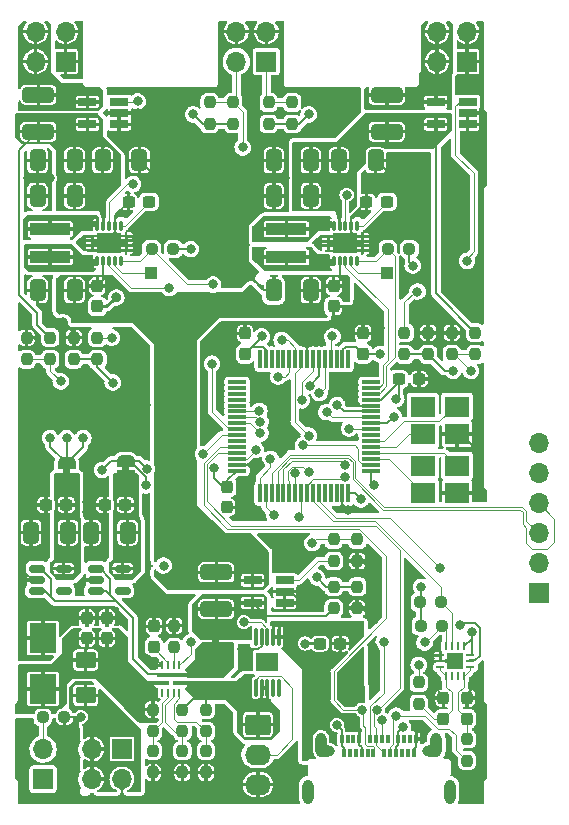
<source format=gtl>
G04 #@! TF.GenerationSoftware,KiCad,Pcbnew,(6.0.8)*
G04 #@! TF.CreationDate,2023-12-02T01:29:22+01:00*
G04 #@! TF.ProjectId,lamp_devboard,6c616d70-5f64-4657-9662-6f6172642e6b,rev?*
G04 #@! TF.SameCoordinates,Original*
G04 #@! TF.FileFunction,Copper,L1,Top*
G04 #@! TF.FilePolarity,Positive*
%FSLAX46Y46*%
G04 Gerber Fmt 4.6, Leading zero omitted, Abs format (unit mm)*
G04 Created by KiCad (PCBNEW (6.0.8)) date 2023-12-02 01:29:22*
%MOMM*%
%LPD*%
G01*
G04 APERTURE LIST*
G04 Aperture macros list*
%AMRoundRect*
0 Rectangle with rounded corners*
0 $1 Rounding radius*
0 $2 $3 $4 $5 $6 $7 $8 $9 X,Y pos of 4 corners*
0 Add a 4 corners polygon primitive as box body*
4,1,4,$2,$3,$4,$5,$6,$7,$8,$9,$2,$3,0*
0 Add four circle primitives for the rounded corners*
1,1,$1+$1,$2,$3*
1,1,$1+$1,$4,$5*
1,1,$1+$1,$6,$7*
1,1,$1+$1,$8,$9*
0 Add four rect primitives between the rounded corners*
20,1,$1+$1,$2,$3,$4,$5,0*
20,1,$1+$1,$4,$5,$6,$7,0*
20,1,$1+$1,$6,$7,$8,$9,0*
20,1,$1+$1,$8,$9,$2,$3,0*%
%AMFreePoly0*
4,1,22,0.500000,-0.750000,0.000000,-0.750000,0.000000,-0.745033,-0.079941,-0.743568,-0.215256,-0.701293,-0.333266,-0.622738,-0.424486,-0.514219,-0.481581,-0.384460,-0.499164,-0.250000,-0.500000,-0.250000,-0.500000,0.250000,-0.499164,0.250000,-0.499963,0.256109,-0.478152,0.396186,-0.417904,0.524511,-0.324060,0.630769,-0.204165,0.706417,-0.067858,0.745374,0.000000,0.744959,0.000000,0.750000,
0.500000,0.750000,0.500000,-0.750000,0.500000,-0.750000,$1*%
%AMFreePoly1*
4,1,20,0.000000,0.744959,0.073905,0.744508,0.209726,0.703889,0.328688,0.626782,0.421226,0.519385,0.479903,0.390333,0.500000,0.250000,0.500000,-0.250000,0.499851,-0.262216,0.476331,-0.402017,0.414519,-0.529596,0.319384,-0.634700,0.198574,-0.708877,0.061801,-0.746166,0.000000,-0.745033,0.000000,-0.750000,-0.500000,-0.750000,-0.500000,0.750000,0.000000,0.750000,0.000000,0.744959,
0.000000,0.744959,$1*%
G04 Aperture macros list end*
G04 #@! TA.AperFunction,SMDPad,CuDef*
%ADD10RoundRect,0.237500X-0.237500X0.250000X-0.237500X-0.250000X0.237500X-0.250000X0.237500X0.250000X0*%
G04 #@! TD*
G04 #@! TA.AperFunction,SMDPad,CuDef*
%ADD11FreePoly0,90.000000*%
G04 #@! TD*
G04 #@! TA.AperFunction,SMDPad,CuDef*
%ADD12FreePoly1,90.000000*%
G04 #@! TD*
G04 #@! TA.AperFunction,SMDPad,CuDef*
%ADD13RoundRect,0.250001X0.624999X-0.462499X0.624999X0.462499X-0.624999X0.462499X-0.624999X-0.462499X0*%
G04 #@! TD*
G04 #@! TA.AperFunction,SMDPad,CuDef*
%ADD14RoundRect,0.150000X-0.512500X-0.150000X0.512500X-0.150000X0.512500X0.150000X-0.512500X0.150000X0*%
G04 #@! TD*
G04 #@! TA.AperFunction,SMDPad,CuDef*
%ADD15RoundRect,0.237500X0.237500X-0.250000X0.237500X0.250000X-0.237500X0.250000X-0.237500X-0.250000X0*%
G04 #@! TD*
G04 #@! TA.AperFunction,SMDPad,CuDef*
%ADD16RoundRect,0.075000X0.700000X0.075000X-0.700000X0.075000X-0.700000X-0.075000X0.700000X-0.075000X0*%
G04 #@! TD*
G04 #@! TA.AperFunction,SMDPad,CuDef*
%ADD17RoundRect,0.075000X0.075000X0.700000X-0.075000X0.700000X-0.075000X-0.700000X0.075000X-0.700000X0*%
G04 #@! TD*
G04 #@! TA.AperFunction,ComponentPad*
%ADD18R,1.700000X1.700000*%
G04 #@! TD*
G04 #@! TA.AperFunction,ComponentPad*
%ADD19O,1.700000X1.700000*%
G04 #@! TD*
G04 #@! TA.AperFunction,SMDPad,CuDef*
%ADD20RoundRect,0.062500X0.275000X0.062500X-0.275000X0.062500X-0.275000X-0.062500X0.275000X-0.062500X0*%
G04 #@! TD*
G04 #@! TA.AperFunction,SMDPad,CuDef*
%ADD21RoundRect,0.062500X0.062500X0.275000X-0.062500X0.275000X-0.062500X-0.275000X0.062500X-0.275000X0*%
G04 #@! TD*
G04 #@! TA.AperFunction,SMDPad,CuDef*
%ADD22R,1.450000X1.450000*%
G04 #@! TD*
G04 #@! TA.AperFunction,SMDPad,CuDef*
%ADD23RoundRect,0.237500X0.250000X0.237500X-0.250000X0.237500X-0.250000X-0.237500X0.250000X-0.237500X0*%
G04 #@! TD*
G04 #@! TA.AperFunction,SMDPad,CuDef*
%ADD24RoundRect,0.250000X-1.075000X0.400000X-1.075000X-0.400000X1.075000X-0.400000X1.075000X0.400000X0*%
G04 #@! TD*
G04 #@! TA.AperFunction,SMDPad,CuDef*
%ADD25R,1.560000X0.650000*%
G04 #@! TD*
G04 #@! TA.AperFunction,ComponentPad*
%ADD26RoundRect,0.250000X-0.845000X0.620000X-0.845000X-0.620000X0.845000X-0.620000X0.845000X0.620000X0*%
G04 #@! TD*
G04 #@! TA.AperFunction,ComponentPad*
%ADD27O,2.190000X1.740000*%
G04 #@! TD*
G04 #@! TA.AperFunction,SMDPad,CuDef*
%ADD28RoundRect,0.250000X0.412500X0.650000X-0.412500X0.650000X-0.412500X-0.650000X0.412500X-0.650000X0*%
G04 #@! TD*
G04 #@! TA.AperFunction,SMDPad,CuDef*
%ADD29RoundRect,0.237500X0.300000X0.237500X-0.300000X0.237500X-0.300000X-0.237500X0.300000X-0.237500X0*%
G04 #@! TD*
G04 #@! TA.AperFunction,SMDPad,CuDef*
%ADD30R,0.300000X0.800000*%
G04 #@! TD*
G04 #@! TA.AperFunction,ComponentPad*
%ADD31O,0.950000X2.050000*%
G04 #@! TD*
G04 #@! TA.AperFunction,ComponentPad*
%ADD32O,1.650000X0.950000*%
G04 #@! TD*
G04 #@! TA.AperFunction,SMDPad,CuDef*
%ADD33R,2.300000X2.500000*%
G04 #@! TD*
G04 #@! TA.AperFunction,SMDPad,CuDef*
%ADD34RoundRect,0.237500X0.237500X-0.300000X0.237500X0.300000X-0.237500X0.300000X-0.237500X-0.300000X0*%
G04 #@! TD*
G04 #@! TA.AperFunction,SMDPad,CuDef*
%ADD35RoundRect,0.237500X-0.300000X-0.237500X0.300000X-0.237500X0.300000X0.237500X-0.300000X0.237500X0*%
G04 #@! TD*
G04 #@! TA.AperFunction,SMDPad,CuDef*
%ADD36RoundRect,0.237500X0.237500X-0.287500X0.237500X0.287500X-0.237500X0.287500X-0.237500X-0.287500X0*%
G04 #@! TD*
G04 #@! TA.AperFunction,SMDPad,CuDef*
%ADD37RoundRect,0.250000X-0.412500X-0.650000X0.412500X-0.650000X0.412500X0.650000X-0.412500X0.650000X0*%
G04 #@! TD*
G04 #@! TA.AperFunction,SMDPad,CuDef*
%ADD38R,1.000000X1.000000*%
G04 #@! TD*
G04 #@! TA.AperFunction,SMDPad,CuDef*
%ADD39RoundRect,0.237500X-0.250000X-0.237500X0.250000X-0.237500X0.250000X0.237500X-0.250000X0.237500X0*%
G04 #@! TD*
G04 #@! TA.AperFunction,SMDPad,CuDef*
%ADD40R,2.100000X1.800000*%
G04 #@! TD*
G04 #@! TA.AperFunction,SMDPad,CuDef*
%ADD41RoundRect,0.075000X-0.075000X0.650000X-0.075000X-0.650000X0.075000X-0.650000X0.075000X0.650000X0*%
G04 #@! TD*
G04 #@! TA.AperFunction,ComponentPad*
%ADD42C,0.600000*%
G04 #@! TD*
G04 #@! TA.AperFunction,SMDPad,CuDef*
%ADD43R,1.880000X1.570000*%
G04 #@! TD*
G04 #@! TA.AperFunction,SMDPad,CuDef*
%ADD44RoundRect,0.100000X-0.425000X-0.100000X0.425000X-0.100000X0.425000X0.100000X-0.425000X0.100000X0*%
G04 #@! TD*
G04 #@! TA.AperFunction,SMDPad,CuDef*
%ADD45RoundRect,0.050000X0.050000X0.250000X-0.050000X0.250000X-0.050000X-0.250000X0.050000X-0.250000X0*%
G04 #@! TD*
G04 #@! TA.AperFunction,SMDPad,CuDef*
%ADD46RoundRect,0.237500X-0.237500X0.300000X-0.237500X-0.300000X0.237500X-0.300000X0.237500X0.300000X0*%
G04 #@! TD*
G04 #@! TA.AperFunction,SMDPad,CuDef*
%ADD47R,3.400000X0.980000*%
G04 #@! TD*
G04 #@! TA.AperFunction,SMDPad,CuDef*
%ADD48R,0.280000X0.280000*%
G04 #@! TD*
G04 #@! TA.AperFunction,SMDPad,CuDef*
%ADD49O,0.280000X0.850000*%
G04 #@! TD*
G04 #@! TA.AperFunction,SMDPad,CuDef*
%ADD50R,0.700000X0.250000*%
G04 #@! TD*
G04 #@! TA.AperFunction,SMDPad,CuDef*
%ADD51R,0.600000X0.230000*%
G04 #@! TD*
G04 #@! TA.AperFunction,SMDPad,CuDef*
%ADD52R,0.900000X0.650000*%
G04 #@! TD*
G04 #@! TA.AperFunction,SMDPad,CuDef*
%ADD53R,2.150000X1.700000*%
G04 #@! TD*
G04 #@! TA.AperFunction,ViaPad*
%ADD54C,0.800000*%
G04 #@! TD*
G04 #@! TA.AperFunction,Conductor*
%ADD55C,0.250000*%
G04 #@! TD*
G04 #@! TA.AperFunction,Conductor*
%ADD56C,0.200000*%
G04 #@! TD*
G04 #@! TA.AperFunction,Conductor*
%ADD57C,0.125000*%
G04 #@! TD*
G04 APERTURE END LIST*
G36*
X44700000Y-91150000D02*
G01*
X44100000Y-91150000D01*
X44100000Y-90650000D01*
X44700000Y-90650000D01*
X44700000Y-91150000D01*
G37*
G36*
X57300000Y-105550000D02*
G01*
X56700000Y-105550000D01*
X56700000Y-105050000D01*
X57300000Y-105050000D01*
X57300000Y-105550000D01*
G37*
G36*
X49700000Y-90950000D02*
G01*
X49100000Y-90950000D01*
X49100000Y-90450000D01*
X49700000Y-90450000D01*
X49700000Y-90950000D01*
G37*
D10*
X54200000Y-111087500D03*
X54200000Y-112912500D03*
D11*
X44400000Y-91550000D03*
D12*
X44400000Y-90250000D03*
D13*
X46000000Y-109887500D03*
X46000000Y-106912500D03*
D14*
X41862500Y-99150000D03*
X41862500Y-100100000D03*
X41862500Y-101050000D03*
X44137500Y-101050000D03*
X44137500Y-99150000D03*
D15*
X56500000Y-61512500D03*
X56500000Y-59687500D03*
D16*
X70175000Y-90850000D03*
X70175000Y-90350000D03*
X70175000Y-89850000D03*
X70175000Y-89350000D03*
X70175000Y-88850000D03*
X70175000Y-88350000D03*
X70175000Y-87850000D03*
X70175000Y-87350000D03*
X70175000Y-86850000D03*
X70175000Y-86350000D03*
X70175000Y-85850000D03*
X70175000Y-85350000D03*
X70175000Y-84850000D03*
X70175000Y-84350000D03*
X70175000Y-83850000D03*
X70175000Y-83350000D03*
D17*
X68250000Y-81425000D03*
X67750000Y-81425000D03*
X67250000Y-81425000D03*
X66750000Y-81425000D03*
X66250000Y-81425000D03*
X65750000Y-81425000D03*
X65250000Y-81425000D03*
X64750000Y-81425000D03*
X64250000Y-81425000D03*
X63750000Y-81425000D03*
X63250000Y-81425000D03*
X62750000Y-81425000D03*
X62250000Y-81425000D03*
X61750000Y-81425000D03*
X61250000Y-81425000D03*
X60750000Y-81425000D03*
D16*
X58825000Y-83350000D03*
X58825000Y-83850000D03*
X58825000Y-84350000D03*
X58825000Y-84850000D03*
X58825000Y-85350000D03*
X58825000Y-85850000D03*
X58825000Y-86350000D03*
X58825000Y-86850000D03*
X58825000Y-87350000D03*
X58825000Y-87850000D03*
X58825000Y-88350000D03*
X58825000Y-88850000D03*
X58825000Y-89350000D03*
X58825000Y-89850000D03*
X58825000Y-90350000D03*
X58825000Y-90850000D03*
D17*
X60750000Y-92775000D03*
X61250000Y-92775000D03*
X61750000Y-92775000D03*
X62250000Y-92775000D03*
X62750000Y-92775000D03*
X63250000Y-92775000D03*
X63750000Y-92775000D03*
X64250000Y-92775000D03*
X64750000Y-92775000D03*
X65250000Y-92775000D03*
X65750000Y-92775000D03*
X66250000Y-92775000D03*
X66750000Y-92775000D03*
X67250000Y-92775000D03*
X67750000Y-92775000D03*
X68250000Y-92775000D03*
D18*
X78300000Y-56225000D03*
D19*
X78300000Y-53685000D03*
X75760000Y-56225000D03*
X75760000Y-53685000D03*
D20*
X78562500Y-107500000D03*
X78562500Y-107000000D03*
X78562500Y-106500000D03*
D21*
X78050000Y-105737500D03*
X77550000Y-105737500D03*
X77050000Y-105737500D03*
X76550000Y-105737500D03*
D20*
X76037500Y-106500000D03*
X76037500Y-107000000D03*
X76037500Y-107500000D03*
D21*
X76550000Y-108262500D03*
X77050000Y-108262500D03*
X77550000Y-108262500D03*
X78050000Y-108262500D03*
D22*
X77300000Y-107000000D03*
D23*
X53412500Y-72100000D03*
X51587500Y-72100000D03*
D24*
X71500000Y-59050000D03*
X71500000Y-62150000D03*
D10*
X69000000Y-96687500D03*
X69000000Y-98512500D03*
D25*
X62850000Y-102050000D03*
X62850000Y-101100000D03*
X62850000Y-100150000D03*
X60150000Y-100150000D03*
X60150000Y-102050000D03*
D15*
X63500000Y-61512500D03*
X63500000Y-59687500D03*
D26*
X60580000Y-112360000D03*
D27*
X60580000Y-114900000D03*
X60580000Y-117440000D03*
D28*
X65062500Y-64600000D03*
X61937500Y-64600000D03*
D11*
X57000000Y-105950000D03*
D12*
X57000000Y-104650000D03*
D18*
X44300000Y-56225000D03*
D19*
X44300000Y-53685000D03*
X41760000Y-56225000D03*
X41760000Y-53685000D03*
D10*
X73000000Y-79187500D03*
X73000000Y-81012500D03*
D15*
X45000000Y-81425000D03*
X45000000Y-79600000D03*
D29*
X44362500Y-93750000D03*
X42637500Y-93750000D03*
D30*
X67675000Y-113590000D03*
X68175000Y-113590000D03*
X68675000Y-113590000D03*
X69175000Y-113590000D03*
X70075000Y-113590000D03*
X70575000Y-113590000D03*
X71075000Y-113590000D03*
X71575000Y-113590000D03*
X72475000Y-113590000D03*
X72975000Y-113590000D03*
X73475000Y-113590000D03*
X73975000Y-113590000D03*
X73775000Y-114790000D03*
X73275000Y-114790000D03*
X72775000Y-114790000D03*
X72275000Y-114790000D03*
X71775000Y-114790000D03*
X71275000Y-114790000D03*
X70375000Y-114790000D03*
X69875000Y-114790000D03*
X69375000Y-114790000D03*
X68875000Y-114790000D03*
X68375000Y-114790000D03*
X67875000Y-114790000D03*
D31*
X64825000Y-118040000D03*
X76825000Y-118040000D03*
D32*
X66300000Y-114600000D03*
D31*
X65950000Y-114050000D03*
X75700000Y-114050000D03*
D32*
X75350000Y-114600000D03*
D15*
X41000000Y-81425000D03*
X41000000Y-79600000D03*
D33*
X42400000Y-109350000D03*
X42400000Y-105050000D03*
D28*
X44500000Y-96100000D03*
X41375000Y-96100000D03*
D24*
X42000000Y-59050000D03*
X42000000Y-62150000D03*
D10*
X69000000Y-100687500D03*
X69000000Y-102512500D03*
X51700000Y-114587500D03*
X51700000Y-116412500D03*
D28*
X49562500Y-96100000D03*
X46437500Y-96100000D03*
D34*
X46100000Y-105062500D03*
X46100000Y-103337500D03*
D29*
X67562500Y-105500000D03*
X65837500Y-105500000D03*
D18*
X61300000Y-56225000D03*
D19*
X61300000Y-53685000D03*
X58760000Y-56225000D03*
X58760000Y-53685000D03*
D10*
X51700000Y-111087500D03*
X51700000Y-112912500D03*
D35*
X72500000Y-83100000D03*
X74225000Y-83100000D03*
D10*
X79000000Y-79187500D03*
X79000000Y-81012500D03*
D15*
X78300000Y-115412500D03*
X78300000Y-113587500D03*
D28*
X45062500Y-67600000D03*
X41937500Y-67600000D03*
D15*
X67000000Y-102512500D03*
X67000000Y-100687500D03*
D29*
X71500000Y-68100000D03*
X69775000Y-68100000D03*
D18*
X42400000Y-116975000D03*
D19*
X42400000Y-114435000D03*
D24*
X57070000Y-99480000D03*
X57070000Y-102580000D03*
D15*
X67000000Y-98512500D03*
X67000000Y-96687500D03*
D28*
X65062500Y-67600000D03*
X61937500Y-67600000D03*
D36*
X78300000Y-111875000D03*
X78300000Y-110125000D03*
D10*
X56200000Y-114587500D03*
X56200000Y-116412500D03*
D37*
X47437500Y-64600000D03*
X50562500Y-64600000D03*
D15*
X75000000Y-81012500D03*
X75000000Y-79187500D03*
D38*
X51500000Y-74100000D03*
D39*
X42387500Y-111700000D03*
X44212500Y-111700000D03*
D10*
X53500000Y-103987500D03*
X53500000Y-105812500D03*
D40*
X74550000Y-87750000D03*
X77450000Y-87750000D03*
X77450000Y-85450000D03*
X74550000Y-85450000D03*
D36*
X76300000Y-111875000D03*
X76300000Y-110125000D03*
D23*
X73412500Y-72100000D03*
X71587500Y-72100000D03*
D41*
X62400000Y-104950000D03*
X61900000Y-104950000D03*
X61400000Y-104950000D03*
X60900000Y-104950000D03*
X60400000Y-104950000D03*
X60400000Y-109250000D03*
X60900000Y-109250000D03*
X61400000Y-109250000D03*
X61900000Y-109250000D03*
X62400000Y-109250000D03*
D42*
X60760000Y-106615000D03*
X62040000Y-106615000D03*
D43*
X61400000Y-107100000D03*
D42*
X62040000Y-107585000D03*
X60760000Y-107585000D03*
D44*
X52525000Y-108150000D03*
X52525000Y-108850000D03*
D45*
X52450000Y-109650000D03*
X52950000Y-109650000D03*
X53450000Y-109650000D03*
X53950000Y-109650000D03*
D44*
X53875000Y-108850000D03*
X53875000Y-108150000D03*
D45*
X53950000Y-107350000D03*
X53450000Y-107350000D03*
X52950000Y-107350000D03*
X52450000Y-107350000D03*
D46*
X67000000Y-75237500D03*
X67000000Y-76962500D03*
D15*
X58500000Y-61512500D03*
X58500000Y-59687500D03*
D10*
X47000000Y-79600000D03*
X47000000Y-81425000D03*
D28*
X45062500Y-64600000D03*
X41937500Y-64600000D03*
D10*
X54200000Y-114587500D03*
X54200000Y-116412500D03*
D15*
X61500000Y-61512500D03*
X61500000Y-59687500D03*
D46*
X47000000Y-75237500D03*
X47000000Y-76962500D03*
D34*
X51800000Y-105762500D03*
X51800000Y-104037500D03*
D47*
X63000000Y-72785000D03*
X63000000Y-70415000D03*
D10*
X43000000Y-79600000D03*
X43000000Y-81425000D03*
D48*
X67000000Y-73385000D03*
D49*
X67000000Y-73100000D03*
D48*
X67500000Y-73385000D03*
D49*
X67500000Y-73100000D03*
D48*
X68000000Y-73385000D03*
D49*
X68000000Y-73100000D03*
X68500000Y-73100000D03*
D48*
X68500000Y-73385000D03*
D49*
X69000000Y-73100000D03*
D48*
X69000000Y-73385000D03*
D49*
X69000000Y-70150000D03*
D48*
X69000000Y-69865000D03*
X68500000Y-69865000D03*
D49*
X68500000Y-70150000D03*
D48*
X68000000Y-69865000D03*
D49*
X68000000Y-70150000D03*
X67500000Y-70150000D03*
D48*
X67500000Y-69865000D03*
X67000000Y-69865000D03*
D49*
X67000000Y-70150000D03*
D42*
X68500000Y-72125000D03*
D50*
X66575000Y-71025000D03*
X69425000Y-72225000D03*
D42*
X67500000Y-72125000D03*
D51*
X66575000Y-72225000D03*
D50*
X69425000Y-71825000D03*
D51*
X66575000Y-71825000D03*
D42*
X67500000Y-71125000D03*
D50*
X66575000Y-71825000D03*
D51*
X66575000Y-71425000D03*
X66575000Y-71025000D03*
D50*
X66575000Y-71425000D03*
D52*
X67440000Y-71190000D03*
D50*
X69425000Y-71025000D03*
D51*
X69425000Y-72225000D03*
X69425000Y-71425000D03*
D42*
X68500000Y-71125000D03*
D53*
X68000000Y-71625000D03*
D50*
X66575000Y-72225000D03*
D52*
X68560000Y-72060000D03*
X68560000Y-71190000D03*
X67440000Y-72060000D03*
D51*
X69425000Y-71825000D03*
D50*
X69425000Y-71425000D03*
D51*
X69425000Y-71025000D03*
D23*
X76212500Y-104000000D03*
X74387500Y-104000000D03*
D34*
X59500000Y-80962500D03*
X59500000Y-79237500D03*
D18*
X49075000Y-114425000D03*
D19*
X49075000Y-116965000D03*
X46535000Y-114425000D03*
X46535000Y-116965000D03*
D29*
X51362500Y-68100000D03*
X49637500Y-68100000D03*
D10*
X74200000Y-108787500D03*
X74200000Y-110612500D03*
D49*
X47000000Y-73075000D03*
D48*
X47000000Y-73360000D03*
D49*
X47500000Y-73075000D03*
D48*
X47500000Y-73360000D03*
X48000000Y-73360000D03*
D49*
X48000000Y-73075000D03*
X48500000Y-73075000D03*
D48*
X48500000Y-73360000D03*
D49*
X49000000Y-73075000D03*
D48*
X49000000Y-73360000D03*
D49*
X49000000Y-70125000D03*
D48*
X49000000Y-69840000D03*
X48500000Y-69840000D03*
D49*
X48500000Y-70125000D03*
D48*
X48000000Y-69840000D03*
D49*
X48000000Y-70125000D03*
D48*
X47500000Y-69840000D03*
D49*
X47500000Y-70125000D03*
X47000000Y-70125000D03*
D48*
X47000000Y-69840000D03*
D50*
X46575000Y-71800000D03*
D51*
X46575000Y-71800000D03*
D52*
X47440000Y-71165000D03*
D42*
X47500000Y-72100000D03*
D51*
X46575000Y-71000000D03*
X49425000Y-71000000D03*
X49425000Y-71800000D03*
D52*
X48560000Y-72035000D03*
D42*
X47500000Y-71100000D03*
D50*
X46575000Y-71000000D03*
D52*
X48560000Y-71165000D03*
D50*
X49425000Y-71400000D03*
D42*
X48500000Y-72100000D03*
D50*
X49425000Y-71800000D03*
D52*
X47440000Y-72035000D03*
D50*
X49425000Y-71000000D03*
D51*
X46575000Y-72200000D03*
D50*
X46575000Y-71400000D03*
D42*
X48500000Y-71100000D03*
D53*
X48000000Y-71600000D03*
D51*
X46575000Y-71400000D03*
D50*
X49425000Y-72200000D03*
D51*
X49425000Y-72200000D03*
D50*
X46575000Y-72200000D03*
D51*
X49425000Y-71400000D03*
D11*
X49400000Y-91350000D03*
D12*
X49400000Y-90050000D03*
D28*
X45062500Y-75600000D03*
X41937500Y-75600000D03*
D15*
X77000000Y-81012500D03*
X77000000Y-79187500D03*
D34*
X47800000Y-105062500D03*
X47800000Y-103337500D03*
D46*
X58000000Y-92237500D03*
X58000000Y-93962500D03*
D14*
X46862500Y-99150000D03*
X46862500Y-100100000D03*
X46862500Y-101050000D03*
X49137500Y-101050000D03*
X49137500Y-99150000D03*
D37*
X67437500Y-64600000D03*
X70562500Y-64600000D03*
D25*
X48850000Y-61550000D03*
X48850000Y-60600000D03*
X48850000Y-59650000D03*
X46150000Y-59650000D03*
X46150000Y-61550000D03*
D38*
X71500000Y-74100000D03*
D40*
X74550000Y-92750000D03*
X77450000Y-92750000D03*
X77450000Y-90450000D03*
X74550000Y-90450000D03*
D29*
X49362500Y-93750000D03*
X47637500Y-93750000D03*
D47*
X43000000Y-72785000D03*
X43000000Y-70415000D03*
D34*
X69500000Y-80962500D03*
X69500000Y-79237500D03*
D28*
X65062500Y-75600000D03*
X61937500Y-75600000D03*
D23*
X76125000Y-102000000D03*
X74300000Y-102000000D03*
D25*
X78350000Y-61550000D03*
X78350000Y-60600000D03*
X78350000Y-59650000D03*
X75650000Y-59650000D03*
X75650000Y-61550000D03*
D10*
X56200000Y-111087500D03*
X56200000Y-112912500D03*
D18*
X84400000Y-101250000D03*
D19*
X84400000Y-98710000D03*
X84400000Y-96170000D03*
X84400000Y-93630000D03*
X84400000Y-91090000D03*
X84400000Y-88550000D03*
D54*
X51100000Y-85300000D03*
X40900000Y-77700000D03*
X45600000Y-111700000D03*
X64600000Y-105500000D03*
X43000000Y-66100000D03*
X78300000Y-63000000D03*
X70400000Y-99500000D03*
X41050000Y-93450000D03*
X79000000Y-109100000D03*
X56800000Y-70100000D03*
X46100000Y-94400000D03*
X69100000Y-76500000D03*
X67262000Y-112381895D03*
X77300000Y-107000000D03*
X79400000Y-92700000D03*
X60600000Y-67900000D03*
X41062500Y-94381250D03*
X42100000Y-66100000D03*
X79100000Y-89100000D03*
X51700000Y-117900000D03*
X53500000Y-102800000D03*
X51193283Y-106813665D03*
X62900000Y-66100000D03*
X61100000Y-66100000D03*
X72400000Y-64600000D03*
X44400000Y-102900000D03*
X52300000Y-65700000D03*
X43300000Y-102900000D03*
X59200000Y-106000000D03*
X41100000Y-66100000D03*
X46100000Y-93500000D03*
X68400000Y-84700000D03*
X79238000Y-62900000D03*
X42700000Y-77600000D03*
X59500000Y-94500000D03*
X60600000Y-65200000D03*
X59800000Y-74300000D03*
X75000000Y-106500000D03*
X52000000Y-101900000D03*
X60600000Y-67000000D03*
X64800000Y-79900000D03*
X68200000Y-94188000D03*
X42100000Y-102900000D03*
X74350000Y-112450000D03*
X72400000Y-65700000D03*
X75400000Y-109000000D03*
X51800000Y-102800000D03*
X74100000Y-77600000D03*
X58000000Y-79500000D03*
X48600000Y-76200000D03*
X50400000Y-60600000D03*
X62000000Y-66100000D03*
X52300000Y-64600000D03*
X60800000Y-90400000D03*
X70900000Y-78800000D03*
X64600000Y-102300000D03*
X45500000Y-100600000D03*
X50400000Y-61600000D03*
X44100000Y-78300000D03*
X40900000Y-102900000D03*
X70300000Y-105750000D03*
X60600000Y-64200000D03*
X56200000Y-117900000D03*
X70400000Y-103500000D03*
X75700000Y-83100000D03*
X41500000Y-97900000D03*
X54200000Y-117900000D03*
X44400000Y-88100000D03*
X69300000Y-93300000D03*
X52600000Y-98900000D03*
X43000000Y-88100000D03*
X45800000Y-88100000D03*
X60900000Y-79500000D03*
X74400000Y-100700000D03*
X78700000Y-104500000D03*
X56900000Y-90600000D03*
X70900000Y-81000000D03*
X54900000Y-72100000D03*
X70400000Y-92100000D03*
X73700000Y-73500000D03*
X72300000Y-84800000D03*
X47400000Y-90800000D03*
X64900000Y-60700000D03*
X55100000Y-60700000D03*
X51100000Y-92100000D03*
X51200000Y-90700000D03*
X56700000Y-81800000D03*
X55939693Y-89439693D03*
X63500000Y-104300000D03*
X72861927Y-112590105D03*
X67950000Y-108350000D03*
X68300000Y-112100000D03*
X63500000Y-105600000D03*
X77712000Y-103900000D03*
X60700000Y-85800000D03*
X60802094Y-86718848D03*
X60800000Y-87700000D03*
X59300000Y-63500000D03*
X66400000Y-85900000D03*
X70663000Y-111150000D03*
X69400000Y-111100000D03*
X71100000Y-112000000D03*
X60400000Y-89100000D03*
X61647576Y-89870265D03*
X63700000Y-91100000D03*
X61950000Y-94650000D03*
X64100000Y-94800000D03*
X65600000Y-99900000D03*
X67300000Y-85300000D03*
X65200000Y-97000000D03*
X64900000Y-87900000D03*
X71250000Y-105350000D03*
X74200000Y-107300000D03*
X72300000Y-111600000D03*
X74700000Y-105400000D03*
X76000000Y-99100000D03*
X56800000Y-75100000D03*
X62600000Y-79800000D03*
X74100000Y-75700000D03*
X78300000Y-73100000D03*
X72100000Y-86300000D03*
X77100000Y-82400000D03*
X78600000Y-82400000D03*
X68300000Y-87300000D03*
X48200000Y-79600000D03*
X50400000Y-59600000D03*
X64959552Y-83659552D03*
X48300000Y-83400000D03*
X43900000Y-83300000D03*
X64300000Y-84900000D03*
X66900000Y-79500000D03*
X68100000Y-67500000D03*
X53100000Y-75400000D03*
X62300000Y-82900000D03*
X67999500Y-90400000D03*
X50000000Y-66600000D03*
X65800000Y-84300000D03*
X67999500Y-91400000D03*
X64400000Y-88700000D03*
X59400000Y-103700000D03*
X54900000Y-105400000D03*
X64913000Y-91000000D03*
D55*
X52525000Y-108850000D02*
X52350000Y-108850000D01*
D56*
X58962500Y-93962500D02*
X59500000Y-94500000D01*
X76037500Y-107000000D02*
X75500000Y-107000000D01*
X76300000Y-109900000D02*
X75400000Y-109000000D01*
X73775000Y-114790000D02*
X73775000Y-114425000D01*
X78350000Y-62950000D02*
X78350000Y-61550000D01*
X44212500Y-111700000D02*
X45600000Y-111700000D01*
X74350000Y-112450000D02*
X73975000Y-112825000D01*
X68400000Y-84700000D02*
X69050000Y-85350000D01*
X46437500Y-94737500D02*
X46100000Y-94400000D01*
X77000000Y-79187500D02*
X75000000Y-79187500D01*
X50562500Y-64600000D02*
X52300000Y-64600000D01*
X69412500Y-102512500D02*
X70400000Y-103500000D01*
X48850000Y-61550000D02*
X50350000Y-61550000D01*
X67750000Y-93738000D02*
X68200000Y-94188000D01*
X76300000Y-110125000D02*
X76300000Y-109900000D01*
X79537500Y-61000000D02*
X79537500Y-62600500D01*
X60900000Y-104950000D02*
X60900000Y-105705330D01*
X70562500Y-64600000D02*
X71662500Y-65700000D01*
X41400000Y-94718750D02*
X41062500Y-94381250D01*
X78300000Y-109800000D02*
X79000000Y-109100000D01*
X75000000Y-78500000D02*
X74100000Y-77600000D01*
X40900000Y-99486396D02*
X41513604Y-100100000D01*
X46350000Y-93750000D02*
X47637500Y-93750000D01*
X70462500Y-79237500D02*
X70900000Y-78800000D01*
X58825000Y-90350000D02*
X60750000Y-90350000D01*
X67675000Y-113590000D02*
X67675000Y-114150000D01*
X78300000Y-110125000D02*
X78300000Y-109800000D01*
X60900000Y-105705330D02*
X60605330Y-106000000D01*
X75500000Y-107000000D02*
X75000000Y-106500000D01*
X60605330Y-106000000D02*
X59200000Y-106000000D01*
X68637500Y-76962500D02*
X69100000Y-76500000D01*
X51800000Y-104037500D02*
X51800000Y-102800000D01*
X71662500Y-65700000D02*
X72400000Y-65700000D01*
X51662500Y-65700000D02*
X52300000Y-65700000D01*
X69050000Y-85350000D02*
X70175000Y-85350000D01*
X46000000Y-100100000D02*
X45500000Y-100600000D01*
X42587500Y-93700000D02*
X41300000Y-93700000D01*
X63400000Y-101100000D02*
X64600000Y-102300000D01*
X48850000Y-60600000D02*
X50400000Y-60600000D01*
X59500000Y-79237500D02*
X58262500Y-79237500D01*
X68500000Y-69375000D02*
X69775000Y-68100000D01*
X69000000Y-102512500D02*
X69412500Y-102512500D01*
X69500000Y-79237500D02*
X70462500Y-79237500D01*
X69412500Y-98512500D02*
X70400000Y-99500000D01*
X46437500Y-96100000D02*
X46437500Y-94737500D01*
X41937500Y-75600000D02*
X41937500Y-76837500D01*
X67875000Y-114350000D02*
X67875000Y-114790000D01*
X54200000Y-116412500D02*
X54200000Y-117900000D01*
X45000000Y-79200000D02*
X44100000Y-78300000D01*
X53500000Y-103987500D02*
X53500000Y-102800000D01*
X75000000Y-79187500D02*
X75000000Y-78500000D01*
X77750000Y-87750000D02*
X77450000Y-87750000D01*
X48500000Y-70125000D02*
X48500000Y-69237500D01*
X67750000Y-92775000D02*
X67750000Y-93738000D01*
X40900000Y-98500000D02*
X40900000Y-99486396D01*
X61100000Y-75600000D02*
X59800000Y-74300000D01*
X67675000Y-114150000D02*
X67875000Y-114350000D01*
X45000000Y-79600000D02*
X45000000Y-79200000D01*
X41513604Y-100100000D02*
X41862500Y-100100000D01*
X67675000Y-112794895D02*
X67262000Y-112381895D01*
X79350000Y-92750000D02*
X79400000Y-92700000D01*
X50562500Y-64600000D02*
X51662500Y-65700000D01*
X79100000Y-89100000D02*
X77750000Y-87750000D01*
X73975000Y-112825000D02*
X73975000Y-113590000D01*
X40900000Y-77700000D02*
X41000000Y-77800000D01*
X67675000Y-113590000D02*
X67675000Y-112794895D01*
X46862500Y-100100000D02*
X46000000Y-100100000D01*
X70562500Y-64600000D02*
X72400000Y-64600000D01*
X73775000Y-114425000D02*
X73975000Y-114225000D01*
X73975000Y-114225000D02*
X73975000Y-113590000D01*
X60750000Y-90350000D02*
X60800000Y-90400000D01*
X64350000Y-102050000D02*
X64600000Y-102300000D01*
X77450000Y-92750000D02*
X79350000Y-92750000D01*
X50350000Y-61550000D02*
X50400000Y-61600000D01*
X51700000Y-116412500D02*
X51700000Y-117900000D01*
X51193283Y-106813665D02*
X51913665Y-106813665D01*
X41000000Y-77800000D02*
X41000000Y-79600000D01*
X62850000Y-102050000D02*
X64350000Y-102050000D01*
X41300000Y-93700000D02*
X41050000Y-93450000D01*
X76037500Y-106500000D02*
X75000000Y-106500000D01*
X41400000Y-96081250D02*
X41400000Y-94718750D01*
X47000000Y-76962500D02*
X47837500Y-76962500D01*
X41937500Y-76837500D02*
X42700000Y-77600000D01*
X51913665Y-106813665D02*
X52450000Y-107350000D01*
X58262500Y-79237500D02*
X58000000Y-79500000D01*
X58000000Y-93962500D02*
X58962500Y-93962500D01*
X79537500Y-62600500D02*
X79238000Y-62900000D01*
X62850000Y-101100000D02*
X63400000Y-101100000D01*
X61937500Y-75600000D02*
X61100000Y-75600000D01*
X48500000Y-69237500D02*
X49637500Y-68100000D01*
X69000000Y-98512500D02*
X69412500Y-98512500D01*
X46100000Y-93500000D02*
X46350000Y-93750000D01*
X67000000Y-76962500D02*
X68637500Y-76962500D01*
X68500000Y-70150000D02*
X68500000Y-69375000D01*
X64750000Y-81425000D02*
X64750000Y-79950000D01*
X79537500Y-60807500D02*
X79537500Y-61000000D01*
X78300000Y-63000000D02*
X78350000Y-62950000D01*
X79330000Y-60600000D02*
X79537500Y-60807500D01*
X64750000Y-79950000D02*
X64800000Y-79900000D01*
X41500000Y-97900000D02*
X40900000Y-98500000D01*
X74225000Y-83100000D02*
X75700000Y-83100000D01*
X56200000Y-116412500D02*
X56200000Y-117900000D01*
X47837500Y-76962500D02*
X48600000Y-76200000D01*
X65837500Y-105500000D02*
X64600000Y-105500000D01*
X78350000Y-60600000D02*
X79330000Y-60600000D01*
D57*
X52950000Y-107108058D02*
X51841942Y-106000000D01*
X52950000Y-107350000D02*
X52950000Y-107108058D01*
D56*
X47500000Y-74737500D02*
X47000000Y-75237500D01*
X67500000Y-73100000D02*
X67500000Y-74737500D01*
X67500000Y-74737500D02*
X67000000Y-75237500D01*
X47500000Y-73075000D02*
X47500000Y-74737500D01*
X75650000Y-75837500D02*
X75650000Y-61550000D01*
X79000000Y-79187500D02*
X75650000Y-75837500D01*
X40400000Y-76000000D02*
X40400000Y-63750000D01*
X43000000Y-79600000D02*
X41900000Y-78500000D01*
X41900000Y-77500000D02*
X41900000Y-78500000D01*
X40400000Y-76000000D02*
X41900000Y-77500000D01*
X40400000Y-63750000D02*
X42000000Y-62150000D01*
X69500000Y-80962500D02*
X70862500Y-80962500D01*
X43000000Y-88850000D02*
X43000000Y-88100000D01*
X56900000Y-91500000D02*
X56900000Y-90600000D01*
X78700000Y-104500000D02*
X78700000Y-105087500D01*
X73412500Y-72100000D02*
X73412500Y-73212500D01*
X68019670Y-80350000D02*
X68887500Y-80350000D01*
X56900000Y-91500000D02*
X57637500Y-92237500D01*
X73412500Y-73212500D02*
X73700000Y-73500000D01*
X44400000Y-90250000D02*
X43000000Y-88850000D01*
X70175000Y-90850000D02*
X70175000Y-91875000D01*
X68887500Y-80350000D02*
X69500000Y-80962500D01*
X53412500Y-72100000D02*
X54900000Y-72100000D01*
X68775000Y-92775000D02*
X69300000Y-93300000D01*
X57637500Y-92237500D02*
X58000000Y-92237500D01*
X45800000Y-88850000D02*
X45800000Y-88100000D01*
X68250000Y-92775000D02*
X68775000Y-92775000D01*
X74400000Y-100700000D02*
X74387500Y-100712500D01*
X67750000Y-81425000D02*
X67750000Y-80619670D01*
X67750000Y-80619670D02*
X68019670Y-80350000D01*
X78700000Y-105087500D02*
X78050000Y-105737500D01*
X74387500Y-100712500D02*
X74387500Y-104000000D01*
X44400000Y-90250000D02*
X45800000Y-88850000D01*
X78700000Y-104500000D02*
X78700000Y-106362500D01*
X58000000Y-91675000D02*
X58825000Y-90850000D01*
X60900000Y-79562500D02*
X60900000Y-79500000D01*
X58000000Y-92237500D02*
X58000000Y-91675000D01*
X59500000Y-80962500D02*
X60900000Y-79562500D01*
X78700000Y-106362500D02*
X78562500Y-106500000D01*
X60112500Y-80350000D02*
X59500000Y-80962500D01*
X61250000Y-81425000D02*
X61250000Y-80619670D01*
X70175000Y-91875000D02*
X70400000Y-92100000D01*
X60980330Y-80350000D02*
X60112500Y-80350000D01*
X70862500Y-80962500D02*
X70900000Y-81000000D01*
X44400000Y-90250000D02*
X44400000Y-88100000D01*
X61250000Y-80619670D02*
X60980330Y-80350000D01*
X64087500Y-61512500D02*
X64900000Y-60700000D01*
X49400000Y-90050000D02*
X49774264Y-90050000D01*
X55912500Y-61512500D02*
X55100000Y-60700000D01*
X72500000Y-84600000D02*
X72300000Y-84800000D01*
X50550000Y-90050000D02*
X51200000Y-90700000D01*
X72500000Y-83100000D02*
X72500000Y-84600000D01*
X56500000Y-61512500D02*
X58500000Y-61512500D01*
X51100000Y-91375736D02*
X51100000Y-92100000D01*
X63500000Y-61512500D02*
X64087500Y-61512500D01*
X49400000Y-90050000D02*
X50550000Y-90050000D01*
X49400000Y-90050000D02*
X48150000Y-90050000D01*
X70980330Y-84850000D02*
X72500000Y-83330330D01*
X70175000Y-84850000D02*
X70980330Y-84850000D01*
X72500000Y-83330330D02*
X72500000Y-83100000D01*
X49774264Y-90050000D02*
X51100000Y-91375736D01*
X56500000Y-61512500D02*
X55912500Y-61512500D01*
X61500000Y-61512500D02*
X63500000Y-61512500D01*
X48150000Y-90050000D02*
X47400000Y-90800000D01*
D57*
X58825000Y-87350000D02*
X58178769Y-87350000D01*
X56700000Y-85871231D02*
X56700000Y-81800000D01*
X58178769Y-87350000D02*
X56700000Y-85871231D01*
X42400000Y-111712500D02*
X42400000Y-114435000D01*
X42387500Y-111700000D02*
X42400000Y-111712500D01*
X57529386Y-87850000D02*
X55939693Y-89439693D01*
X58825000Y-87850000D02*
X57529386Y-87850000D01*
D56*
X78989950Y-103800000D02*
X79400000Y-104210050D01*
X77812000Y-103800000D02*
X78989950Y-103800000D01*
X72475000Y-114075000D02*
X72275000Y-114275000D01*
X72475000Y-112977032D02*
X72861927Y-112590105D01*
X67562500Y-105500000D02*
X67562500Y-105537500D01*
X69125000Y-113540000D02*
X69175000Y-113590000D01*
X69375000Y-114300000D02*
X69375000Y-114790000D01*
X78987652Y-106925000D02*
X78487500Y-106925000D01*
X79400000Y-104210050D02*
X79400000Y-106512652D01*
X72475000Y-113590000D02*
X72475000Y-112977032D01*
X78487500Y-106925000D02*
X78562500Y-107000000D01*
X72275000Y-114275000D02*
X72275000Y-114790000D01*
X72475000Y-113590000D02*
X72475000Y-114075000D01*
X77712000Y-103900000D02*
X77812000Y-103800000D01*
X69175000Y-114100000D02*
X69375000Y-114300000D01*
X69175000Y-113590000D02*
X69175000Y-114100000D01*
X79400000Y-106512652D02*
X78987652Y-106925000D01*
D57*
X69000000Y-70150000D02*
X69450000Y-70150000D01*
X69450000Y-70150000D02*
X71500000Y-68100000D01*
X49337500Y-70125000D02*
X51362500Y-68100000D01*
X49000000Y-70125000D02*
X49337500Y-70125000D01*
X77562500Y-111137500D02*
X78300000Y-111875000D01*
X78300000Y-113587500D02*
X78300000Y-111875000D01*
X78050000Y-108262500D02*
X78050000Y-109142893D01*
X78050000Y-109142893D02*
X77562500Y-109630393D01*
X77562500Y-109630393D02*
X77562500Y-111137500D01*
X78562500Y-107500000D02*
X78562500Y-107750000D01*
X78562500Y-107750000D02*
X78050000Y-108262500D01*
X60650000Y-85850000D02*
X60700000Y-85800000D01*
X58825000Y-85850000D02*
X60650000Y-85850000D01*
X60433246Y-86350000D02*
X60802094Y-86718848D01*
X58825000Y-86350000D02*
X60433246Y-86350000D01*
X60800000Y-87700000D02*
X59950000Y-86850000D01*
X59950000Y-86850000D02*
X58825000Y-86850000D01*
X77037500Y-111137500D02*
X76300000Y-111875000D01*
X76037500Y-107500000D02*
X76037500Y-107750000D01*
X76550000Y-109142893D02*
X77037500Y-109630393D01*
X74200000Y-110612500D02*
X75462500Y-111875000D01*
X77037500Y-109630393D02*
X77037500Y-111137500D01*
X75462500Y-111875000D02*
X76300000Y-111875000D01*
X76037500Y-107750000D02*
X76550000Y-108262500D01*
X76550000Y-108262500D02*
X76550000Y-109142893D01*
X58760000Y-59427500D02*
X58760000Y-56225000D01*
X70175000Y-86350000D02*
X66850000Y-86350000D01*
X59300000Y-60487500D02*
X59300000Y-63500000D01*
X58500000Y-59687500D02*
X58760000Y-59427500D01*
X66850000Y-86350000D02*
X66400000Y-85900000D01*
X58500000Y-59687500D02*
X59300000Y-60487500D01*
X56500000Y-59687500D02*
X58500000Y-59687500D01*
X61500000Y-59687500D02*
X63500000Y-59687500D01*
X61500000Y-59687500D02*
X61300000Y-59487500D01*
X61300000Y-59487500D02*
X61300000Y-56225000D01*
X70400000Y-112500000D02*
X70575000Y-112675000D01*
X72600000Y-109250000D02*
X70400000Y-111450000D01*
X58319670Y-95526777D02*
X70573223Y-95526777D01*
X71275000Y-114790000D02*
X70575000Y-114090000D01*
X58825000Y-89350000D02*
X57213083Y-89350000D01*
X56237500Y-90325583D02*
X56237500Y-93444607D01*
X70575000Y-112675000D02*
X70575000Y-113590000D01*
X70575000Y-114090000D02*
X70575000Y-113590000D01*
X70573223Y-95526777D02*
X72600000Y-97553554D01*
X70400000Y-111450000D02*
X70400000Y-112500000D01*
X57213083Y-89350000D02*
X56237500Y-90325583D01*
X56237500Y-93444607D02*
X58319670Y-95526777D01*
X72600000Y-97553554D02*
X72600000Y-109250000D01*
X69500000Y-112450000D02*
X69650000Y-112600000D01*
X58825000Y-88850000D02*
X57359530Y-88850000D01*
X57976777Y-95776777D02*
X69177818Y-95776777D01*
X57359530Y-88850000D02*
X55987500Y-90222030D01*
X70302500Y-114202500D02*
X70400000Y-114300000D01*
X69852500Y-114202500D02*
X70302500Y-114202500D01*
X71075000Y-112025000D02*
X71100000Y-112000000D01*
X67000000Y-107843414D02*
X67000000Y-110300000D01*
X71471707Y-98070666D02*
X71471707Y-103371707D01*
X67800000Y-111100000D02*
X69400000Y-111100000D01*
X69400000Y-111100000D02*
X69500000Y-111200000D01*
X71075000Y-113590000D02*
X71075000Y-112025000D01*
X71471707Y-103371707D02*
X67000000Y-107843414D01*
X55987500Y-90222030D02*
X55987500Y-93787500D01*
X70400000Y-114765000D02*
X70375000Y-114790000D01*
X70400000Y-114300000D02*
X70400000Y-114765000D01*
X67000000Y-110300000D02*
X67800000Y-111100000D01*
X55987500Y-93787500D02*
X57976777Y-95776777D01*
X69500000Y-111200000D02*
X69500000Y-112450000D01*
X69177818Y-95776777D02*
X71471707Y-98070666D01*
X69650000Y-114000000D02*
X69852500Y-114202500D01*
X69650000Y-112600000D02*
X69650000Y-114000000D01*
X60400000Y-89100000D02*
X59650000Y-89850000D01*
X59650000Y-89850000D02*
X58825000Y-89850000D01*
X60750000Y-92775000D02*
X60750000Y-91450000D01*
X61647576Y-89870265D02*
X61647576Y-90552424D01*
X60750000Y-91450000D02*
X61647576Y-90552424D01*
X63750000Y-92775000D02*
X63750000Y-91150000D01*
X63750000Y-91150000D02*
X63700000Y-91100000D01*
X61250000Y-93950000D02*
X61950000Y-94650000D01*
X61250000Y-92775000D02*
X61250000Y-93950000D01*
X64250000Y-92775000D02*
X64250000Y-94650000D01*
X64250000Y-94650000D02*
X64100000Y-94800000D01*
D56*
X66387500Y-100687500D02*
X65600000Y-99900000D01*
X67850000Y-85850000D02*
X70175000Y-85850000D01*
X67000000Y-100687500D02*
X69000000Y-100687500D01*
X67000000Y-100687500D02*
X66387500Y-100687500D01*
X67300000Y-85300000D02*
X67850000Y-85850000D01*
D57*
X64250000Y-82071231D02*
X64250000Y-81425000D01*
X63712500Y-82608731D02*
X64250000Y-82071231D01*
X64900000Y-87900000D02*
X63712500Y-86712500D01*
X69000000Y-96687500D02*
X67000000Y-96687500D01*
X65512500Y-96687500D02*
X65200000Y-97000000D01*
X67000000Y-96687500D02*
X65512500Y-96687500D01*
X63712500Y-86712500D02*
X63712500Y-82608731D01*
D56*
X60150000Y-102050000D02*
X61300000Y-103200000D01*
X66312500Y-103200000D02*
X67000000Y-102512500D01*
X61300000Y-103200000D02*
X66312500Y-103200000D01*
D57*
X70075000Y-113590000D02*
X70075000Y-110825000D01*
X74200000Y-107300000D02*
X74200000Y-108787500D01*
X71250000Y-109650000D02*
X71250000Y-105350000D01*
X70075000Y-110825000D02*
X71250000Y-109650000D01*
X71775000Y-114790000D02*
X71775000Y-114262348D01*
X72000000Y-111900000D02*
X72000000Y-114037348D01*
X71775000Y-114262348D02*
X71993674Y-114043674D01*
X77368750Y-114481250D02*
X78300000Y-115412500D01*
X77368750Y-113268750D02*
X77368750Y-114481250D01*
X72000000Y-114037348D02*
X71993674Y-114043674D01*
X76800000Y-112700000D02*
X77368750Y-113268750D01*
X72300000Y-111600000D02*
X74700000Y-111600000D01*
X74700000Y-111600000D02*
X75800000Y-112700000D01*
X72300000Y-111600000D02*
X72000000Y-111900000D01*
X75800000Y-112700000D02*
X76800000Y-112700000D01*
X66928769Y-95100000D02*
X70500000Y-95100000D01*
X65250000Y-93421231D02*
X66928769Y-95100000D01*
X65250000Y-92775000D02*
X65250000Y-93421231D01*
X76125000Y-102000000D02*
X77050000Y-102925000D01*
X76125000Y-100725000D02*
X76125000Y-102000000D01*
X70500000Y-95100000D02*
X76125000Y-100725000D01*
X77050000Y-102925000D02*
X77050000Y-105737500D01*
X70750000Y-94850000D02*
X71750000Y-94850000D01*
X67178769Y-94850000D02*
X70750000Y-94850000D01*
X74812500Y-105400000D02*
X74700000Y-105400000D01*
X76212500Y-104000000D02*
X76550000Y-104337500D01*
X76212500Y-104000000D02*
X74812500Y-105400000D01*
X65750000Y-93421231D02*
X67178769Y-94850000D01*
X71750000Y-94850000D02*
X76000000Y-99100000D01*
X65750000Y-92775000D02*
X65750000Y-93421231D01*
X76550000Y-104337500D02*
X76550000Y-105737500D01*
X70587500Y-73100000D02*
X71587500Y-72100000D01*
X71450000Y-83721231D02*
X71450000Y-82003554D01*
X70175000Y-84350000D02*
X70821231Y-84350000D01*
X71450000Y-82003554D02*
X72200000Y-81253554D01*
X72200000Y-81253554D02*
X72200000Y-72712500D01*
X72200000Y-72712500D02*
X71587500Y-72100000D01*
X69000000Y-73100000D02*
X70587500Y-73100000D01*
X70821231Y-84350000D02*
X71450000Y-83721231D01*
X63100000Y-79800000D02*
X62600000Y-79800000D01*
X51587500Y-72100000D02*
X54587500Y-75100000D01*
X49000000Y-73075000D02*
X50612500Y-73075000D01*
X63750000Y-80450000D02*
X63100000Y-79800000D01*
X50612500Y-73075000D02*
X51587500Y-72100000D01*
X54587500Y-75100000D02*
X56800000Y-75100000D01*
X63750000Y-81425000D02*
X63750000Y-80450000D01*
X77307500Y-64107500D02*
X78900000Y-65700000D01*
X78900000Y-72300000D02*
X78300000Y-72900000D01*
X78350000Y-59650000D02*
X77670000Y-59650000D01*
X77670000Y-59650000D02*
X77307500Y-60012500D01*
X73000000Y-76600000D02*
X73000000Y-79187500D01*
X78300000Y-72900000D02*
X78300000Y-73100000D01*
X73900000Y-75700000D02*
X73000000Y-76600000D01*
X74100000Y-75700000D02*
X73900000Y-75700000D01*
X78900000Y-65700000D02*
X78900000Y-72300000D01*
X77307500Y-60012500D02*
X77307500Y-64107500D01*
D56*
X71550000Y-86850000D02*
X70175000Y-86850000D01*
X75000000Y-81012500D02*
X76387500Y-82400000D01*
X72100000Y-86300000D02*
X71550000Y-86850000D01*
X75000000Y-81012500D02*
X73000000Y-81012500D01*
X76387500Y-82400000D02*
X77100000Y-82400000D01*
D57*
X79000000Y-81012500D02*
X77000000Y-81012500D01*
X77212500Y-81012500D02*
X78600000Y-82400000D01*
X77000000Y-81012500D02*
X77212500Y-81012500D01*
X68350000Y-87350000D02*
X68300000Y-87300000D01*
X70175000Y-87350000D02*
X68350000Y-87350000D01*
X48850000Y-59650000D02*
X50350000Y-59650000D01*
X48200000Y-79600000D02*
X47000000Y-79600000D01*
X50350000Y-59650000D02*
X50400000Y-59600000D01*
D56*
X65750000Y-82869104D02*
X64959552Y-83659552D01*
X47000000Y-81425000D02*
X47000000Y-82100000D01*
X47000000Y-82100000D02*
X48300000Y-83400000D01*
X65750000Y-81425000D02*
X65750000Y-82869104D01*
X45000000Y-81425000D02*
X47000000Y-81425000D01*
D57*
X65250000Y-82432894D02*
X65250000Y-81425000D01*
X64297052Y-84897052D02*
X64297052Y-83385842D01*
X64297052Y-83385842D02*
X65250000Y-82432894D01*
X43000000Y-81425000D02*
X43000000Y-82400000D01*
X43000000Y-82400000D02*
X43900000Y-83300000D01*
X64300000Y-84900000D02*
X64297052Y-84897052D01*
X41000000Y-81425000D02*
X43000000Y-81425000D01*
X65687500Y-98512500D02*
X67000000Y-98512500D01*
X62850000Y-100150000D02*
X64050000Y-100150000D01*
X64050000Y-100150000D02*
X65687500Y-98512500D01*
X60400000Y-108547703D02*
X60685203Y-108262500D01*
X62200000Y-114900000D02*
X60580000Y-114900000D01*
X60400000Y-109250000D02*
X60400000Y-108547703D01*
X60685203Y-108262500D02*
X62508731Y-108262500D01*
X62508731Y-108262500D02*
X63500000Y-109253769D01*
X63500000Y-113600000D02*
X62200000Y-114900000D01*
X63500000Y-109253769D02*
X63500000Y-113600000D01*
X68850000Y-90066095D02*
X68283905Y-89500000D01*
X83315000Y-94315000D02*
X82912500Y-93912500D01*
X68850000Y-91486917D02*
X68850000Y-90066095D01*
X83315000Y-95085000D02*
X83315000Y-94315000D01*
X82912500Y-93912500D02*
X71275583Y-93912500D01*
X68283905Y-89500000D02*
X63292892Y-89500000D01*
X61750000Y-91042892D02*
X61750000Y-92775000D01*
X84400000Y-96170000D02*
X83315000Y-95085000D01*
X63292892Y-89500000D02*
X61750000Y-91042892D01*
X71275583Y-93912500D02*
X68850000Y-91486917D01*
X71600000Y-81500000D02*
X71200000Y-81900000D01*
X70821231Y-83850000D02*
X70175000Y-83850000D01*
X68000000Y-73100000D02*
X68000000Y-73600000D01*
X68000000Y-73600000D02*
X71600000Y-77200000D01*
X71600000Y-77200000D02*
X71600000Y-81500000D01*
X71200000Y-83471231D02*
X70821231Y-83850000D01*
X71200000Y-81900000D02*
X71200000Y-83471231D01*
X62250000Y-92775000D02*
X62250000Y-90896446D01*
X83000000Y-94400000D02*
X83000000Y-95400000D01*
X68600000Y-90169649D02*
X68600000Y-91600000D01*
X85700000Y-96900000D02*
X85700000Y-94930000D01*
X85700000Y-94930000D02*
X84400000Y-93630000D01*
X82800000Y-94200000D02*
X83000000Y-94400000D01*
X83300000Y-95700000D02*
X83300000Y-97000000D01*
X68600000Y-91600000D02*
X71200000Y-94200000D01*
X83000000Y-95400000D02*
X83300000Y-95700000D01*
X85100000Y-97500000D02*
X85700000Y-96900000D01*
X83800000Y-97500000D02*
X85100000Y-97500000D01*
X71200000Y-94200000D02*
X82800000Y-94200000D01*
X83300000Y-97000000D02*
X83800000Y-97500000D01*
X63346447Y-89800000D02*
X68230351Y-89800000D01*
X62250000Y-90896446D02*
X63346447Y-89800000D01*
X68230351Y-89800000D02*
X68600000Y-90169649D01*
X66750000Y-79650000D02*
X66900000Y-79500000D01*
X66750000Y-81425000D02*
X66750000Y-79650000D01*
X68100000Y-67500000D02*
X68000000Y-67600000D01*
X68000000Y-67600000D02*
X68000000Y-69865000D01*
X48000000Y-73515000D02*
X49885000Y-75400000D01*
X62300000Y-82900000D02*
X62900000Y-82900000D01*
X62900000Y-82900000D02*
X63250000Y-82550000D01*
X63250000Y-82550000D02*
X63250000Y-81425000D01*
X49885000Y-75400000D02*
X53100000Y-75400000D01*
X48000000Y-73075000D02*
X48000000Y-73515000D01*
X67649500Y-90050000D02*
X67999500Y-90400000D01*
X63450000Y-90050000D02*
X67649500Y-90050000D01*
X62750000Y-90750000D02*
X63450000Y-90050000D01*
X62750000Y-92775000D02*
X62750000Y-90750000D01*
X48000000Y-70125000D02*
X48000000Y-68100000D01*
X49500000Y-66600000D02*
X50000000Y-66600000D01*
X48000000Y-68100000D02*
X49500000Y-66600000D01*
X66250000Y-83850000D02*
X66250000Y-81425000D01*
X65800000Y-84300000D02*
X66250000Y-83850000D01*
X64750000Y-92128769D02*
X64750000Y-92775000D01*
X67799500Y-91600000D02*
X65278769Y-91600000D01*
X67999500Y-91400000D02*
X67799500Y-91600000D01*
X65278769Y-91600000D02*
X64750000Y-92128769D01*
X53700000Y-112100000D02*
X55387500Y-112100000D01*
X53950000Y-109650000D02*
X53950000Y-110142893D01*
X53462500Y-111862500D02*
X53700000Y-112100000D01*
X53950000Y-110142893D02*
X53462500Y-110630393D01*
X53462500Y-110630393D02*
X53462500Y-111862500D01*
X56200000Y-114587500D02*
X56200000Y-112912500D01*
X55387500Y-112100000D02*
X56200000Y-112912500D01*
X53450000Y-109650000D02*
X53450000Y-109950000D01*
X52700000Y-110700000D02*
X52700000Y-112100000D01*
X54112500Y-113000000D02*
X54200000Y-112912500D01*
X53600000Y-113000000D02*
X54112500Y-113000000D01*
X54200000Y-114587500D02*
X54200000Y-112912500D01*
X53450000Y-109950000D02*
X52700000Y-110700000D01*
X52700000Y-112100000D02*
X53600000Y-113000000D01*
X52437500Y-112175000D02*
X52437500Y-110562500D01*
X51700000Y-112912500D02*
X51700000Y-114587500D01*
X51700000Y-112912500D02*
X52437500Y-112175000D01*
X52950000Y-110050000D02*
X52950000Y-109650000D01*
X52437500Y-110562500D02*
X52950000Y-110050000D01*
X53450000Y-105862500D02*
X53450000Y-107350000D01*
X53500000Y-105812500D02*
X53450000Y-105862500D01*
X68500000Y-73100000D02*
X68500000Y-73540000D01*
X69060000Y-74100000D02*
X71500000Y-74100000D01*
X68500000Y-73540000D02*
X69060000Y-74100000D01*
X48500000Y-73515000D02*
X49085000Y-74100000D01*
X49085000Y-74100000D02*
X51500000Y-74100000D01*
X48500000Y-73075000D02*
X48500000Y-73515000D01*
X69100000Y-89000000D02*
X68800000Y-88700000D01*
X70175000Y-90350000D02*
X69450000Y-90350000D01*
X61400000Y-104950000D02*
X61400000Y-104247703D01*
X60852297Y-103700000D02*
X59400000Y-103700000D01*
X61400000Y-104247703D02*
X60852297Y-103700000D01*
X68800000Y-88700000D02*
X64400000Y-88700000D01*
X69100000Y-90000000D02*
X69100000Y-89000000D01*
X69450000Y-90350000D02*
X69100000Y-90000000D01*
X63112500Y-90856649D02*
X63112500Y-91612500D01*
X63250000Y-91750000D02*
X63112500Y-91612500D01*
X64425500Y-90512500D02*
X63456649Y-90512500D01*
X63250000Y-92775000D02*
X63250000Y-91750000D01*
X54900000Y-106400000D02*
X54900000Y-105400000D01*
X53950000Y-107350000D02*
X54900000Y-106400000D01*
X63456649Y-90512500D02*
X63112500Y-90856649D01*
X64913000Y-91000000D02*
X64425500Y-90512500D01*
X71650000Y-89850000D02*
X70175000Y-89850000D01*
X74550000Y-92750000D02*
X71650000Y-89850000D01*
X76362500Y-89362500D02*
X70187500Y-89362500D01*
X77450000Y-90450000D02*
X76362500Y-89362500D01*
X70187500Y-89362500D02*
X70175000Y-89350000D01*
X73350000Y-87750000D02*
X72250000Y-88850000D01*
X74550000Y-87750000D02*
X73350000Y-87750000D01*
X72250000Y-88850000D02*
X70175000Y-88850000D01*
X77450000Y-85450000D02*
X77150000Y-85450000D01*
X72937501Y-86662500D02*
X71250001Y-88350000D01*
X75937500Y-86662500D02*
X72937501Y-86662500D01*
X77150000Y-85450000D02*
X75937500Y-86662500D01*
X71250001Y-88350000D02*
X70175000Y-88350000D01*
D56*
X54550000Y-108850000D02*
X53875000Y-108850000D01*
X56200000Y-110000000D02*
X56200000Y-111087500D01*
X55050000Y-108850000D02*
X56200000Y-110000000D01*
X54200000Y-111087500D02*
X55200000Y-110087500D01*
X55200000Y-109500000D02*
X54550000Y-108850000D01*
X55200000Y-110087500D02*
X55200000Y-109500000D01*
X53875000Y-108850000D02*
X55050000Y-108850000D01*
X48600000Y-101900000D02*
X48100000Y-101400000D01*
X42211396Y-99150000D02*
X41862500Y-99150000D01*
X50000000Y-103300000D02*
X48600000Y-101900000D01*
X48500000Y-101900000D02*
X43400000Y-101900000D01*
X48100000Y-100019302D02*
X47211396Y-99130698D01*
X43400000Y-101900000D02*
X43100000Y-101600000D01*
X48100000Y-101200000D02*
X48100000Y-100019302D01*
X42550000Y-101050000D02*
X43400000Y-101900000D01*
X50000000Y-106800000D02*
X50000000Y-103300000D01*
X48100000Y-101400000D02*
X48100000Y-101200000D01*
X46862500Y-101050000D02*
X47750000Y-101050000D01*
X43100000Y-101600000D02*
X43100000Y-100038604D01*
X41862500Y-101050000D02*
X42550000Y-101050000D01*
X51300000Y-108100000D02*
X50000000Y-106800000D01*
X48600000Y-101900000D02*
X48500000Y-101900000D01*
X52525000Y-108150000D02*
X52475000Y-108100000D01*
X52475000Y-108100000D02*
X51300000Y-108100000D01*
X43100000Y-100038604D02*
X42211396Y-99150000D01*
X47750000Y-101050000D02*
X48100000Y-101400000D01*
G04 #@! TA.AperFunction,Conductor*
G36*
X48288823Y-74318907D02*
G01*
X48300636Y-74328996D01*
X49593472Y-75621831D01*
X49606636Y-75638131D01*
X49612802Y-75647681D01*
X49639020Y-75668350D01*
X49644127Y-75672888D01*
X49646759Y-75675118D01*
X49649642Y-75678001D01*
X49652961Y-75680373D01*
X49652965Y-75680376D01*
X49665067Y-75689024D01*
X49668799Y-75691826D01*
X49701276Y-75717430D01*
X49701278Y-75717431D01*
X49707705Y-75722498D01*
X49714973Y-75725050D01*
X49716837Y-75726019D01*
X49723095Y-75730491D01*
X49754714Y-75739947D01*
X49770536Y-75744679D01*
X49774970Y-75746120D01*
X49815851Y-75760476D01*
X49815855Y-75760477D01*
X49821727Y-75762539D01*
X49827050Y-75763000D01*
X49829189Y-75763000D01*
X49830651Y-75763063D01*
X49832542Y-75763223D01*
X49838875Y-75765117D01*
X49847049Y-75764796D01*
X49847050Y-75764796D01*
X49890827Y-75763076D01*
X49894713Y-75763000D01*
X52447171Y-75763000D01*
X52505362Y-75781907D01*
X52529342Y-75806783D01*
X52565830Y-75861083D01*
X52691233Y-75975191D01*
X52840235Y-76056092D01*
X52875189Y-76065262D01*
X52998464Y-76097603D01*
X52998468Y-76097604D01*
X53004233Y-76099116D01*
X53010194Y-76099210D01*
X53010197Y-76099210D01*
X53088996Y-76100447D01*
X53173760Y-76101779D01*
X53179575Y-76100447D01*
X53179577Y-76100447D01*
X53333206Y-76065262D01*
X53333209Y-76065261D01*
X53339029Y-76063928D01*
X53354610Y-76056092D01*
X53485165Y-75990429D01*
X53490498Y-75987747D01*
X53495035Y-75983872D01*
X53495038Y-75983870D01*
X53614888Y-75881508D01*
X53614891Y-75881505D01*
X53619423Y-75877634D01*
X53674888Y-75800447D01*
X53717440Y-75741229D01*
X53766751Y-75705007D01*
X53797836Y-75700000D01*
X56411783Y-75700000D01*
X56459022Y-75711997D01*
X56534989Y-75753244D01*
X56534991Y-75753245D01*
X56540235Y-75756092D01*
X56626069Y-75778610D01*
X56698464Y-75797603D01*
X56698468Y-75797604D01*
X56704233Y-75799116D01*
X56710194Y-75799210D01*
X56710197Y-75799210D01*
X56788965Y-75800447D01*
X56873760Y-75801779D01*
X56879575Y-75800447D01*
X56879577Y-75800447D01*
X56960527Y-75781907D01*
X57039029Y-75763928D01*
X57044358Y-75761248D01*
X57044363Y-75761246D01*
X57145148Y-75710556D01*
X57189630Y-75700000D01*
X59300000Y-75700000D01*
X59322428Y-75680376D01*
X59941553Y-75138641D01*
X59997797Y-75114551D01*
X60057458Y-75128121D01*
X60076749Y-75143142D01*
X60839091Y-75905484D01*
X60839095Y-75905487D01*
X60861658Y-75928050D01*
X60868595Y-75931584D01*
X60868597Y-75931586D01*
X60883151Y-75939001D01*
X60896390Y-75947113D01*
X60915911Y-75961296D01*
X60921233Y-75963025D01*
X60963711Y-76005505D01*
X60974500Y-76050448D01*
X60974500Y-76292772D01*
X60985364Y-76382547D01*
X61014629Y-76456462D01*
X61037718Y-76514778D01*
X61040887Y-76522783D01*
X61044967Y-76528158D01*
X61044968Y-76528160D01*
X61048613Y-76532962D01*
X61132078Y-76642922D01*
X61137457Y-76647005D01*
X61246840Y-76730032D01*
X61246842Y-76730033D01*
X61252217Y-76734113D01*
X61392453Y-76789636D01*
X61482228Y-76800500D01*
X62392772Y-76800500D01*
X62482547Y-76789636D01*
X62622783Y-76734113D01*
X62628158Y-76730033D01*
X62628160Y-76730032D01*
X62737543Y-76647005D01*
X62742922Y-76642922D01*
X62826387Y-76532962D01*
X62830032Y-76528160D01*
X62830033Y-76528158D01*
X62834113Y-76522783D01*
X62837283Y-76514778D01*
X62860371Y-76456462D01*
X62889636Y-76382547D01*
X62899451Y-76301443D01*
X64200001Y-76301443D01*
X64200220Y-76306086D01*
X64202411Y-76329269D01*
X64204976Y-76340965D01*
X64245362Y-76455966D01*
X64252209Y-76468899D01*
X64323808Y-76565835D01*
X64334165Y-76576192D01*
X64431101Y-76647791D01*
X64444034Y-76654638D01*
X64559031Y-76695022D01*
X64570734Y-76697590D01*
X64593918Y-76699782D01*
X64598554Y-76700000D01*
X64896820Y-76700000D01*
X64909505Y-76695878D01*
X64912500Y-76691757D01*
X64912500Y-76684319D01*
X65212500Y-76684319D01*
X65216622Y-76697004D01*
X65220743Y-76699999D01*
X65526443Y-76699999D01*
X65531086Y-76699780D01*
X65554269Y-76697589D01*
X65565965Y-76695024D01*
X65680966Y-76654638D01*
X65693899Y-76647791D01*
X65790835Y-76576192D01*
X65801192Y-76565835D01*
X65872791Y-76468899D01*
X65879638Y-76455966D01*
X65920022Y-76340969D01*
X65922590Y-76329266D01*
X65924782Y-76306082D01*
X65925000Y-76301446D01*
X65925000Y-75765680D01*
X65920878Y-75752995D01*
X65916757Y-75750000D01*
X65228180Y-75750000D01*
X65215495Y-75754122D01*
X65212500Y-75758243D01*
X65212500Y-76684319D01*
X64912500Y-76684319D01*
X64912500Y-75765680D01*
X64908378Y-75752995D01*
X64904257Y-75750000D01*
X64215681Y-75750000D01*
X64202996Y-75754122D01*
X64200001Y-75758243D01*
X64200001Y-76301443D01*
X62899451Y-76301443D01*
X62900500Y-76292772D01*
X62900500Y-75434320D01*
X64200000Y-75434320D01*
X64204122Y-75447005D01*
X64208243Y-75450000D01*
X64896820Y-75450000D01*
X64909505Y-75445878D01*
X64912500Y-75441757D01*
X64912500Y-75434320D01*
X65212500Y-75434320D01*
X65216622Y-75447005D01*
X65220743Y-75450000D01*
X65909319Y-75450000D01*
X65922004Y-75445878D01*
X65924999Y-75441757D01*
X65924999Y-75071820D01*
X66325000Y-75071820D01*
X66329122Y-75084505D01*
X66333243Y-75087500D01*
X66834320Y-75087500D01*
X66847005Y-75083378D01*
X66850000Y-75079257D01*
X66850000Y-75071820D01*
X67150000Y-75071820D01*
X67154122Y-75084505D01*
X67158243Y-75087500D01*
X67659320Y-75087500D01*
X67672005Y-75083378D01*
X67675000Y-75079257D01*
X67675000Y-74887545D01*
X67674782Y-74882909D01*
X67672673Y-74860603D01*
X67670105Y-74848901D01*
X67630966Y-74737449D01*
X67624119Y-74724516D01*
X67554754Y-74630603D01*
X67544397Y-74620246D01*
X67450484Y-74550881D01*
X67437551Y-74544034D01*
X67326099Y-74504895D01*
X67314397Y-74502327D01*
X67292091Y-74500218D01*
X67287455Y-74500000D01*
X67165680Y-74500000D01*
X67152995Y-74504122D01*
X67150000Y-74508243D01*
X67150000Y-75071820D01*
X66850000Y-75071820D01*
X66850000Y-74515680D01*
X66845878Y-74502995D01*
X66841757Y-74500000D01*
X66712545Y-74500000D01*
X66707909Y-74500218D01*
X66685603Y-74502327D01*
X66673901Y-74504895D01*
X66562449Y-74544034D01*
X66549516Y-74550881D01*
X66455603Y-74620246D01*
X66445246Y-74630603D01*
X66375881Y-74724516D01*
X66369034Y-74737449D01*
X66329895Y-74848901D01*
X66327327Y-74860603D01*
X66325218Y-74882909D01*
X66325000Y-74887545D01*
X66325000Y-75071820D01*
X65924999Y-75071820D01*
X65924999Y-74898557D01*
X65924780Y-74893914D01*
X65922589Y-74870731D01*
X65920024Y-74859035D01*
X65879638Y-74744034D01*
X65872791Y-74731101D01*
X65801192Y-74634165D01*
X65790835Y-74623808D01*
X65693899Y-74552209D01*
X65680966Y-74545362D01*
X65565969Y-74504978D01*
X65554266Y-74502410D01*
X65531082Y-74500218D01*
X65526446Y-74500000D01*
X65228180Y-74500000D01*
X65215495Y-74504122D01*
X65212500Y-74508243D01*
X65212500Y-75434320D01*
X64912500Y-75434320D01*
X64912500Y-74515681D01*
X64908378Y-74502996D01*
X64904257Y-74500001D01*
X64598557Y-74500001D01*
X64593914Y-74500220D01*
X64570731Y-74502411D01*
X64559035Y-74504976D01*
X64444034Y-74545362D01*
X64431101Y-74552209D01*
X64334165Y-74623808D01*
X64323808Y-74634165D01*
X64252209Y-74731101D01*
X64245362Y-74744034D01*
X64204978Y-74859031D01*
X64202410Y-74870734D01*
X64200218Y-74893918D01*
X64200000Y-74898554D01*
X64200000Y-75434320D01*
X62900500Y-75434320D01*
X62900500Y-74907228D01*
X62889636Y-74817453D01*
X62834113Y-74677217D01*
X62829278Y-74670846D01*
X62747005Y-74562457D01*
X62742922Y-74557078D01*
X62737543Y-74552995D01*
X62737540Y-74552992D01*
X62638552Y-74477856D01*
X62603632Y-74427614D01*
X62604914Y-74366442D01*
X62641906Y-74317706D01*
X62698407Y-74300000D01*
X68070026Y-74300000D01*
X68124940Y-74316627D01*
X68351768Y-74467846D01*
X68366843Y-74480203D01*
X68371006Y-74484366D01*
X68398781Y-74538879D01*
X68400000Y-74554366D01*
X68400000Y-76443540D01*
X68399153Y-76456462D01*
X68396591Y-76475922D01*
X68370250Y-76531147D01*
X68316479Y-76560342D01*
X68298438Y-76562000D01*
X67843659Y-76562000D01*
X67785468Y-76543093D01*
X67751611Y-76499444D01*
X67746663Y-76486945D01*
X67710620Y-76395911D01*
X67700543Y-76382634D01*
X67625586Y-76283883D01*
X67621500Y-76278500D01*
X67537550Y-76214778D01*
X67509466Y-76193461D01*
X67509464Y-76193460D01*
X67504089Y-76189380D01*
X67439281Y-76163721D01*
X67373447Y-76137655D01*
X67326302Y-76098654D01*
X67311086Y-76039391D01*
X67333610Y-75982502D01*
X67377089Y-75952199D01*
X67437551Y-75930966D01*
X67450484Y-75924119D01*
X67544397Y-75854754D01*
X67554754Y-75844397D01*
X67624119Y-75750484D01*
X67630966Y-75737551D01*
X67670105Y-75626099D01*
X67672673Y-75614397D01*
X67674782Y-75592091D01*
X67675000Y-75587455D01*
X67675000Y-75403180D01*
X67670878Y-75390495D01*
X67666757Y-75387500D01*
X66340680Y-75387500D01*
X66327995Y-75391622D01*
X66325000Y-75395743D01*
X66325000Y-75587455D01*
X66325218Y-75592091D01*
X66327327Y-75614397D01*
X66329895Y-75626099D01*
X66369034Y-75737551D01*
X66375881Y-75750484D01*
X66445246Y-75844397D01*
X66455603Y-75854754D01*
X66549516Y-75924119D01*
X66562449Y-75930966D01*
X66622911Y-75952199D01*
X66671550Y-75989319D01*
X66689082Y-76047939D01*
X66668809Y-76105668D01*
X66626553Y-76137655D01*
X66560719Y-76163721D01*
X66495911Y-76189380D01*
X66490536Y-76193460D01*
X66490534Y-76193461D01*
X66462450Y-76214778D01*
X66378500Y-76278500D01*
X66374414Y-76283883D01*
X66299458Y-76382634D01*
X66289380Y-76395911D01*
X66235118Y-76532962D01*
X66224500Y-76620703D01*
X66224501Y-77304296D01*
X66224860Y-77307261D01*
X66224860Y-77307265D01*
X66230411Y-77353138D01*
X66235118Y-77392038D01*
X66289380Y-77529089D01*
X66293460Y-77534464D01*
X66293461Y-77534466D01*
X66371455Y-77637219D01*
X66378500Y-77646500D01*
X66383883Y-77650586D01*
X66478157Y-77722144D01*
X66513077Y-77772386D01*
X66511795Y-77833558D01*
X66474803Y-77882294D01*
X66418302Y-77900000D01*
X57300000Y-77900000D01*
X55400000Y-79800000D01*
X55400000Y-88957980D01*
X55381997Y-89014905D01*
X55321237Y-89101358D01*
X55317806Y-89106240D01*
X55305813Y-89137000D01*
X55260852Y-89252319D01*
X55256217Y-89264206D01*
X55255438Y-89270121D01*
X55255438Y-89270122D01*
X55253233Y-89286872D01*
X55234087Y-89432304D01*
X55234742Y-89438237D01*
X55234742Y-89438241D01*
X55250131Y-89577634D01*
X55252692Y-89600828D01*
X55310959Y-89760049D01*
X55383173Y-89867515D01*
X55400000Y-89922729D01*
X55400000Y-93800000D01*
X56600000Y-95000000D01*
X56645632Y-95000000D01*
X56703823Y-95018907D01*
X56715636Y-95028996D01*
X57685249Y-95998608D01*
X57698413Y-96014908D01*
X57704579Y-96024458D01*
X57730797Y-96045127D01*
X57735904Y-96049665D01*
X57738536Y-96051895D01*
X57741419Y-96054778D01*
X57744738Y-96057150D01*
X57744742Y-96057153D01*
X57756844Y-96065801D01*
X57760576Y-96068603D01*
X57793053Y-96094207D01*
X57793055Y-96094208D01*
X57799482Y-96099275D01*
X57806750Y-96101827D01*
X57808614Y-96102796D01*
X57814872Y-96107268D01*
X57851739Y-96118294D01*
X57862313Y-96121456D01*
X57866747Y-96122897D01*
X57907628Y-96137253D01*
X57907632Y-96137254D01*
X57913504Y-96139316D01*
X57918827Y-96139777D01*
X57920966Y-96139777D01*
X57922428Y-96139840D01*
X57924319Y-96140000D01*
X57930652Y-96141894D01*
X57938826Y-96141573D01*
X57938827Y-96141573D01*
X57982604Y-96139853D01*
X57986490Y-96139777D01*
X59898769Y-96139777D01*
X59956960Y-96158684D01*
X59968773Y-96168773D01*
X61471004Y-97671004D01*
X61498781Y-97725521D01*
X61500000Y-97741008D01*
X61500000Y-100458992D01*
X61481093Y-100517183D01*
X61471004Y-100528996D01*
X61028996Y-100971004D01*
X60974479Y-100998781D01*
X60958992Y-101000000D01*
X53041008Y-101000000D01*
X52982817Y-100981093D01*
X52971004Y-100971004D01*
X52489840Y-100489840D01*
X59170000Y-100489840D01*
X59170948Y-100499462D01*
X59179702Y-100543474D01*
X59187021Y-100561142D01*
X59220389Y-100611082D01*
X59233918Y-100624611D01*
X59283858Y-100657979D01*
X59301526Y-100665298D01*
X59345538Y-100674052D01*
X59355160Y-100675000D01*
X59984320Y-100675000D01*
X59997005Y-100670878D01*
X60000000Y-100666757D01*
X60000000Y-100659320D01*
X60300000Y-100659320D01*
X60304122Y-100672005D01*
X60308243Y-100675000D01*
X60944840Y-100675000D01*
X60954462Y-100674052D01*
X60998474Y-100665298D01*
X61016142Y-100657979D01*
X61066082Y-100624611D01*
X61079611Y-100611082D01*
X61112979Y-100561142D01*
X61120298Y-100543474D01*
X61129052Y-100499462D01*
X61130000Y-100489840D01*
X61130000Y-100315680D01*
X61125878Y-100302995D01*
X61121757Y-100300000D01*
X60315680Y-100300000D01*
X60302995Y-100304122D01*
X60300000Y-100308243D01*
X60300000Y-100659320D01*
X60000000Y-100659320D01*
X60000000Y-100315680D01*
X59995878Y-100302995D01*
X59991757Y-100300000D01*
X59185680Y-100300000D01*
X59172995Y-100304122D01*
X59170000Y-100308243D01*
X59170000Y-100489840D01*
X52489840Y-100489840D01*
X51931443Y-99931443D01*
X55545001Y-99931443D01*
X55545220Y-99936086D01*
X55547411Y-99959269D01*
X55549976Y-99970965D01*
X55590362Y-100085966D01*
X55597209Y-100098899D01*
X55668808Y-100195835D01*
X55679165Y-100206192D01*
X55776101Y-100277791D01*
X55789034Y-100284638D01*
X55904031Y-100325022D01*
X55915734Y-100327590D01*
X55938918Y-100329782D01*
X55943554Y-100330000D01*
X56904320Y-100330000D01*
X56917005Y-100325878D01*
X56920000Y-100321757D01*
X56920000Y-100314319D01*
X57220000Y-100314319D01*
X57224122Y-100327004D01*
X57228243Y-100329999D01*
X58196443Y-100329999D01*
X58201086Y-100329780D01*
X58224269Y-100327589D01*
X58235965Y-100325024D01*
X58350966Y-100284638D01*
X58363899Y-100277791D01*
X58460835Y-100206192D01*
X58471192Y-100195835D01*
X58542791Y-100098899D01*
X58549638Y-100085966D01*
X58585333Y-99984320D01*
X59170000Y-99984320D01*
X59174122Y-99997005D01*
X59178243Y-100000000D01*
X59984320Y-100000000D01*
X59997005Y-99995878D01*
X60000000Y-99991757D01*
X60000000Y-99984320D01*
X60300000Y-99984320D01*
X60304122Y-99997005D01*
X60308243Y-100000000D01*
X61114320Y-100000000D01*
X61127005Y-99995878D01*
X61130000Y-99991757D01*
X61130000Y-99810160D01*
X61129052Y-99800538D01*
X61120298Y-99756526D01*
X61112979Y-99738858D01*
X61079611Y-99688918D01*
X61066082Y-99675389D01*
X61016142Y-99642021D01*
X60998474Y-99634702D01*
X60954462Y-99625948D01*
X60944840Y-99625000D01*
X60315680Y-99625000D01*
X60302995Y-99629122D01*
X60300000Y-99633243D01*
X60300000Y-99984320D01*
X60000000Y-99984320D01*
X60000000Y-99640680D01*
X59995878Y-99627995D01*
X59991757Y-99625000D01*
X59355160Y-99625000D01*
X59345538Y-99625948D01*
X59301526Y-99634702D01*
X59283858Y-99642021D01*
X59233918Y-99675389D01*
X59220389Y-99688918D01*
X59187021Y-99738858D01*
X59179702Y-99756526D01*
X59170948Y-99800538D01*
X59170000Y-99810160D01*
X59170000Y-99984320D01*
X58585333Y-99984320D01*
X58590022Y-99970969D01*
X58592590Y-99959266D01*
X58594782Y-99936082D01*
X58595000Y-99931446D01*
X58595000Y-99645680D01*
X58590878Y-99632995D01*
X58586757Y-99630000D01*
X57235680Y-99630000D01*
X57222995Y-99634122D01*
X57220000Y-99638243D01*
X57220000Y-100314319D01*
X56920000Y-100314319D01*
X56920000Y-99645680D01*
X56915878Y-99632995D01*
X56911757Y-99630000D01*
X55560681Y-99630000D01*
X55547996Y-99634122D01*
X55545001Y-99638243D01*
X55545001Y-99931443D01*
X51931443Y-99931443D01*
X51828996Y-99828996D01*
X51801219Y-99774479D01*
X51800000Y-99758992D01*
X51800000Y-99290313D01*
X51818907Y-99232122D01*
X51868407Y-99196158D01*
X51929593Y-99196158D01*
X51981171Y-99235097D01*
X52062499Y-99356127D01*
X52062502Y-99356131D01*
X52065830Y-99361083D01*
X52191233Y-99475191D01*
X52340235Y-99556092D01*
X52375189Y-99565262D01*
X52498464Y-99597603D01*
X52498468Y-99597604D01*
X52504233Y-99599116D01*
X52510194Y-99599210D01*
X52510197Y-99599210D01*
X52588996Y-99600447D01*
X52673760Y-99601779D01*
X52679575Y-99600447D01*
X52679577Y-99600447D01*
X52833206Y-99565262D01*
X52833209Y-99565261D01*
X52839029Y-99563928D01*
X52854610Y-99556092D01*
X52985165Y-99490429D01*
X52990498Y-99487747D01*
X52995035Y-99483872D01*
X52995038Y-99483870D01*
X53114888Y-99381508D01*
X53114891Y-99381505D01*
X53119423Y-99377634D01*
X53131316Y-99361083D01*
X53164919Y-99314320D01*
X55545000Y-99314320D01*
X55549122Y-99327005D01*
X55553243Y-99330000D01*
X56904320Y-99330000D01*
X56917005Y-99325878D01*
X56920000Y-99321757D01*
X56920000Y-99314320D01*
X57220000Y-99314320D01*
X57224122Y-99327005D01*
X57228243Y-99330000D01*
X58579319Y-99330000D01*
X58592004Y-99325878D01*
X58594999Y-99321757D01*
X58594999Y-99028557D01*
X58594780Y-99023914D01*
X58592589Y-99000731D01*
X58590024Y-98989035D01*
X58549638Y-98874034D01*
X58542791Y-98861101D01*
X58471192Y-98764165D01*
X58460835Y-98753808D01*
X58363899Y-98682209D01*
X58350966Y-98675362D01*
X58235969Y-98634978D01*
X58224266Y-98632410D01*
X58201082Y-98630218D01*
X58196446Y-98630000D01*
X57235680Y-98630000D01*
X57222995Y-98634122D01*
X57220000Y-98638243D01*
X57220000Y-99314320D01*
X56920000Y-99314320D01*
X56920000Y-98645681D01*
X56915878Y-98632996D01*
X56911757Y-98630001D01*
X55943557Y-98630001D01*
X55938914Y-98630220D01*
X55915731Y-98632411D01*
X55904035Y-98634976D01*
X55789034Y-98675362D01*
X55776101Y-98682209D01*
X55679165Y-98753808D01*
X55668808Y-98764165D01*
X55597209Y-98861101D01*
X55590362Y-98874034D01*
X55549978Y-98989031D01*
X55547410Y-99000734D01*
X55545218Y-99023918D01*
X55545000Y-99028554D01*
X55545000Y-99314320D01*
X53164919Y-99314320D01*
X53214877Y-99244796D01*
X53214878Y-99244794D01*
X53218361Y-99239947D01*
X53234453Y-99199919D01*
X53279377Y-99088167D01*
X53279378Y-99088165D01*
X53281601Y-99082634D01*
X53284661Y-99061135D01*
X53305034Y-98917985D01*
X53305034Y-98917979D01*
X53305490Y-98914778D01*
X53305645Y-98900000D01*
X53287954Y-98753808D01*
X53285993Y-98737602D01*
X53285992Y-98737599D01*
X53285276Y-98731680D01*
X53225345Y-98573077D01*
X53220745Y-98566383D01*
X53132692Y-98438267D01*
X53129312Y-98433349D01*
X53002721Y-98320560D01*
X52852881Y-98241224D01*
X52761224Y-98218201D01*
X52694231Y-98201373D01*
X52694228Y-98201373D01*
X52688441Y-98199919D01*
X52602841Y-98199471D01*
X52524861Y-98199062D01*
X52524859Y-98199062D01*
X52518895Y-98199031D01*
X52513099Y-98200423D01*
X52513095Y-98200423D01*
X52405703Y-98226207D01*
X52354032Y-98238612D01*
X52310081Y-98261297D01*
X52208675Y-98313636D01*
X52208673Y-98313638D01*
X52203369Y-98316375D01*
X52075604Y-98427831D01*
X52020005Y-98506941D01*
X51979997Y-98563867D01*
X51931068Y-98600603D01*
X51869890Y-98601565D01*
X51819831Y-98566383D01*
X51800000Y-98506941D01*
X51800000Y-92160360D01*
X51800988Y-92146411D01*
X51805034Y-92117984D01*
X51805034Y-92117980D01*
X51805490Y-92114778D01*
X51805645Y-92100000D01*
X51800717Y-92059277D01*
X51800000Y-92047384D01*
X51800000Y-91097276D01*
X51812246Y-91049581D01*
X51814877Y-91044795D01*
X51818361Y-91039947D01*
X51881601Y-90882634D01*
X51884761Y-90860433D01*
X51905034Y-90717985D01*
X51905034Y-90717979D01*
X51905490Y-90714778D01*
X51905645Y-90700000D01*
X51893541Y-90599979D01*
X51885993Y-90537602D01*
X51885992Y-90537599D01*
X51885276Y-90531680D01*
X51825345Y-90373077D01*
X51817411Y-90361533D01*
X51800000Y-90305460D01*
X51800000Y-85360360D01*
X51800988Y-85346411D01*
X51805034Y-85317984D01*
X51805034Y-85317980D01*
X51805490Y-85314778D01*
X51805645Y-85300000D01*
X51800717Y-85259277D01*
X51800000Y-85247384D01*
X51800000Y-80200000D01*
X50000000Y-78400000D01*
X44904638Y-78400000D01*
X44846447Y-78381093D01*
X44810483Y-78331593D01*
X44805788Y-78306443D01*
X44805611Y-78303233D01*
X44805645Y-78300000D01*
X44785276Y-78131680D01*
X44725345Y-77973077D01*
X44629312Y-77833349D01*
X44502721Y-77720560D01*
X44352881Y-77641224D01*
X44270661Y-77620572D01*
X44194231Y-77601373D01*
X44194228Y-77601373D01*
X44188441Y-77599919D01*
X44102841Y-77599471D01*
X44024861Y-77599062D01*
X44024859Y-77599062D01*
X44018895Y-77599031D01*
X44013099Y-77600423D01*
X44013095Y-77600423D01*
X43905703Y-77626207D01*
X43854032Y-77638612D01*
X43842176Y-77644731D01*
X43781797Y-77654622D01*
X43726764Y-77626764D01*
X43528996Y-77428996D01*
X43501219Y-77374479D01*
X43500000Y-77358992D01*
X43500000Y-76301443D01*
X44200001Y-76301443D01*
X44200220Y-76306086D01*
X44202411Y-76329269D01*
X44204976Y-76340965D01*
X44245362Y-76455966D01*
X44252209Y-76468899D01*
X44323808Y-76565835D01*
X44334165Y-76576192D01*
X44431101Y-76647791D01*
X44444034Y-76654638D01*
X44559031Y-76695022D01*
X44570734Y-76697590D01*
X44593918Y-76699782D01*
X44598554Y-76700000D01*
X44896820Y-76700000D01*
X44909505Y-76695878D01*
X44912500Y-76691757D01*
X44912500Y-76684319D01*
X45212500Y-76684319D01*
X45216622Y-76697004D01*
X45220743Y-76699999D01*
X45526443Y-76699999D01*
X45531086Y-76699780D01*
X45554269Y-76697589D01*
X45565965Y-76695024D01*
X45680966Y-76654638D01*
X45693899Y-76647791D01*
X45730573Y-76620703D01*
X46224500Y-76620703D01*
X46224501Y-77304296D01*
X46224860Y-77307261D01*
X46224860Y-77307265D01*
X46230411Y-77353138D01*
X46235118Y-77392038D01*
X46289380Y-77529089D01*
X46293460Y-77534464D01*
X46293461Y-77534466D01*
X46371455Y-77637219D01*
X46378500Y-77646500D01*
X46383883Y-77650586D01*
X46481298Y-77724528D01*
X46495911Y-77735620D01*
X46632962Y-77789882D01*
X46720703Y-77800500D01*
X46999953Y-77800500D01*
X47279296Y-77800499D01*
X47282261Y-77800140D01*
X47282265Y-77800140D01*
X47360725Y-77790646D01*
X47360726Y-77790646D01*
X47367038Y-77789882D01*
X47504089Y-77735620D01*
X47518703Y-77724528D01*
X47616117Y-77650586D01*
X47621500Y-77646500D01*
X47628545Y-77637219D01*
X47706539Y-77534466D01*
X47706540Y-77534464D01*
X47710620Y-77529089D01*
X47751612Y-77425555D01*
X47790612Y-77378412D01*
X47843659Y-77363000D01*
X47900933Y-77363000D01*
X47923880Y-77355544D01*
X47938981Y-77351919D01*
X47955109Y-77349365D01*
X47955111Y-77349364D01*
X47962804Y-77348146D01*
X47984297Y-77337195D01*
X47998643Y-77331252D01*
X48014179Y-77326204D01*
X48021590Y-77323796D01*
X48041107Y-77309616D01*
X48054346Y-77301502D01*
X48075842Y-77290550D01*
X48098405Y-77267987D01*
X48098409Y-77267984D01*
X48438206Y-76928187D01*
X48492723Y-76900410D01*
X48509765Y-76899203D01*
X48548149Y-76899806D01*
X48673760Y-76901779D01*
X48679575Y-76900447D01*
X48679577Y-76900447D01*
X48833206Y-76865262D01*
X48833209Y-76865261D01*
X48839029Y-76863928D01*
X48990498Y-76787747D01*
X48995035Y-76783872D01*
X48995038Y-76783870D01*
X49114888Y-76681508D01*
X49114891Y-76681505D01*
X49119423Y-76677634D01*
X49122904Y-76672790D01*
X49214877Y-76544796D01*
X49214878Y-76544794D01*
X49218361Y-76539947D01*
X49223100Y-76528160D01*
X49279377Y-76388167D01*
X49279378Y-76388165D01*
X49281601Y-76382634D01*
X49287531Y-76340969D01*
X49305034Y-76217985D01*
X49305034Y-76217979D01*
X49305490Y-76214778D01*
X49305645Y-76200000D01*
X49289340Y-76065262D01*
X49285993Y-76037602D01*
X49285992Y-76037599D01*
X49285276Y-76031680D01*
X49225345Y-75873077D01*
X49176279Y-75801685D01*
X49132692Y-75738267D01*
X49129312Y-75733349D01*
X49002721Y-75620560D01*
X48852881Y-75541224D01*
X48770661Y-75520572D01*
X48694231Y-75501373D01*
X48694228Y-75501373D01*
X48688441Y-75499919D01*
X48602841Y-75499471D01*
X48524861Y-75499062D01*
X48524859Y-75499062D01*
X48518895Y-75499031D01*
X48513099Y-75500423D01*
X48513095Y-75500423D01*
X48405703Y-75526207D01*
X48354032Y-75538612D01*
X48278701Y-75577493D01*
X48208675Y-75613636D01*
X48208673Y-75613638D01*
X48203369Y-75616375D01*
X48075604Y-75727831D01*
X48072173Y-75732713D01*
X48072172Y-75732714D01*
X48020116Y-75806783D01*
X47978113Y-75866547D01*
X47975945Y-75872108D01*
X47932904Y-75982502D01*
X47916524Y-76024513D01*
X47894394Y-76192611D01*
X47895049Y-76198544D01*
X47895049Y-76198548D01*
X47903753Y-76277384D01*
X47891346Y-76337298D01*
X47875355Y-76358252D01*
X47845701Y-76387906D01*
X47791184Y-76415683D01*
X47730752Y-76406112D01*
X47696841Y-76377758D01*
X47621500Y-76278500D01*
X47537550Y-76214778D01*
X47509466Y-76193461D01*
X47509464Y-76193460D01*
X47504089Y-76189380D01*
X47439281Y-76163721D01*
X47373447Y-76137655D01*
X47326302Y-76098654D01*
X47311086Y-76039391D01*
X47333610Y-75982502D01*
X47377089Y-75952199D01*
X47437551Y-75930966D01*
X47450484Y-75924119D01*
X47544397Y-75854754D01*
X47554754Y-75844397D01*
X47624119Y-75750484D01*
X47630966Y-75737551D01*
X47670105Y-75626099D01*
X47672673Y-75614397D01*
X47674782Y-75592091D01*
X47675000Y-75587455D01*
X47675000Y-75403180D01*
X47670878Y-75390495D01*
X47666757Y-75387500D01*
X46340680Y-75387500D01*
X46327995Y-75391622D01*
X46325000Y-75395743D01*
X46325000Y-75587455D01*
X46325218Y-75592091D01*
X46327327Y-75614397D01*
X46329895Y-75626099D01*
X46369034Y-75737551D01*
X46375881Y-75750484D01*
X46445246Y-75844397D01*
X46455603Y-75854754D01*
X46549516Y-75924119D01*
X46562449Y-75930966D01*
X46622911Y-75952199D01*
X46671550Y-75989319D01*
X46689082Y-76047939D01*
X46668809Y-76105668D01*
X46626553Y-76137655D01*
X46560719Y-76163721D01*
X46495911Y-76189380D01*
X46490536Y-76193460D01*
X46490534Y-76193461D01*
X46462450Y-76214778D01*
X46378500Y-76278500D01*
X46374414Y-76283883D01*
X46299458Y-76382634D01*
X46289380Y-76395911D01*
X46235118Y-76532962D01*
X46224500Y-76620703D01*
X45730573Y-76620703D01*
X45790835Y-76576192D01*
X45801192Y-76565835D01*
X45872791Y-76468899D01*
X45879638Y-76455966D01*
X45920022Y-76340969D01*
X45922590Y-76329266D01*
X45924782Y-76306082D01*
X45925000Y-76301446D01*
X45925000Y-75765680D01*
X45920878Y-75752995D01*
X45916757Y-75750000D01*
X45228180Y-75750000D01*
X45215495Y-75754122D01*
X45212500Y-75758243D01*
X45212500Y-76684319D01*
X44912500Y-76684319D01*
X44912500Y-75765680D01*
X44908378Y-75752995D01*
X44904257Y-75750000D01*
X44215681Y-75750000D01*
X44202996Y-75754122D01*
X44200001Y-75758243D01*
X44200001Y-76301443D01*
X43500000Y-76301443D01*
X43500000Y-75434320D01*
X44200000Y-75434320D01*
X44204122Y-75447005D01*
X44208243Y-75450000D01*
X44896820Y-75450000D01*
X44909505Y-75445878D01*
X44912500Y-75441757D01*
X44912500Y-75434320D01*
X45212500Y-75434320D01*
X45216622Y-75447005D01*
X45220743Y-75450000D01*
X45909319Y-75450000D01*
X45922004Y-75445878D01*
X45924999Y-75441757D01*
X45924999Y-75071820D01*
X46325000Y-75071820D01*
X46329122Y-75084505D01*
X46333243Y-75087500D01*
X46834320Y-75087500D01*
X46847005Y-75083378D01*
X46850000Y-75079257D01*
X46850000Y-75071820D01*
X47150000Y-75071820D01*
X47154122Y-75084505D01*
X47158243Y-75087500D01*
X47659320Y-75087500D01*
X47672005Y-75083378D01*
X47675000Y-75079257D01*
X47675000Y-74887545D01*
X47674782Y-74882909D01*
X47672673Y-74860603D01*
X47670105Y-74848901D01*
X47630966Y-74737449D01*
X47624119Y-74724516D01*
X47554754Y-74630603D01*
X47544397Y-74620246D01*
X47450484Y-74550881D01*
X47437551Y-74544034D01*
X47326099Y-74504895D01*
X47314397Y-74502327D01*
X47292091Y-74500218D01*
X47287455Y-74500000D01*
X47165680Y-74500000D01*
X47152995Y-74504122D01*
X47150000Y-74508243D01*
X47150000Y-75071820D01*
X46850000Y-75071820D01*
X46850000Y-74515680D01*
X46845878Y-74502995D01*
X46841757Y-74500000D01*
X46712545Y-74500000D01*
X46707909Y-74500218D01*
X46685603Y-74502327D01*
X46673901Y-74504895D01*
X46562449Y-74544034D01*
X46549516Y-74550881D01*
X46455603Y-74620246D01*
X46445246Y-74630603D01*
X46375881Y-74724516D01*
X46369034Y-74737449D01*
X46329895Y-74848901D01*
X46327327Y-74860603D01*
X46325218Y-74882909D01*
X46325000Y-74887545D01*
X46325000Y-75071820D01*
X45924999Y-75071820D01*
X45924999Y-74898557D01*
X45924780Y-74893914D01*
X45922589Y-74870731D01*
X45920024Y-74859035D01*
X45879638Y-74744034D01*
X45872791Y-74731101D01*
X45801192Y-74634165D01*
X45790835Y-74623808D01*
X45693899Y-74552209D01*
X45680966Y-74545362D01*
X45565969Y-74504978D01*
X45554266Y-74502410D01*
X45531082Y-74500218D01*
X45526446Y-74500000D01*
X45228180Y-74500000D01*
X45215495Y-74504122D01*
X45212500Y-74508243D01*
X45212500Y-75434320D01*
X44912500Y-75434320D01*
X44912500Y-74515681D01*
X44908378Y-74502996D01*
X44904257Y-74500001D01*
X44598557Y-74500001D01*
X44593914Y-74500220D01*
X44570731Y-74502411D01*
X44559035Y-74504976D01*
X44444034Y-74545362D01*
X44431101Y-74552209D01*
X44334165Y-74623808D01*
X44323808Y-74634165D01*
X44252209Y-74731101D01*
X44245362Y-74744034D01*
X44204978Y-74859031D01*
X44202410Y-74870734D01*
X44200218Y-74893918D01*
X44200000Y-74898554D01*
X44200000Y-75434320D01*
X43500000Y-75434320D01*
X43500000Y-74649500D01*
X43518907Y-74591309D01*
X43539600Y-74570300D01*
X43873600Y-74319800D01*
X43933000Y-74300000D01*
X48230632Y-74300000D01*
X48288823Y-74318907D01*
G37*
G04 #@! TD.AperFunction*
G04 #@! TA.AperFunction,Conductor*
G36*
X74977332Y-52819407D02*
G01*
X75013296Y-52868907D01*
X75013296Y-52930093D01*
X74994979Y-52963136D01*
X74892551Y-53085205D01*
X74887104Y-53093159D01*
X74792573Y-53265111D01*
X74788773Y-53273976D01*
X74729439Y-53461021D01*
X74727435Y-53470449D01*
X74721943Y-53519417D01*
X74724625Y-53532484D01*
X74726328Y-53534039D01*
X74730774Y-53535000D01*
X76784693Y-53535000D01*
X76797378Y-53530878D01*
X76798952Y-53528712D01*
X76799375Y-53524820D01*
X76795460Y-53484886D01*
X76793587Y-53475431D01*
X76736869Y-53287572D01*
X76733199Y-53278668D01*
X76641072Y-53105401D01*
X76635740Y-53097376D01*
X76525388Y-52962071D01*
X76503262Y-52905026D01*
X76518892Y-52845871D01*
X76566307Y-52807200D01*
X76602108Y-52800500D01*
X76759492Y-52800500D01*
X76817683Y-52819407D01*
X76829496Y-52829496D01*
X77071004Y-53071004D01*
X77098781Y-53125521D01*
X77100000Y-53141008D01*
X77100000Y-57158992D01*
X77081093Y-57217183D01*
X77071004Y-57228996D01*
X77000000Y-57300000D01*
X77000000Y-60201000D01*
X76981093Y-60259191D01*
X76931593Y-60295155D01*
X76901000Y-60300000D01*
X76629701Y-60300000D01*
X76571510Y-60281093D01*
X76535546Y-60231593D01*
X76535546Y-60170407D01*
X76559697Y-60130996D01*
X76579611Y-60111082D01*
X76612979Y-60061142D01*
X76620298Y-60043474D01*
X76629052Y-59999462D01*
X76630000Y-59989840D01*
X76630000Y-59815680D01*
X76625878Y-59802995D01*
X76621757Y-59800000D01*
X74685680Y-59800000D01*
X74672995Y-59804122D01*
X74670000Y-59808243D01*
X74670000Y-59989840D01*
X74670948Y-59999462D01*
X74679702Y-60043474D01*
X74687021Y-60061142D01*
X74720389Y-60111082D01*
X74740303Y-60130996D01*
X74768080Y-60185513D01*
X74758509Y-60245945D01*
X74715244Y-60289210D01*
X74670299Y-60300000D01*
X69699000Y-60300000D01*
X69640809Y-60281093D01*
X69604845Y-60231593D01*
X69600000Y-60201000D01*
X69600000Y-59501443D01*
X69975001Y-59501443D01*
X69975220Y-59506086D01*
X69977411Y-59529269D01*
X69979976Y-59540965D01*
X70020362Y-59655966D01*
X70027209Y-59668899D01*
X70098808Y-59765835D01*
X70109165Y-59776192D01*
X70206101Y-59847791D01*
X70219034Y-59854638D01*
X70334031Y-59895022D01*
X70345734Y-59897590D01*
X70368918Y-59899782D01*
X70373554Y-59900000D01*
X71334320Y-59900000D01*
X71347005Y-59895878D01*
X71350000Y-59891757D01*
X71350000Y-59884319D01*
X71650000Y-59884319D01*
X71654122Y-59897004D01*
X71658243Y-59899999D01*
X72626443Y-59899999D01*
X72631086Y-59899780D01*
X72654269Y-59897589D01*
X72665965Y-59895024D01*
X72780966Y-59854638D01*
X72793899Y-59847791D01*
X72890835Y-59776192D01*
X72901192Y-59765835D01*
X72972791Y-59668899D01*
X72979638Y-59655966D01*
X73020022Y-59540969D01*
X73022590Y-59529266D01*
X73024782Y-59506082D01*
X73025000Y-59501446D01*
X73025000Y-59484320D01*
X74670000Y-59484320D01*
X74674122Y-59497005D01*
X74678243Y-59500000D01*
X75484320Y-59500000D01*
X75497005Y-59495878D01*
X75500000Y-59491757D01*
X75500000Y-59484320D01*
X75800000Y-59484320D01*
X75804122Y-59497005D01*
X75808243Y-59500000D01*
X76614320Y-59500000D01*
X76627005Y-59495878D01*
X76630000Y-59491757D01*
X76630000Y-59310160D01*
X76629052Y-59300538D01*
X76620298Y-59256526D01*
X76612979Y-59238858D01*
X76579611Y-59188918D01*
X76566082Y-59175389D01*
X76516142Y-59142021D01*
X76498474Y-59134702D01*
X76454462Y-59125948D01*
X76444840Y-59125000D01*
X75815680Y-59125000D01*
X75802995Y-59129122D01*
X75800000Y-59133243D01*
X75800000Y-59484320D01*
X75500000Y-59484320D01*
X75500000Y-59140680D01*
X75495878Y-59127995D01*
X75491757Y-59125000D01*
X74855160Y-59125000D01*
X74845538Y-59125948D01*
X74801526Y-59134702D01*
X74783858Y-59142021D01*
X74733918Y-59175389D01*
X74720389Y-59188918D01*
X74687021Y-59238858D01*
X74679702Y-59256526D01*
X74670948Y-59300538D01*
X74670000Y-59310160D01*
X74670000Y-59484320D01*
X73025000Y-59484320D01*
X73025000Y-59215680D01*
X73020878Y-59202995D01*
X73016757Y-59200000D01*
X71665680Y-59200000D01*
X71652995Y-59204122D01*
X71650000Y-59208243D01*
X71650000Y-59884319D01*
X71350000Y-59884319D01*
X71350000Y-59215680D01*
X71345878Y-59202995D01*
X71341757Y-59200000D01*
X69990681Y-59200000D01*
X69977996Y-59204122D01*
X69975001Y-59208243D01*
X69975001Y-59501443D01*
X69600000Y-59501443D01*
X69600000Y-58541008D01*
X69618907Y-58482817D01*
X69628996Y-58471004D01*
X69670504Y-58429496D01*
X69725021Y-58401719D01*
X69740508Y-58400500D01*
X69895956Y-58400500D01*
X69954147Y-58419407D01*
X69990111Y-58468907D01*
X69989364Y-58532301D01*
X69979978Y-58559028D01*
X69977410Y-58570734D01*
X69975218Y-58593918D01*
X69975000Y-58598554D01*
X69975000Y-58884320D01*
X69979122Y-58897005D01*
X69983243Y-58900000D01*
X73009319Y-58900000D01*
X73022004Y-58895878D01*
X73024999Y-58891757D01*
X73024999Y-58598557D01*
X73024780Y-58593914D01*
X73022589Y-58570731D01*
X73020023Y-58559032D01*
X73010636Y-58532301D01*
X73009195Y-58471133D01*
X73043984Y-58420800D01*
X73104044Y-58400500D01*
X73844273Y-58400500D01*
X73853935Y-58400973D01*
X73861391Y-58401704D01*
X73870168Y-58404246D01*
X73879269Y-58403458D01*
X73879271Y-58403458D01*
X73906898Y-58401065D01*
X73909161Y-58400869D01*
X73917702Y-58400500D01*
X73927948Y-58400500D01*
X73932441Y-58399663D01*
X73932443Y-58399663D01*
X73935817Y-58399035D01*
X73945395Y-58397731D01*
X73972590Y-58395376D01*
X73972592Y-58395375D01*
X73981696Y-58394587D01*
X73989909Y-58390573D01*
X73995583Y-58388999D01*
X74001068Y-58386883D01*
X74010053Y-58385209D01*
X74017830Y-58380415D01*
X74017833Y-58380414D01*
X74041075Y-58366087D01*
X74049537Y-58361425D01*
X74082269Y-58345425D01*
X74088483Y-58338726D01*
X74093202Y-58335222D01*
X74097565Y-58331266D01*
X74105348Y-58326468D01*
X74110882Y-58319191D01*
X74127398Y-58297472D01*
X74133620Y-58290070D01*
X74152182Y-58270060D01*
X74152186Y-58270054D01*
X74158401Y-58263354D01*
X74161790Y-58254860D01*
X74164932Y-58249889D01*
X74167573Y-58244638D01*
X74173108Y-58237359D01*
X74183246Y-58202350D01*
X74186376Y-58193231D01*
X74199883Y-58159378D01*
X74200500Y-58153085D01*
X74200500Y-58152129D01*
X74201229Y-58147748D01*
X74200812Y-58147707D01*
X74201704Y-58138609D01*
X74204246Y-58129832D01*
X74200869Y-58090839D01*
X74200500Y-58082298D01*
X74200500Y-57240508D01*
X74219407Y-57182317D01*
X74229496Y-57170504D01*
X74400000Y-57000000D01*
X74400000Y-56384846D01*
X74719681Y-56384846D01*
X74721847Y-56410643D01*
X74723585Y-56420112D01*
X74777674Y-56608743D01*
X74781225Y-56617711D01*
X74870919Y-56792236D01*
X74876142Y-56800341D01*
X74998037Y-56954134D01*
X75004720Y-56961055D01*
X75154164Y-57088241D01*
X75162078Y-57093742D01*
X75333373Y-57189475D01*
X75342201Y-57193332D01*
X75528836Y-57253973D01*
X75538239Y-57256041D01*
X75594431Y-57262741D01*
X75607516Y-57260151D01*
X75608954Y-57258597D01*
X75610000Y-57253841D01*
X75610000Y-57250928D01*
X75910000Y-57250928D01*
X75914122Y-57263613D01*
X75916735Y-57265512D01*
X75919679Y-57265863D01*
X75938384Y-57264424D01*
X75947877Y-57262750D01*
X76136882Y-57209978D01*
X76145862Y-57206496D01*
X76321020Y-57118017D01*
X76329155Y-57112854D01*
X76483787Y-56992042D01*
X76490771Y-56985391D01*
X76618990Y-56836848D01*
X76624546Y-56828973D01*
X76721471Y-56658353D01*
X76725392Y-56649546D01*
X76787334Y-56463346D01*
X76789469Y-56453945D01*
X76797477Y-56390556D01*
X76794977Y-56377454D01*
X76793567Y-56376130D01*
X76788512Y-56375000D01*
X75925680Y-56375000D01*
X75912995Y-56379122D01*
X75910000Y-56383243D01*
X75910000Y-57250928D01*
X75610000Y-57250928D01*
X75610000Y-56390680D01*
X75605878Y-56377995D01*
X75601757Y-56375000D01*
X74734534Y-56375000D01*
X74721849Y-56379122D01*
X74720058Y-56381586D01*
X74719681Y-56384846D01*
X74400000Y-56384846D01*
X74400000Y-56059417D01*
X74721943Y-56059417D01*
X74724625Y-56072484D01*
X74726328Y-56074039D01*
X74730774Y-56075000D01*
X75594320Y-56075000D01*
X75607005Y-56070878D01*
X75610000Y-56066757D01*
X75610000Y-56059320D01*
X75910000Y-56059320D01*
X75914122Y-56072005D01*
X75918243Y-56075000D01*
X76784693Y-56075000D01*
X76797378Y-56070878D01*
X76798952Y-56068712D01*
X76799375Y-56064820D01*
X76795460Y-56024886D01*
X76793587Y-56015431D01*
X76736869Y-55827572D01*
X76733199Y-55818668D01*
X76641072Y-55645401D01*
X76635740Y-55637376D01*
X76511716Y-55485307D01*
X76504922Y-55478466D01*
X76353721Y-55353381D01*
X76345738Y-55347997D01*
X76173114Y-55254660D01*
X76164243Y-55250931D01*
X75976775Y-55192900D01*
X75967341Y-55190963D01*
X75925594Y-55186575D01*
X75912547Y-55189348D01*
X75910881Y-55191198D01*
X75910000Y-55195343D01*
X75910000Y-56059320D01*
X75610000Y-56059320D01*
X75610000Y-55199946D01*
X75605878Y-55187261D01*
X75603563Y-55185578D01*
X75599987Y-55185177D01*
X75567117Y-55188168D01*
X75557654Y-55189974D01*
X75369407Y-55245378D01*
X75360466Y-55248991D01*
X75186573Y-55339899D01*
X75178497Y-55345184D01*
X75025571Y-55468140D01*
X75018687Y-55474881D01*
X74892551Y-55625205D01*
X74887104Y-55633159D01*
X74792573Y-55805111D01*
X74788773Y-55813976D01*
X74729439Y-56001021D01*
X74727435Y-56010449D01*
X74721943Y-56059417D01*
X74400000Y-56059417D01*
X74400000Y-53844846D01*
X74719681Y-53844846D01*
X74721847Y-53870643D01*
X74723585Y-53880112D01*
X74777674Y-54068743D01*
X74781225Y-54077711D01*
X74870919Y-54252236D01*
X74876142Y-54260341D01*
X74998037Y-54414134D01*
X75004720Y-54421055D01*
X75154164Y-54548241D01*
X75162078Y-54553742D01*
X75333373Y-54649475D01*
X75342201Y-54653332D01*
X75528836Y-54713973D01*
X75538239Y-54716041D01*
X75594431Y-54722741D01*
X75607516Y-54720151D01*
X75608954Y-54718597D01*
X75610000Y-54713841D01*
X75610000Y-54710928D01*
X75910000Y-54710928D01*
X75914122Y-54723613D01*
X75916735Y-54725512D01*
X75919679Y-54725863D01*
X75938384Y-54724424D01*
X75947877Y-54722750D01*
X76136882Y-54669978D01*
X76145862Y-54666496D01*
X76321020Y-54578017D01*
X76329155Y-54572854D01*
X76483787Y-54452042D01*
X76490771Y-54445391D01*
X76618990Y-54296848D01*
X76624546Y-54288973D01*
X76721471Y-54118353D01*
X76725392Y-54109546D01*
X76787334Y-53923346D01*
X76789469Y-53913945D01*
X76797477Y-53850556D01*
X76794977Y-53837454D01*
X76793567Y-53836130D01*
X76788512Y-53835000D01*
X75925680Y-53835000D01*
X75912995Y-53839122D01*
X75910000Y-53843243D01*
X75910000Y-54710928D01*
X75610000Y-54710928D01*
X75610000Y-53850680D01*
X75605878Y-53837995D01*
X75601757Y-53835000D01*
X74734534Y-53835000D01*
X74721849Y-53839122D01*
X74720058Y-53841586D01*
X74719681Y-53844846D01*
X74400000Y-53844846D01*
X74400000Y-53241008D01*
X74418907Y-53182817D01*
X74428996Y-53171004D01*
X74770504Y-52829496D01*
X74825021Y-52801719D01*
X74840508Y-52800500D01*
X74919141Y-52800500D01*
X74977332Y-52819407D01*
G37*
G04 #@! TD.AperFunction*
G04 #@! TA.AperFunction,Conductor*
G36*
X50416476Y-91118907D02*
G01*
X50428289Y-91128996D01*
X50471004Y-91171711D01*
X50498781Y-91226228D01*
X50500000Y-91241715D01*
X50500000Y-92050353D01*
X50499153Y-92063274D01*
X50494318Y-92100000D01*
X50495165Y-92106434D01*
X50499153Y-92136725D01*
X50500000Y-92149647D01*
X50500000Y-94600000D01*
X50503509Y-94608772D01*
X50503509Y-94608773D01*
X50692919Y-95082298D01*
X50700000Y-95119066D01*
X50700000Y-99358992D01*
X50681093Y-99417183D01*
X50671004Y-99428996D01*
X50028996Y-100071004D01*
X49974479Y-100098781D01*
X49958992Y-100100000D01*
X48541008Y-100100000D01*
X48482817Y-100081093D01*
X48471004Y-100071004D01*
X48427494Y-100027494D01*
X48399717Y-99972977D01*
X48398571Y-99961237D01*
X48398569Y-99961228D01*
X48398226Y-99952094D01*
X48394620Y-99943700D01*
X48394619Y-99943697D01*
X48393683Y-99941519D01*
X48387317Y-99920568D01*
X48385209Y-99909249D01*
X48371232Y-99886573D01*
X48364548Y-99873706D01*
X48356795Y-99855660D01*
X48356794Y-99855659D01*
X48354036Y-99849239D01*
X48350022Y-99844353D01*
X48345658Y-99839989D01*
X48331387Y-99821934D01*
X48331264Y-99821735D01*
X48326468Y-99813954D01*
X48303231Y-99796284D01*
X48293161Y-99787492D01*
X48028996Y-99523327D01*
X48001219Y-99468810D01*
X48000000Y-99453323D01*
X48000000Y-99329557D01*
X48275001Y-99329557D01*
X48275528Y-99336754D01*
X48284006Y-99394355D01*
X48288517Y-99408873D01*
X48332873Y-99499216D01*
X48342270Y-99512342D01*
X48413152Y-99583101D01*
X48426294Y-99592474D01*
X48516722Y-99636676D01*
X48531231Y-99641161D01*
X48588278Y-99649483D01*
X48595405Y-99650000D01*
X48971820Y-99650000D01*
X48984505Y-99645878D01*
X48987500Y-99641757D01*
X48987500Y-99634319D01*
X49287500Y-99634319D01*
X49291622Y-99647004D01*
X49295743Y-99649999D01*
X49679557Y-99649999D01*
X49686754Y-99649472D01*
X49744355Y-99640994D01*
X49758873Y-99636483D01*
X49849216Y-99592127D01*
X49862342Y-99582730D01*
X49933101Y-99511848D01*
X49942474Y-99498706D01*
X49986676Y-99408278D01*
X49991161Y-99393769D01*
X49999483Y-99336722D01*
X50000000Y-99329595D01*
X50000000Y-99315680D01*
X49995878Y-99302995D01*
X49991757Y-99300000D01*
X49303180Y-99300000D01*
X49290495Y-99304122D01*
X49287500Y-99308243D01*
X49287500Y-99634319D01*
X48987500Y-99634319D01*
X48987500Y-99315680D01*
X48983378Y-99302995D01*
X48979257Y-99300000D01*
X48290681Y-99300000D01*
X48277996Y-99304122D01*
X48275001Y-99308243D01*
X48275001Y-99329557D01*
X48000000Y-99329557D01*
X48000000Y-98984320D01*
X48275000Y-98984320D01*
X48279122Y-98997005D01*
X48283243Y-99000000D01*
X48971820Y-99000000D01*
X48984505Y-98995878D01*
X48987500Y-98991757D01*
X48987500Y-98984320D01*
X49287500Y-98984320D01*
X49291622Y-98997005D01*
X49295743Y-99000000D01*
X49984319Y-99000000D01*
X49997004Y-98995878D01*
X49999999Y-98991757D01*
X49999999Y-98970443D01*
X49999472Y-98963246D01*
X49990994Y-98905645D01*
X49986483Y-98891127D01*
X49942127Y-98800784D01*
X49932730Y-98787658D01*
X49861848Y-98716899D01*
X49848706Y-98707526D01*
X49758278Y-98663324D01*
X49743769Y-98658839D01*
X49686722Y-98650517D01*
X49679595Y-98650000D01*
X49303180Y-98650000D01*
X49290495Y-98654122D01*
X49287500Y-98658243D01*
X49287500Y-98984320D01*
X48987500Y-98984320D01*
X48987500Y-98665681D01*
X48983378Y-98652996D01*
X48979257Y-98650001D01*
X48595443Y-98650001D01*
X48588246Y-98650528D01*
X48530645Y-98659006D01*
X48516127Y-98663517D01*
X48425784Y-98707873D01*
X48412658Y-98717270D01*
X48341899Y-98788152D01*
X48332526Y-98801294D01*
X48288324Y-98891722D01*
X48283839Y-98906231D01*
X48275517Y-98963278D01*
X48275000Y-98970405D01*
X48275000Y-98984320D01*
X48000000Y-98984320D01*
X48000000Y-98641008D01*
X48018907Y-98582817D01*
X48028996Y-98571004D01*
X48300000Y-98300000D01*
X48300000Y-96801443D01*
X48700001Y-96801443D01*
X48700220Y-96806086D01*
X48702411Y-96829269D01*
X48704976Y-96840965D01*
X48745362Y-96955966D01*
X48752209Y-96968899D01*
X48823808Y-97065835D01*
X48834165Y-97076192D01*
X48931101Y-97147791D01*
X48944034Y-97154638D01*
X49059031Y-97195022D01*
X49070734Y-97197590D01*
X49093918Y-97199782D01*
X49098554Y-97200000D01*
X49396820Y-97200000D01*
X49409505Y-97195878D01*
X49412500Y-97191757D01*
X49412500Y-97184319D01*
X49712500Y-97184319D01*
X49716622Y-97197004D01*
X49720743Y-97199999D01*
X50026443Y-97199999D01*
X50031086Y-97199780D01*
X50054269Y-97197589D01*
X50065965Y-97195024D01*
X50180966Y-97154638D01*
X50193899Y-97147791D01*
X50290835Y-97076192D01*
X50301192Y-97065835D01*
X50372791Y-96968899D01*
X50379638Y-96955966D01*
X50420022Y-96840969D01*
X50422590Y-96829266D01*
X50424782Y-96806082D01*
X50425000Y-96801446D01*
X50425000Y-96265680D01*
X50420878Y-96252995D01*
X50416757Y-96250000D01*
X49728180Y-96250000D01*
X49715495Y-96254122D01*
X49712500Y-96258243D01*
X49712500Y-97184319D01*
X49412500Y-97184319D01*
X49412500Y-96265680D01*
X49408378Y-96252995D01*
X49404257Y-96250000D01*
X48715681Y-96250000D01*
X48702996Y-96254122D01*
X48700001Y-96258243D01*
X48700001Y-96801443D01*
X48300000Y-96801443D01*
X48300000Y-95934320D01*
X48700000Y-95934320D01*
X48704122Y-95947005D01*
X48708243Y-95950000D01*
X49396820Y-95950000D01*
X49409505Y-95945878D01*
X49412500Y-95941757D01*
X49412500Y-95934320D01*
X49712500Y-95934320D01*
X49716622Y-95947005D01*
X49720743Y-95950000D01*
X50409319Y-95950000D01*
X50422004Y-95945878D01*
X50424999Y-95941757D01*
X50424999Y-95398557D01*
X50424780Y-95393914D01*
X50422589Y-95370731D01*
X50420024Y-95359035D01*
X50379638Y-95244034D01*
X50372791Y-95231101D01*
X50301192Y-95134165D01*
X50290835Y-95123808D01*
X50193899Y-95052209D01*
X50180966Y-95045362D01*
X50065969Y-95004978D01*
X50054266Y-95002410D01*
X50031082Y-95000218D01*
X50026446Y-95000000D01*
X49728180Y-95000000D01*
X49715495Y-95004122D01*
X49712500Y-95008243D01*
X49712500Y-95934320D01*
X49412500Y-95934320D01*
X49412500Y-95015681D01*
X49408378Y-95002996D01*
X49404257Y-95000001D01*
X49098557Y-95000001D01*
X49093914Y-95000220D01*
X49070731Y-95002411D01*
X49059035Y-95004976D01*
X48944034Y-95045362D01*
X48931101Y-95052209D01*
X48834165Y-95123808D01*
X48823808Y-95134165D01*
X48752209Y-95231101D01*
X48745362Y-95244034D01*
X48704978Y-95359031D01*
X48702410Y-95370734D01*
X48700218Y-95393918D01*
X48700000Y-95398554D01*
X48700000Y-95934320D01*
X48300000Y-95934320D01*
X48300000Y-94266575D01*
X48319366Y-94207758D01*
X48328961Y-94194768D01*
X48331496Y-94187551D01*
X48370602Y-94076191D01*
X48372601Y-94070500D01*
X48375500Y-94039833D01*
X48375500Y-94037455D01*
X48625000Y-94037455D01*
X48625218Y-94042091D01*
X48627327Y-94064397D01*
X48629895Y-94076099D01*
X48669034Y-94187551D01*
X48675881Y-94200484D01*
X48745246Y-94294397D01*
X48755603Y-94304754D01*
X48849516Y-94374119D01*
X48862449Y-94380966D01*
X48973901Y-94420105D01*
X48985603Y-94422673D01*
X49007909Y-94424782D01*
X49012545Y-94425000D01*
X49196820Y-94425000D01*
X49209505Y-94420878D01*
X49212500Y-94416757D01*
X49212500Y-94409320D01*
X49512500Y-94409320D01*
X49516622Y-94422005D01*
X49520743Y-94425000D01*
X49712455Y-94425000D01*
X49717091Y-94424782D01*
X49739397Y-94422673D01*
X49751099Y-94420105D01*
X49862551Y-94380966D01*
X49875484Y-94374119D01*
X49969397Y-94304754D01*
X49979754Y-94294397D01*
X50049119Y-94200484D01*
X50055966Y-94187551D01*
X50095105Y-94076099D01*
X50097673Y-94064397D01*
X50099782Y-94042091D01*
X50100000Y-94037455D01*
X50100000Y-93915680D01*
X50095878Y-93902995D01*
X50091757Y-93900000D01*
X49528180Y-93900000D01*
X49515495Y-93904122D01*
X49512500Y-93908243D01*
X49512500Y-94409320D01*
X49212500Y-94409320D01*
X49212500Y-93915680D01*
X49208378Y-93902995D01*
X49204257Y-93900000D01*
X48640680Y-93900000D01*
X48627995Y-93904122D01*
X48625000Y-93908243D01*
X48625000Y-94037455D01*
X48375500Y-94037455D01*
X48375499Y-93584320D01*
X48625000Y-93584320D01*
X48629122Y-93597005D01*
X48633243Y-93600000D01*
X49196820Y-93600000D01*
X49209505Y-93595878D01*
X49212500Y-93591757D01*
X49212500Y-93584320D01*
X49512500Y-93584320D01*
X49516622Y-93597005D01*
X49520743Y-93600000D01*
X50084320Y-93600000D01*
X50097005Y-93595878D01*
X50100000Y-93591757D01*
X50100000Y-93462545D01*
X50099782Y-93457909D01*
X50097673Y-93435603D01*
X50095105Y-93423901D01*
X50055966Y-93312449D01*
X50049119Y-93299516D01*
X49979754Y-93205603D01*
X49969397Y-93195246D01*
X49875484Y-93125881D01*
X49862551Y-93119034D01*
X49751099Y-93079895D01*
X49739397Y-93077327D01*
X49717091Y-93075218D01*
X49712455Y-93075000D01*
X49528180Y-93075000D01*
X49515495Y-93079122D01*
X49512500Y-93083243D01*
X49512500Y-93584320D01*
X49212500Y-93584320D01*
X49212500Y-93090680D01*
X49208378Y-93077995D01*
X49204257Y-93075000D01*
X49012545Y-93075000D01*
X49007909Y-93075218D01*
X48985603Y-93077327D01*
X48973901Y-93079895D01*
X48862449Y-93119034D01*
X48849516Y-93125881D01*
X48755603Y-93195246D01*
X48745246Y-93205603D01*
X48675881Y-93299516D01*
X48669034Y-93312449D01*
X48629895Y-93423901D01*
X48627327Y-93435603D01*
X48625218Y-93457909D01*
X48625000Y-93462545D01*
X48625000Y-93584320D01*
X48375499Y-93584320D01*
X48375499Y-93460168D01*
X48372601Y-93429500D01*
X48331496Y-93312449D01*
X48331413Y-93312214D01*
X48328961Y-93305232D01*
X48319366Y-93292242D01*
X48300000Y-93233425D01*
X48300000Y-91199000D01*
X48318907Y-91140809D01*
X48368407Y-91104845D01*
X48399000Y-91100000D01*
X50358285Y-91100000D01*
X50416476Y-91118907D01*
G37*
G04 #@! TD.AperFunction*
G04 #@! TA.AperFunction,Conductor*
G36*
X48800000Y-102524971D02*
G01*
X48800000Y-104000994D01*
X48762840Y-103995109D01*
X48762835Y-103995109D01*
X48758992Y-103994500D01*
X48512304Y-103994500D01*
X48454113Y-103975593D01*
X48418149Y-103926093D01*
X48418149Y-103864907D01*
X48424812Y-103849173D01*
X48430968Y-103837548D01*
X48470105Y-103726099D01*
X48472673Y-103714397D01*
X48474782Y-103692091D01*
X48475000Y-103687455D01*
X48475000Y-103503180D01*
X48470878Y-103490495D01*
X48466757Y-103487500D01*
X47965680Y-103487500D01*
X47952995Y-103491622D01*
X47950000Y-103495743D01*
X47950000Y-104059320D01*
X47954122Y-104072005D01*
X47972331Y-104085236D01*
X48001306Y-104100000D01*
X47596081Y-104100000D01*
X47599195Y-104094789D01*
X47633738Y-104075189D01*
X47647005Y-104070878D01*
X47650000Y-104066757D01*
X47650000Y-103503180D01*
X47645878Y-103490495D01*
X47641757Y-103487500D01*
X47140680Y-103487500D01*
X47127995Y-103491622D01*
X47125000Y-103495743D01*
X47125000Y-103687455D01*
X47125218Y-103692091D01*
X47127327Y-103714397D01*
X47129895Y-103726099D01*
X47169032Y-103837548D01*
X47175188Y-103849173D01*
X47185709Y-103909447D01*
X47158792Y-103964394D01*
X47104719Y-103993025D01*
X47087696Y-103994500D01*
X46812304Y-103994500D01*
X46754113Y-103975593D01*
X46718149Y-103926093D01*
X46718149Y-103864907D01*
X46724812Y-103849173D01*
X46730968Y-103837548D01*
X46770105Y-103726099D01*
X46772673Y-103714397D01*
X46774782Y-103692091D01*
X46775000Y-103687455D01*
X46775000Y-103503180D01*
X46770878Y-103490495D01*
X46766757Y-103487500D01*
X46265680Y-103487500D01*
X46252995Y-103491622D01*
X46250000Y-103495743D01*
X46250000Y-104059320D01*
X46254122Y-104072005D01*
X46272331Y-104085236D01*
X46301306Y-104100000D01*
X45896081Y-104100000D01*
X45899195Y-104094789D01*
X45933738Y-104075189D01*
X45947005Y-104070878D01*
X45950000Y-104066757D01*
X45950000Y-103503180D01*
X45945878Y-103490495D01*
X45941757Y-103487500D01*
X45440680Y-103487500D01*
X45427995Y-103491622D01*
X45425000Y-103495743D01*
X45425000Y-103687455D01*
X45425218Y-103692091D01*
X45427327Y-103714397D01*
X45429895Y-103726099D01*
X45469032Y-103837548D01*
X45475188Y-103849173D01*
X45485709Y-103909447D01*
X45458792Y-103964394D01*
X45404719Y-103993025D01*
X45387696Y-103994500D01*
X44941008Y-103994500D01*
X44940076Y-103994537D01*
X44940058Y-103994537D01*
X44925838Y-103995096D01*
X44925815Y-103995097D01*
X44924883Y-103995134D01*
X44923943Y-103995208D01*
X44923926Y-103995209D01*
X44914245Y-103995971D01*
X44914242Y-103995972D01*
X44909396Y-103996353D01*
X44832228Y-104018116D01*
X44827894Y-104020324D01*
X44827892Y-104020325D01*
X44812648Y-104028092D01*
X44777711Y-104045893D01*
X44774563Y-104048180D01*
X44774560Y-104048182D01*
X44754658Y-104062642D01*
X44725694Y-104083686D01*
X43919004Y-104890376D01*
X43864487Y-104918153D01*
X43804055Y-104908582D01*
X43760790Y-104865317D01*
X43750000Y-104820372D01*
X43750000Y-103785160D01*
X43749052Y-103775538D01*
X43740298Y-103731526D01*
X43732979Y-103713858D01*
X43699611Y-103663918D01*
X43686082Y-103650389D01*
X43636142Y-103617021D01*
X43618474Y-103609702D01*
X43574462Y-103600948D01*
X43564840Y-103600000D01*
X42565680Y-103600000D01*
X42552995Y-103604122D01*
X42550000Y-103608243D01*
X42550000Y-106484320D01*
X42554122Y-106497005D01*
X42558243Y-106500000D01*
X43270372Y-106500000D01*
X43328563Y-106518907D01*
X43364527Y-106568407D01*
X43364527Y-106629593D01*
X43340376Y-106669004D01*
X43043876Y-106965504D01*
X42989359Y-106993281D01*
X42973872Y-106994500D01*
X40399500Y-106994500D01*
X40341309Y-106975593D01*
X40305345Y-106926093D01*
X40300500Y-106895500D01*
X40300500Y-106314840D01*
X41050000Y-106314840D01*
X41050948Y-106324462D01*
X41059702Y-106368474D01*
X41067021Y-106386142D01*
X41100389Y-106436082D01*
X41113918Y-106449611D01*
X41163858Y-106482979D01*
X41181526Y-106490298D01*
X41225538Y-106499052D01*
X41235160Y-106500000D01*
X42234320Y-106500000D01*
X42247005Y-106495878D01*
X42250000Y-106491757D01*
X42250000Y-105215680D01*
X42245878Y-105202995D01*
X42241757Y-105200000D01*
X41065680Y-105200000D01*
X41052995Y-105204122D01*
X41050000Y-105208243D01*
X41050000Y-106314840D01*
X40300500Y-106314840D01*
X40300500Y-104884320D01*
X41050000Y-104884320D01*
X41054122Y-104897005D01*
X41058243Y-104900000D01*
X42234320Y-104900000D01*
X42247005Y-104895878D01*
X42250000Y-104891757D01*
X42250000Y-103615680D01*
X42245878Y-103602995D01*
X42241757Y-103600000D01*
X41235160Y-103600000D01*
X41225538Y-103600948D01*
X41181526Y-103609702D01*
X41163858Y-103617021D01*
X41113918Y-103650389D01*
X41100389Y-103663918D01*
X41067021Y-103713858D01*
X41059702Y-103731526D01*
X41050948Y-103775538D01*
X41050000Y-103785160D01*
X41050000Y-104884320D01*
X40300500Y-104884320D01*
X40300500Y-103171820D01*
X45425000Y-103171820D01*
X45429122Y-103184505D01*
X45433243Y-103187500D01*
X45934320Y-103187500D01*
X45947005Y-103183378D01*
X45950000Y-103179257D01*
X45950000Y-103171820D01*
X46250000Y-103171820D01*
X46254122Y-103184505D01*
X46258243Y-103187500D01*
X46759320Y-103187500D01*
X46772005Y-103183378D01*
X46775000Y-103179257D01*
X46775000Y-103171820D01*
X47125000Y-103171820D01*
X47129122Y-103184505D01*
X47133243Y-103187500D01*
X47634320Y-103187500D01*
X47647005Y-103183378D01*
X47650000Y-103179257D01*
X47650000Y-103171820D01*
X47950000Y-103171820D01*
X47954122Y-103184505D01*
X47958243Y-103187500D01*
X48459320Y-103187500D01*
X48472005Y-103183378D01*
X48475000Y-103179257D01*
X48475000Y-102987545D01*
X48474782Y-102982909D01*
X48472673Y-102960603D01*
X48470105Y-102948901D01*
X48430966Y-102837449D01*
X48424119Y-102824516D01*
X48354754Y-102730603D01*
X48344397Y-102720246D01*
X48250484Y-102650881D01*
X48237551Y-102644034D01*
X48126099Y-102604895D01*
X48114397Y-102602327D01*
X48092091Y-102600218D01*
X48087455Y-102600000D01*
X47965680Y-102600000D01*
X47952995Y-102604122D01*
X47950000Y-102608243D01*
X47950000Y-103171820D01*
X47650000Y-103171820D01*
X47650000Y-102615680D01*
X47645878Y-102602995D01*
X47641757Y-102600000D01*
X47512545Y-102600000D01*
X47507909Y-102600218D01*
X47485603Y-102602327D01*
X47473901Y-102604895D01*
X47362449Y-102644034D01*
X47349516Y-102650881D01*
X47255603Y-102720246D01*
X47245246Y-102730603D01*
X47175881Y-102824516D01*
X47169034Y-102837449D01*
X47129895Y-102948901D01*
X47127327Y-102960603D01*
X47125218Y-102982909D01*
X47125000Y-102987545D01*
X47125000Y-103171820D01*
X46775000Y-103171820D01*
X46775000Y-102987545D01*
X46774782Y-102982909D01*
X46772673Y-102960603D01*
X46770105Y-102948901D01*
X46730966Y-102837449D01*
X46724119Y-102824516D01*
X46654754Y-102730603D01*
X46644397Y-102720246D01*
X46550484Y-102650881D01*
X46537551Y-102644034D01*
X46426099Y-102604895D01*
X46414397Y-102602327D01*
X46392091Y-102600218D01*
X46387455Y-102600000D01*
X46265680Y-102600000D01*
X46252995Y-102604122D01*
X46250000Y-102608243D01*
X46250000Y-103171820D01*
X45950000Y-103171820D01*
X45950000Y-102615680D01*
X45945878Y-102602995D01*
X45941757Y-102600000D01*
X45812545Y-102600000D01*
X45807909Y-102600218D01*
X45785603Y-102602327D01*
X45773901Y-102604895D01*
X45662449Y-102644034D01*
X45649516Y-102650881D01*
X45555603Y-102720246D01*
X45545246Y-102730603D01*
X45475881Y-102824516D01*
X45469034Y-102837449D01*
X45429895Y-102948901D01*
X45427327Y-102960603D01*
X45425218Y-102982909D01*
X45425000Y-102987545D01*
X45425000Y-103171820D01*
X40300500Y-103171820D01*
X40300500Y-102400000D01*
X48675029Y-102400000D01*
X48800000Y-102524971D01*
G37*
G04 #@! TD.AperFunction*
G04 #@! TA.AperFunction,Conductor*
G36*
X45459191Y-91118907D02*
G01*
X45495155Y-91168407D01*
X45500000Y-91199000D01*
X45500000Y-93450353D01*
X45499153Y-93463274D01*
X45494318Y-93500000D01*
X45495165Y-93506434D01*
X45499153Y-93536725D01*
X45500000Y-93549647D01*
X45500000Y-94350353D01*
X45499153Y-94363274D01*
X45494318Y-94400000D01*
X45497804Y-94426475D01*
X45499153Y-94436725D01*
X45500000Y-94449647D01*
X45500000Y-94600000D01*
X45500960Y-94604799D01*
X45598077Y-95090385D01*
X45600000Y-95109800D01*
X45600000Y-95283628D01*
X45594408Y-95316429D01*
X45577481Y-95364631D01*
X45574500Y-95396166D01*
X45574500Y-96803834D01*
X45577481Y-96835369D01*
X45579481Y-96841063D01*
X45594408Y-96883570D01*
X45600000Y-96916372D01*
X45600000Y-99458992D01*
X45581093Y-99517183D01*
X45571004Y-99528996D01*
X45028996Y-100071004D01*
X44974479Y-100098781D01*
X44958992Y-100100000D01*
X43541008Y-100100000D01*
X43482817Y-100081093D01*
X43471004Y-100071004D01*
X43424088Y-100024088D01*
X43398457Y-99977560D01*
X43398226Y-99971396D01*
X43394620Y-99963002D01*
X43394619Y-99962999D01*
X43393683Y-99960821D01*
X43387317Y-99939870D01*
X43385209Y-99928551D01*
X43371232Y-99905875D01*
X43364548Y-99893008D01*
X43356795Y-99874962D01*
X43356794Y-99874961D01*
X43354036Y-99868541D01*
X43350022Y-99863655D01*
X43345658Y-99859291D01*
X43331387Y-99841236D01*
X43331264Y-99841037D01*
X43326468Y-99833256D01*
X43303231Y-99815586D01*
X43293161Y-99806794D01*
X43028996Y-99542629D01*
X43001219Y-99488112D01*
X43000000Y-99472625D01*
X43000000Y-99329557D01*
X43275001Y-99329557D01*
X43275528Y-99336754D01*
X43284006Y-99394355D01*
X43288517Y-99408873D01*
X43332873Y-99499216D01*
X43342270Y-99512342D01*
X43413152Y-99583101D01*
X43426294Y-99592474D01*
X43516722Y-99636676D01*
X43531231Y-99641161D01*
X43588278Y-99649483D01*
X43595405Y-99650000D01*
X43971820Y-99650000D01*
X43984505Y-99645878D01*
X43987500Y-99641757D01*
X43987500Y-99634319D01*
X44287500Y-99634319D01*
X44291622Y-99647004D01*
X44295743Y-99649999D01*
X44679557Y-99649999D01*
X44686754Y-99649472D01*
X44744355Y-99640994D01*
X44758873Y-99636483D01*
X44849216Y-99592127D01*
X44862342Y-99582730D01*
X44933101Y-99511848D01*
X44942474Y-99498706D01*
X44986676Y-99408278D01*
X44991161Y-99393769D01*
X44999483Y-99336722D01*
X45000000Y-99329595D01*
X45000000Y-99315680D01*
X44995878Y-99302995D01*
X44991757Y-99300000D01*
X44303180Y-99300000D01*
X44290495Y-99304122D01*
X44287500Y-99308243D01*
X44287500Y-99634319D01*
X43987500Y-99634319D01*
X43987500Y-99315680D01*
X43983378Y-99302995D01*
X43979257Y-99300000D01*
X43290681Y-99300000D01*
X43277996Y-99304122D01*
X43275001Y-99308243D01*
X43275001Y-99329557D01*
X43000000Y-99329557D01*
X43000000Y-98984320D01*
X43275000Y-98984320D01*
X43279122Y-98997005D01*
X43283243Y-99000000D01*
X43971820Y-99000000D01*
X43984505Y-98995878D01*
X43987500Y-98991757D01*
X43987500Y-98984320D01*
X44287500Y-98984320D01*
X44291622Y-98997005D01*
X44295743Y-99000000D01*
X44984319Y-99000000D01*
X44997004Y-98995878D01*
X44999999Y-98991757D01*
X44999999Y-98970443D01*
X44999472Y-98963246D01*
X44990994Y-98905645D01*
X44986483Y-98891127D01*
X44942127Y-98800784D01*
X44932730Y-98787658D01*
X44861848Y-98716899D01*
X44848706Y-98707526D01*
X44758278Y-98663324D01*
X44743769Y-98658839D01*
X44686722Y-98650517D01*
X44679595Y-98650000D01*
X44303180Y-98650000D01*
X44290495Y-98654122D01*
X44287500Y-98658243D01*
X44287500Y-98984320D01*
X43987500Y-98984320D01*
X43987500Y-98665681D01*
X43983378Y-98652996D01*
X43979257Y-98650001D01*
X43595443Y-98650001D01*
X43588246Y-98650528D01*
X43530645Y-98659006D01*
X43516127Y-98663517D01*
X43425784Y-98707873D01*
X43412658Y-98717270D01*
X43341899Y-98788152D01*
X43332526Y-98801294D01*
X43288324Y-98891722D01*
X43283839Y-98906231D01*
X43275517Y-98963278D01*
X43275000Y-98970405D01*
X43275000Y-98984320D01*
X43000000Y-98984320D01*
X43000000Y-98641008D01*
X43018907Y-98582817D01*
X43028996Y-98571004D01*
X43300000Y-98300000D01*
X43300000Y-96801443D01*
X43637501Y-96801443D01*
X43637720Y-96806086D01*
X43639911Y-96829269D01*
X43642476Y-96840965D01*
X43682862Y-96955966D01*
X43689709Y-96968899D01*
X43761308Y-97065835D01*
X43771665Y-97076192D01*
X43868601Y-97147791D01*
X43881534Y-97154638D01*
X43996531Y-97195022D01*
X44008234Y-97197590D01*
X44031418Y-97199782D01*
X44036054Y-97200000D01*
X44334320Y-97200000D01*
X44347005Y-97195878D01*
X44350000Y-97191757D01*
X44350000Y-97184319D01*
X44650000Y-97184319D01*
X44654122Y-97197004D01*
X44658243Y-97199999D01*
X44963943Y-97199999D01*
X44968586Y-97199780D01*
X44991769Y-97197589D01*
X45003465Y-97195024D01*
X45118466Y-97154638D01*
X45131399Y-97147791D01*
X45228335Y-97076192D01*
X45238692Y-97065835D01*
X45310291Y-96968899D01*
X45317138Y-96955966D01*
X45357522Y-96840969D01*
X45360090Y-96829266D01*
X45362282Y-96806082D01*
X45362500Y-96801446D01*
X45362500Y-96265680D01*
X45358378Y-96252995D01*
X45354257Y-96250000D01*
X44665680Y-96250000D01*
X44652995Y-96254122D01*
X44650000Y-96258243D01*
X44650000Y-97184319D01*
X44350000Y-97184319D01*
X44350000Y-96265680D01*
X44345878Y-96252995D01*
X44341757Y-96250000D01*
X43653181Y-96250000D01*
X43640496Y-96254122D01*
X43637501Y-96258243D01*
X43637501Y-96801443D01*
X43300000Y-96801443D01*
X43300000Y-95934320D01*
X43637500Y-95934320D01*
X43641622Y-95947005D01*
X43645743Y-95950000D01*
X44334320Y-95950000D01*
X44347005Y-95945878D01*
X44350000Y-95941757D01*
X44350000Y-95934320D01*
X44650000Y-95934320D01*
X44654122Y-95947005D01*
X44658243Y-95950000D01*
X45346819Y-95950000D01*
X45359504Y-95945878D01*
X45362499Y-95941757D01*
X45362499Y-95398557D01*
X45362280Y-95393914D01*
X45360089Y-95370731D01*
X45357524Y-95359035D01*
X45317138Y-95244034D01*
X45310291Y-95231101D01*
X45238692Y-95134165D01*
X45228335Y-95123808D01*
X45131399Y-95052209D01*
X45118466Y-95045362D01*
X45003469Y-95004978D01*
X44991766Y-95002410D01*
X44968582Y-95000218D01*
X44963946Y-95000000D01*
X44665680Y-95000000D01*
X44652995Y-95004122D01*
X44650000Y-95008243D01*
X44650000Y-95934320D01*
X44350000Y-95934320D01*
X44350000Y-95015681D01*
X44345878Y-95002996D01*
X44341757Y-95000001D01*
X44036057Y-95000001D01*
X44031414Y-95000220D01*
X44008231Y-95002411D01*
X43996535Y-95004976D01*
X43881534Y-95045362D01*
X43868601Y-95052209D01*
X43771665Y-95123808D01*
X43761308Y-95134165D01*
X43689709Y-95231101D01*
X43682862Y-95244034D01*
X43642478Y-95359031D01*
X43639910Y-95370734D01*
X43637718Y-95393918D01*
X43637500Y-95398554D01*
X43637500Y-95934320D01*
X43300000Y-95934320D01*
X43300000Y-94266575D01*
X43319366Y-94207758D01*
X43328961Y-94194768D01*
X43331496Y-94187551D01*
X43370602Y-94076191D01*
X43372601Y-94070500D01*
X43375500Y-94039833D01*
X43375500Y-94037455D01*
X43625000Y-94037455D01*
X43625218Y-94042091D01*
X43627327Y-94064397D01*
X43629895Y-94076099D01*
X43669034Y-94187551D01*
X43675881Y-94200484D01*
X43745246Y-94294397D01*
X43755603Y-94304754D01*
X43849516Y-94374119D01*
X43862449Y-94380966D01*
X43973901Y-94420105D01*
X43985603Y-94422673D01*
X44007909Y-94424782D01*
X44012545Y-94425000D01*
X44196820Y-94425000D01*
X44209505Y-94420878D01*
X44212500Y-94416757D01*
X44212500Y-94409320D01*
X44512500Y-94409320D01*
X44516622Y-94422005D01*
X44520743Y-94425000D01*
X44712455Y-94425000D01*
X44717091Y-94424782D01*
X44739397Y-94422673D01*
X44751099Y-94420105D01*
X44862551Y-94380966D01*
X44875484Y-94374119D01*
X44969397Y-94304754D01*
X44979754Y-94294397D01*
X45049119Y-94200484D01*
X45055966Y-94187551D01*
X45095105Y-94076099D01*
X45097673Y-94064397D01*
X45099782Y-94042091D01*
X45100000Y-94037455D01*
X45100000Y-93915680D01*
X45095878Y-93902995D01*
X45091757Y-93900000D01*
X44528180Y-93900000D01*
X44515495Y-93904122D01*
X44512500Y-93908243D01*
X44512500Y-94409320D01*
X44212500Y-94409320D01*
X44212500Y-93915680D01*
X44208378Y-93902995D01*
X44204257Y-93900000D01*
X43640680Y-93900000D01*
X43627995Y-93904122D01*
X43625000Y-93908243D01*
X43625000Y-94037455D01*
X43375500Y-94037455D01*
X43375499Y-93584320D01*
X43625000Y-93584320D01*
X43629122Y-93597005D01*
X43633243Y-93600000D01*
X44196820Y-93600000D01*
X44209505Y-93595878D01*
X44212500Y-93591757D01*
X44212500Y-93584320D01*
X44512500Y-93584320D01*
X44516622Y-93597005D01*
X44520743Y-93600000D01*
X45084320Y-93600000D01*
X45097005Y-93595878D01*
X45100000Y-93591757D01*
X45100000Y-93462545D01*
X45099782Y-93457909D01*
X45097673Y-93435603D01*
X45095105Y-93423901D01*
X45055966Y-93312449D01*
X45049119Y-93299516D01*
X44979754Y-93205603D01*
X44969397Y-93195246D01*
X44875484Y-93125881D01*
X44862551Y-93119034D01*
X44751099Y-93079895D01*
X44739397Y-93077327D01*
X44717091Y-93075218D01*
X44712455Y-93075000D01*
X44528180Y-93075000D01*
X44515495Y-93079122D01*
X44512500Y-93083243D01*
X44512500Y-93584320D01*
X44212500Y-93584320D01*
X44212500Y-93090680D01*
X44208378Y-93077995D01*
X44204257Y-93075000D01*
X44012545Y-93075000D01*
X44007909Y-93075218D01*
X43985603Y-93077327D01*
X43973901Y-93079895D01*
X43862449Y-93119034D01*
X43849516Y-93125881D01*
X43755603Y-93195246D01*
X43745246Y-93205603D01*
X43675881Y-93299516D01*
X43669034Y-93312449D01*
X43629895Y-93423901D01*
X43627327Y-93435603D01*
X43625218Y-93457909D01*
X43625000Y-93462545D01*
X43625000Y-93584320D01*
X43375499Y-93584320D01*
X43375499Y-93460168D01*
X43372601Y-93429500D01*
X43331496Y-93312449D01*
X43331413Y-93312214D01*
X43328961Y-93305232D01*
X43319366Y-93292242D01*
X43300000Y-93233425D01*
X43300000Y-91199000D01*
X43318907Y-91140809D01*
X43368407Y-91104845D01*
X43399000Y-91100000D01*
X45401000Y-91100000D01*
X45459191Y-91118907D01*
G37*
G04 #@! TD.AperFunction*
G04 #@! TA.AperFunction,Conductor*
G36*
X66717183Y-69318907D02*
G01*
X66728996Y-69328996D01*
X66789364Y-69389364D01*
X66817141Y-69443881D01*
X66807570Y-69504313D01*
X66774362Y-69541683D01*
X66723919Y-69575388D01*
X66710389Y-69588918D01*
X66677021Y-69638858D01*
X66669702Y-69656526D01*
X66660948Y-69700538D01*
X66660064Y-69709515D01*
X66664122Y-69722005D01*
X66668243Y-69725000D01*
X66844320Y-69725000D01*
X66857005Y-69720878D01*
X66860000Y-69716757D01*
X66860000Y-69584000D01*
X66878907Y-69525809D01*
X66900000Y-69510484D01*
X66900000Y-70290000D01*
X66675680Y-70290000D01*
X66662995Y-70294122D01*
X66660000Y-70298243D01*
X66660000Y-70460427D01*
X66660750Y-70469002D01*
X66663273Y-70483310D01*
X66654757Y-70543899D01*
X66612254Y-70587912D01*
X66565777Y-70599500D01*
X66180354Y-70599500D01*
X66177557Y-70599833D01*
X66171925Y-70600000D01*
X65800000Y-70600000D01*
X65786735Y-70610853D01*
X64727351Y-71477622D01*
X64664660Y-71500000D01*
X60199000Y-71500000D01*
X60140809Y-71481093D01*
X60104845Y-71431593D01*
X60100000Y-71401000D01*
X60100000Y-70919840D01*
X61100000Y-70919840D01*
X61100948Y-70929462D01*
X61109702Y-70973474D01*
X61117021Y-70991142D01*
X61150389Y-71041082D01*
X61163918Y-71054611D01*
X61213858Y-71087979D01*
X61231526Y-71095298D01*
X61275538Y-71104052D01*
X61285160Y-71105000D01*
X62834320Y-71105000D01*
X62847005Y-71100878D01*
X62850000Y-71096757D01*
X62850000Y-71089320D01*
X63150000Y-71089320D01*
X63154122Y-71102005D01*
X63158243Y-71105000D01*
X64714840Y-71105000D01*
X64724462Y-71104052D01*
X64768474Y-71095298D01*
X64786142Y-71087979D01*
X64836082Y-71054611D01*
X64849611Y-71041082D01*
X64882979Y-70991142D01*
X64890298Y-70973474D01*
X64899052Y-70929462D01*
X64900000Y-70919840D01*
X64900000Y-70580680D01*
X64895878Y-70567995D01*
X64891757Y-70565000D01*
X63165680Y-70565000D01*
X63152995Y-70569122D01*
X63150000Y-70573243D01*
X63150000Y-71089320D01*
X62850000Y-71089320D01*
X62850000Y-70580680D01*
X62845878Y-70567995D01*
X62841757Y-70565000D01*
X61115680Y-70565000D01*
X61102995Y-70569122D01*
X61100000Y-70573243D01*
X61100000Y-70919840D01*
X60100000Y-70919840D01*
X60100000Y-70249320D01*
X61100000Y-70249320D01*
X61104122Y-70262005D01*
X61108243Y-70265000D01*
X62834320Y-70265000D01*
X62847005Y-70260878D01*
X62850000Y-70256757D01*
X62850000Y-70249320D01*
X63150000Y-70249320D01*
X63154122Y-70262005D01*
X63158243Y-70265000D01*
X64884320Y-70265000D01*
X64897005Y-70260878D01*
X64900000Y-70256757D01*
X64900000Y-70008215D01*
X66665786Y-70008215D01*
X66668243Y-70010000D01*
X66844320Y-70010000D01*
X66854214Y-70006785D01*
X66851757Y-70005000D01*
X66675680Y-70005000D01*
X66665786Y-70008215D01*
X64900000Y-70008215D01*
X64900000Y-69910160D01*
X64899052Y-69900538D01*
X64890298Y-69856526D01*
X64882979Y-69838858D01*
X64849611Y-69788918D01*
X64836082Y-69775389D01*
X64786142Y-69742021D01*
X64768474Y-69734702D01*
X64724462Y-69725948D01*
X64714840Y-69725000D01*
X63165680Y-69725000D01*
X63152995Y-69729122D01*
X63150000Y-69733243D01*
X63150000Y-70249320D01*
X62850000Y-70249320D01*
X62850000Y-69740680D01*
X62845878Y-69727995D01*
X62841757Y-69725000D01*
X61285160Y-69725000D01*
X61275538Y-69725948D01*
X61231526Y-69734702D01*
X61213858Y-69742021D01*
X61163918Y-69775389D01*
X61150389Y-69788918D01*
X61117021Y-69838858D01*
X61109702Y-69856526D01*
X61100948Y-69900538D01*
X61100000Y-69910160D01*
X61100000Y-70249320D01*
X60100000Y-70249320D01*
X60100000Y-70244091D01*
X60118907Y-70185900D01*
X60132772Y-70170505D01*
X60314683Y-70006785D01*
X61071762Y-69325414D01*
X61127664Y-69300540D01*
X61137990Y-69300000D01*
X66658992Y-69300000D01*
X66717183Y-69318907D01*
G37*
G04 #@! TD.AperFunction*
G04 #@! TA.AperFunction,Conductor*
G36*
X76959191Y-60618907D02*
G01*
X76995155Y-60668407D01*
X77000000Y-60699000D01*
X77000000Y-62058992D01*
X76981093Y-62117183D01*
X76971004Y-62128996D01*
X75528996Y-63571004D01*
X75474479Y-63598781D01*
X75458992Y-63600000D01*
X71292041Y-63600000D01*
X71233225Y-63580634D01*
X71188184Y-63547366D01*
X71060369Y-63502481D01*
X71054362Y-63501913D01*
X71054361Y-63501913D01*
X71031145Y-63499718D01*
X71031135Y-63499718D01*
X71028834Y-63499500D01*
X70096166Y-63499500D01*
X70093865Y-63499718D01*
X70093855Y-63499718D01*
X70070639Y-63501913D01*
X70070638Y-63501913D01*
X70064631Y-63502481D01*
X69936816Y-63547366D01*
X69827850Y-63627850D01*
X69747366Y-63736816D01*
X69702481Y-63864631D01*
X69699500Y-63896166D01*
X69699500Y-64859492D01*
X69680593Y-64917683D01*
X69670504Y-64929496D01*
X69000000Y-65600000D01*
X69000000Y-68409021D01*
X68981093Y-68467212D01*
X68971004Y-68479025D01*
X68432004Y-69018025D01*
X68377487Y-69045802D01*
X68317055Y-69036231D01*
X68273790Y-68992966D01*
X68263000Y-68948021D01*
X68263000Y-68148610D01*
X68281907Y-68090419D01*
X68324114Y-68057146D01*
X68362306Y-68041326D01*
X68402841Y-68024536D01*
X68528282Y-67928282D01*
X68624536Y-67802841D01*
X68685044Y-67656762D01*
X68705682Y-67500000D01*
X68685044Y-67343238D01*
X68624536Y-67197159D01*
X68528282Y-67071718D01*
X68402841Y-66975464D01*
X68256762Y-66914956D01*
X68100000Y-66894318D01*
X67943238Y-66914956D01*
X67797159Y-66975464D01*
X67671718Y-67071718D01*
X67575464Y-67197159D01*
X67514956Y-67343238D01*
X67494318Y-67500000D01*
X67514956Y-67656762D01*
X67575464Y-67802841D01*
X67671718Y-67928282D01*
X67676863Y-67932230D01*
X67676868Y-67932235D01*
X67698268Y-67948656D01*
X67732923Y-67999081D01*
X67737000Y-68027197D01*
X67737000Y-69221992D01*
X67718093Y-69280183D01*
X67711751Y-69287608D01*
X67711085Y-69288915D01*
X67700000Y-69300000D01*
X67699033Y-69312570D01*
X67688468Y-69449917D01*
X67665154Y-69506486D01*
X67654030Y-69513932D01*
X67640000Y-69533243D01*
X67640000Y-70080000D01*
X67628813Y-70225431D01*
X67621093Y-70249191D01*
X67571593Y-70285155D01*
X67541000Y-70290000D01*
X67459000Y-70290000D01*
X67400809Y-70271093D01*
X67371608Y-70230901D01*
X67360000Y-70080000D01*
X67360000Y-69540680D01*
X67355878Y-69527993D01*
X67352277Y-69525377D01*
X67316313Y-69475877D01*
X67311760Y-69452878D01*
X67300737Y-69309579D01*
X67300737Y-69309578D01*
X67300000Y-69300000D01*
X67172901Y-69045802D01*
X67107013Y-68914025D01*
X67107012Y-68914024D01*
X67100000Y-68900000D01*
X63599000Y-68900000D01*
X63540809Y-68881093D01*
X63504845Y-68831593D01*
X63500000Y-68801000D01*
X63500000Y-68301443D01*
X64200001Y-68301443D01*
X64200220Y-68306086D01*
X64202411Y-68329269D01*
X64204976Y-68340965D01*
X64245362Y-68455966D01*
X64252209Y-68468899D01*
X64323808Y-68565835D01*
X64334165Y-68576192D01*
X64431101Y-68647791D01*
X64444034Y-68654638D01*
X64559031Y-68695022D01*
X64570734Y-68697590D01*
X64593918Y-68699782D01*
X64598554Y-68700000D01*
X64896820Y-68700000D01*
X64909505Y-68695878D01*
X64912500Y-68691757D01*
X64912500Y-68684319D01*
X65212500Y-68684319D01*
X65216622Y-68697004D01*
X65220743Y-68699999D01*
X65526443Y-68699999D01*
X65531086Y-68699780D01*
X65554269Y-68697589D01*
X65565965Y-68695024D01*
X65680966Y-68654638D01*
X65693899Y-68647791D01*
X65790835Y-68576192D01*
X65801192Y-68565835D01*
X65872791Y-68468899D01*
X65879638Y-68455966D01*
X65920022Y-68340969D01*
X65922590Y-68329266D01*
X65924782Y-68306082D01*
X65925000Y-68301446D01*
X65925000Y-67765680D01*
X65920878Y-67752995D01*
X65916757Y-67750000D01*
X65228180Y-67750000D01*
X65215495Y-67754122D01*
X65212500Y-67758243D01*
X65212500Y-68684319D01*
X64912500Y-68684319D01*
X64912500Y-67765680D01*
X64908378Y-67752995D01*
X64904257Y-67750000D01*
X64215681Y-67750000D01*
X64202996Y-67754122D01*
X64200001Y-67758243D01*
X64200001Y-68301443D01*
X63500000Y-68301443D01*
X63500000Y-67434320D01*
X64200000Y-67434320D01*
X64204122Y-67447005D01*
X64208243Y-67450000D01*
X64896820Y-67450000D01*
X64909505Y-67445878D01*
X64912500Y-67441757D01*
X64912500Y-67434320D01*
X65212500Y-67434320D01*
X65216622Y-67447005D01*
X65220743Y-67450000D01*
X65909319Y-67450000D01*
X65922004Y-67445878D01*
X65924999Y-67441757D01*
X65924999Y-66898557D01*
X65924780Y-66893914D01*
X65922589Y-66870731D01*
X65920024Y-66859035D01*
X65879638Y-66744034D01*
X65872791Y-66731101D01*
X65801192Y-66634165D01*
X65790835Y-66623808D01*
X65693899Y-66552209D01*
X65680966Y-66545362D01*
X65565969Y-66504978D01*
X65554266Y-66502410D01*
X65531082Y-66500218D01*
X65526446Y-66500000D01*
X65228180Y-66500000D01*
X65215495Y-66504122D01*
X65212500Y-66508243D01*
X65212500Y-67434320D01*
X64912500Y-67434320D01*
X64912500Y-66515681D01*
X64908378Y-66502996D01*
X64904257Y-66500001D01*
X64598557Y-66500001D01*
X64593914Y-66500220D01*
X64570731Y-66502411D01*
X64559035Y-66504976D01*
X64444034Y-66545362D01*
X64431101Y-66552209D01*
X64334165Y-66623808D01*
X64323808Y-66634165D01*
X64252209Y-66731101D01*
X64245362Y-66744034D01*
X64204978Y-66859031D01*
X64202410Y-66870734D01*
X64200218Y-66893918D01*
X64200000Y-66898554D01*
X64200000Y-67434320D01*
X63500000Y-67434320D01*
X63500000Y-66149647D01*
X63500847Y-66136725D01*
X63504835Y-66106434D01*
X63505682Y-66100000D01*
X63500847Y-66063274D01*
X63500000Y-66050353D01*
X63500000Y-65301443D01*
X64200001Y-65301443D01*
X64200220Y-65306086D01*
X64202411Y-65329269D01*
X64204976Y-65340965D01*
X64245362Y-65455966D01*
X64252209Y-65468899D01*
X64323808Y-65565835D01*
X64334165Y-65576192D01*
X64431101Y-65647791D01*
X64444034Y-65654638D01*
X64559031Y-65695022D01*
X64570734Y-65697590D01*
X64593918Y-65699782D01*
X64598554Y-65700000D01*
X64896820Y-65700000D01*
X64909505Y-65695878D01*
X64912500Y-65691757D01*
X64912500Y-65684319D01*
X65212500Y-65684319D01*
X65216622Y-65697004D01*
X65220743Y-65699999D01*
X65526443Y-65699999D01*
X65531086Y-65699780D01*
X65554269Y-65697589D01*
X65565965Y-65695024D01*
X65680966Y-65654638D01*
X65693899Y-65647791D01*
X65790835Y-65576192D01*
X65801192Y-65565835D01*
X65872791Y-65468899D01*
X65879638Y-65455966D01*
X65920022Y-65340969D01*
X65922590Y-65329266D01*
X65924782Y-65306082D01*
X65925000Y-65301446D01*
X65925000Y-65301443D01*
X66575001Y-65301443D01*
X66575220Y-65306086D01*
X66577411Y-65329269D01*
X66579976Y-65340965D01*
X66620362Y-65455966D01*
X66627209Y-65468899D01*
X66698808Y-65565835D01*
X66709165Y-65576192D01*
X66806101Y-65647791D01*
X66819034Y-65654638D01*
X66934031Y-65695022D01*
X66945734Y-65697590D01*
X66968918Y-65699782D01*
X66973554Y-65700000D01*
X67271820Y-65700000D01*
X67284505Y-65695878D01*
X67287500Y-65691757D01*
X67287500Y-65684319D01*
X67587500Y-65684319D01*
X67591622Y-65697004D01*
X67595743Y-65699999D01*
X67901443Y-65699999D01*
X67906086Y-65699780D01*
X67929269Y-65697589D01*
X67940965Y-65695024D01*
X68055966Y-65654638D01*
X68068899Y-65647791D01*
X68165835Y-65576192D01*
X68176192Y-65565835D01*
X68247791Y-65468899D01*
X68254638Y-65455966D01*
X68295022Y-65340969D01*
X68297590Y-65329266D01*
X68299782Y-65306082D01*
X68300000Y-65301446D01*
X68300000Y-64765680D01*
X68295878Y-64752995D01*
X68291757Y-64750000D01*
X67603180Y-64750000D01*
X67590495Y-64754122D01*
X67587500Y-64758243D01*
X67587500Y-65684319D01*
X67287500Y-65684319D01*
X67287500Y-64765680D01*
X67283378Y-64752995D01*
X67279257Y-64750000D01*
X66590681Y-64750000D01*
X66577996Y-64754122D01*
X66575001Y-64758243D01*
X66575001Y-65301443D01*
X65925000Y-65301443D01*
X65925000Y-64765680D01*
X65920878Y-64752995D01*
X65916757Y-64750000D01*
X65228180Y-64750000D01*
X65215495Y-64754122D01*
X65212500Y-64758243D01*
X65212500Y-65684319D01*
X64912500Y-65684319D01*
X64912500Y-64765680D01*
X64908378Y-64752995D01*
X64904257Y-64750000D01*
X64215681Y-64750000D01*
X64202996Y-64754122D01*
X64200001Y-64758243D01*
X64200001Y-65301443D01*
X63500000Y-65301443D01*
X63500000Y-64434320D01*
X64200000Y-64434320D01*
X64204122Y-64447005D01*
X64208243Y-64450000D01*
X64896820Y-64450000D01*
X64909505Y-64445878D01*
X64912500Y-64441757D01*
X64912500Y-64434320D01*
X65212500Y-64434320D01*
X65216622Y-64447005D01*
X65220743Y-64450000D01*
X65909319Y-64450000D01*
X65922004Y-64445878D01*
X65924999Y-64441757D01*
X65924999Y-64434320D01*
X66575000Y-64434320D01*
X66579122Y-64447005D01*
X66583243Y-64450000D01*
X67271820Y-64450000D01*
X67284505Y-64445878D01*
X67287500Y-64441757D01*
X67287500Y-64434320D01*
X67587500Y-64434320D01*
X67591622Y-64447005D01*
X67595743Y-64450000D01*
X68284319Y-64450000D01*
X68297004Y-64445878D01*
X68299999Y-64441757D01*
X68299999Y-63898557D01*
X68299780Y-63893914D01*
X68297589Y-63870731D01*
X68295024Y-63859035D01*
X68254638Y-63744034D01*
X68247791Y-63731101D01*
X68176192Y-63634165D01*
X68165835Y-63623808D01*
X68068899Y-63552209D01*
X68055966Y-63545362D01*
X67940969Y-63504978D01*
X67929266Y-63502410D01*
X67906082Y-63500218D01*
X67901446Y-63500000D01*
X67603180Y-63500000D01*
X67590495Y-63504122D01*
X67587500Y-63508243D01*
X67587500Y-64434320D01*
X67287500Y-64434320D01*
X67287500Y-63515681D01*
X67283378Y-63502996D01*
X67279257Y-63500001D01*
X66973557Y-63500001D01*
X66968914Y-63500220D01*
X66945731Y-63502411D01*
X66934035Y-63504976D01*
X66819034Y-63545362D01*
X66806101Y-63552209D01*
X66709165Y-63623808D01*
X66698808Y-63634165D01*
X66627209Y-63731101D01*
X66620362Y-63744034D01*
X66579978Y-63859031D01*
X66577410Y-63870734D01*
X66575218Y-63893918D01*
X66575000Y-63898554D01*
X66575000Y-64434320D01*
X65924999Y-64434320D01*
X65924999Y-63898557D01*
X65924780Y-63893914D01*
X65922589Y-63870731D01*
X65920024Y-63859035D01*
X65879638Y-63744034D01*
X65872791Y-63731101D01*
X65801192Y-63634165D01*
X65790835Y-63623808D01*
X65693899Y-63552209D01*
X65680966Y-63545362D01*
X65565969Y-63504978D01*
X65554266Y-63502410D01*
X65531082Y-63500218D01*
X65526446Y-63500000D01*
X65228180Y-63500000D01*
X65215495Y-63504122D01*
X65212500Y-63508243D01*
X65212500Y-64434320D01*
X64912500Y-64434320D01*
X64912500Y-63515681D01*
X64908378Y-63502996D01*
X64904257Y-63500001D01*
X64598557Y-63500001D01*
X64593914Y-63500220D01*
X64570731Y-63502411D01*
X64559035Y-63504976D01*
X64444034Y-63545362D01*
X64431101Y-63552209D01*
X64334165Y-63623808D01*
X64323808Y-63634165D01*
X64252209Y-63731101D01*
X64245362Y-63744034D01*
X64204978Y-63859031D01*
X64202410Y-63870734D01*
X64200218Y-63893918D01*
X64200000Y-63898554D01*
X64200000Y-64434320D01*
X63500000Y-64434320D01*
X63500000Y-63099000D01*
X63518907Y-63040809D01*
X63568407Y-63004845D01*
X63599000Y-63000000D01*
X67200000Y-63000000D01*
X67598557Y-62601443D01*
X69975001Y-62601443D01*
X69975220Y-62606086D01*
X69977411Y-62629269D01*
X69979976Y-62640965D01*
X70020362Y-62755966D01*
X70027209Y-62768899D01*
X70098808Y-62865835D01*
X70109165Y-62876192D01*
X70206101Y-62947791D01*
X70219034Y-62954638D01*
X70334031Y-62995022D01*
X70345734Y-62997590D01*
X70368918Y-62999782D01*
X70373554Y-63000000D01*
X71334320Y-63000000D01*
X71347005Y-62995878D01*
X71350000Y-62991757D01*
X71350000Y-62984319D01*
X71650000Y-62984319D01*
X71654122Y-62997004D01*
X71658243Y-62999999D01*
X72626443Y-62999999D01*
X72631086Y-62999780D01*
X72654269Y-62997589D01*
X72665965Y-62995024D01*
X72780966Y-62954638D01*
X72793899Y-62947791D01*
X72890835Y-62876192D01*
X72901192Y-62865835D01*
X72972791Y-62768899D01*
X72979638Y-62755966D01*
X73020022Y-62640969D01*
X73022590Y-62629266D01*
X73024782Y-62606082D01*
X73025000Y-62601446D01*
X73025000Y-62315680D01*
X73020878Y-62302995D01*
X73016757Y-62300000D01*
X71665680Y-62300000D01*
X71652995Y-62304122D01*
X71650000Y-62308243D01*
X71650000Y-62984319D01*
X71350000Y-62984319D01*
X71350000Y-62315680D01*
X71345878Y-62302995D01*
X71341757Y-62300000D01*
X69990681Y-62300000D01*
X69977996Y-62304122D01*
X69975001Y-62308243D01*
X69975001Y-62601443D01*
X67598557Y-62601443D01*
X68215680Y-61984320D01*
X69975000Y-61984320D01*
X69979122Y-61997005D01*
X69983243Y-62000000D01*
X71334320Y-62000000D01*
X71347005Y-61995878D01*
X71350000Y-61991757D01*
X71350000Y-61984320D01*
X71650000Y-61984320D01*
X71654122Y-61997005D01*
X71658243Y-62000000D01*
X73009319Y-62000000D01*
X73022004Y-61995878D01*
X73024999Y-61991757D01*
X73024999Y-61889840D01*
X74670000Y-61889840D01*
X74670948Y-61899462D01*
X74679702Y-61943474D01*
X74687021Y-61961142D01*
X74720389Y-62011082D01*
X74733918Y-62024611D01*
X74783858Y-62057979D01*
X74801526Y-62065298D01*
X74845538Y-62074052D01*
X74855160Y-62075000D01*
X75484320Y-62075000D01*
X75497005Y-62070878D01*
X75500000Y-62066757D01*
X75500000Y-62059320D01*
X75800000Y-62059320D01*
X75804122Y-62072005D01*
X75808243Y-62075000D01*
X76444840Y-62075000D01*
X76454462Y-62074052D01*
X76498474Y-62065298D01*
X76516142Y-62057979D01*
X76566082Y-62024611D01*
X76579611Y-62011082D01*
X76612979Y-61961142D01*
X76620298Y-61943474D01*
X76629052Y-61899462D01*
X76630000Y-61889840D01*
X76630000Y-61715680D01*
X76625878Y-61702995D01*
X76621757Y-61700000D01*
X75815680Y-61700000D01*
X75802995Y-61704122D01*
X75800000Y-61708243D01*
X75800000Y-62059320D01*
X75500000Y-62059320D01*
X75500000Y-61715680D01*
X75495878Y-61702995D01*
X75491757Y-61700000D01*
X74685680Y-61700000D01*
X74672995Y-61704122D01*
X74670000Y-61708243D01*
X74670000Y-61889840D01*
X73024999Y-61889840D01*
X73024999Y-61698557D01*
X73024780Y-61693914D01*
X73022589Y-61670731D01*
X73020024Y-61659035D01*
X72979638Y-61544034D01*
X72972791Y-61531101D01*
X72901192Y-61434165D01*
X72890835Y-61423808D01*
X72837373Y-61384320D01*
X74670000Y-61384320D01*
X74674122Y-61397005D01*
X74678243Y-61400000D01*
X75484320Y-61400000D01*
X75497005Y-61395878D01*
X75500000Y-61391757D01*
X75500000Y-61384320D01*
X75800000Y-61384320D01*
X75804122Y-61397005D01*
X75808243Y-61400000D01*
X76614320Y-61400000D01*
X76627005Y-61395878D01*
X76630000Y-61391757D01*
X76630000Y-61210160D01*
X76629052Y-61200538D01*
X76620298Y-61156526D01*
X76612979Y-61138858D01*
X76579611Y-61088918D01*
X76566082Y-61075389D01*
X76516142Y-61042021D01*
X76498474Y-61034702D01*
X76454462Y-61025948D01*
X76444840Y-61025000D01*
X75815680Y-61025000D01*
X75802995Y-61029122D01*
X75800000Y-61033243D01*
X75800000Y-61384320D01*
X75500000Y-61384320D01*
X75500000Y-61040680D01*
X75495878Y-61027995D01*
X75491757Y-61025000D01*
X74855160Y-61025000D01*
X74845538Y-61025948D01*
X74801526Y-61034702D01*
X74783858Y-61042021D01*
X74733918Y-61075389D01*
X74720389Y-61088918D01*
X74687021Y-61138858D01*
X74679702Y-61156526D01*
X74670948Y-61200538D01*
X74670000Y-61210160D01*
X74670000Y-61384320D01*
X72837373Y-61384320D01*
X72793899Y-61352209D01*
X72780966Y-61345362D01*
X72665969Y-61304978D01*
X72654266Y-61302410D01*
X72631082Y-61300218D01*
X72626446Y-61300000D01*
X71665680Y-61300000D01*
X71652995Y-61304122D01*
X71650000Y-61308243D01*
X71650000Y-61984320D01*
X71350000Y-61984320D01*
X71350000Y-61315681D01*
X71345878Y-61302996D01*
X71341757Y-61300001D01*
X70373557Y-61300001D01*
X70368914Y-61300220D01*
X70345731Y-61302411D01*
X70334035Y-61304976D01*
X70219034Y-61345362D01*
X70206101Y-61352209D01*
X70109165Y-61423808D01*
X70098808Y-61434165D01*
X70027209Y-61531101D01*
X70020362Y-61544034D01*
X69979978Y-61659031D01*
X69977410Y-61670734D01*
X69975218Y-61693918D01*
X69975000Y-61698554D01*
X69975000Y-61984320D01*
X68215680Y-61984320D01*
X69571004Y-60628996D01*
X69625521Y-60601219D01*
X69641008Y-60600000D01*
X76901000Y-60600000D01*
X76959191Y-60618907D01*
G37*
G04 #@! TD.AperFunction*
G04 #@! TA.AperFunction,Conductor*
G36*
X44913733Y-71718907D02*
G01*
X44929536Y-71733228D01*
X45700000Y-72600000D01*
X46082858Y-72600000D01*
X46122888Y-72608454D01*
X46147864Y-72619496D01*
X46147866Y-72619496D01*
X46154673Y-72622506D01*
X46180354Y-72625500D01*
X46565777Y-72625500D01*
X46623968Y-72644407D01*
X46659932Y-72693907D01*
X46663273Y-72741690D01*
X46660750Y-72755998D01*
X46660000Y-72764573D01*
X46660000Y-72919320D01*
X46664122Y-72932005D01*
X46668243Y-72935000D01*
X46960500Y-72935000D01*
X47018691Y-72953907D01*
X47054655Y-73003407D01*
X47059500Y-73034000D01*
X47059500Y-73401000D01*
X47040593Y-73459191D01*
X46991093Y-73495155D01*
X46960500Y-73500000D01*
X46675680Y-73500000D01*
X46662995Y-73504122D01*
X46660000Y-73508243D01*
X46660000Y-73514840D01*
X46660948Y-73524462D01*
X46669702Y-73568474D01*
X46677021Y-73586142D01*
X46710389Y-73636082D01*
X46723918Y-73649611D01*
X46773858Y-73682979D01*
X46791530Y-73690299D01*
X46791849Y-73690363D01*
X46792320Y-73690627D01*
X46800536Y-73694030D01*
X46800133Y-73695003D01*
X46845232Y-73720261D01*
X46870846Y-73775827D01*
X46858907Y-73835836D01*
X46842536Y-73857464D01*
X46728996Y-73971004D01*
X46674479Y-73998781D01*
X46658992Y-74000000D01*
X41141008Y-74000000D01*
X41082817Y-73981093D01*
X41071004Y-73971004D01*
X40829496Y-73729496D01*
X40801719Y-73674979D01*
X40800500Y-73659492D01*
X40800500Y-73289840D01*
X41100000Y-73289840D01*
X41100948Y-73299462D01*
X41109702Y-73343474D01*
X41117021Y-73361142D01*
X41150389Y-73411082D01*
X41163918Y-73424611D01*
X41213858Y-73457979D01*
X41231526Y-73465298D01*
X41275538Y-73474052D01*
X41285160Y-73475000D01*
X42834320Y-73475000D01*
X42847005Y-73470878D01*
X42850000Y-73466757D01*
X42850000Y-73459320D01*
X43150000Y-73459320D01*
X43154122Y-73472005D01*
X43158243Y-73475000D01*
X44714840Y-73475000D01*
X44724462Y-73474052D01*
X44768474Y-73465298D01*
X44786142Y-73457979D01*
X44836082Y-73424611D01*
X44849611Y-73411082D01*
X44882979Y-73361142D01*
X44890298Y-73343474D01*
X44899052Y-73299462D01*
X44900000Y-73289840D01*
X44900000Y-73218215D01*
X46665786Y-73218215D01*
X46668243Y-73220000D01*
X46844320Y-73220000D01*
X46854214Y-73216785D01*
X46851757Y-73215000D01*
X46675680Y-73215000D01*
X46665786Y-73218215D01*
X44900000Y-73218215D01*
X44900000Y-72950680D01*
X44895878Y-72937995D01*
X44891757Y-72935000D01*
X43165680Y-72935000D01*
X43152995Y-72939122D01*
X43150000Y-72943243D01*
X43150000Y-73459320D01*
X42850000Y-73459320D01*
X42850000Y-72950680D01*
X42845878Y-72937995D01*
X42841757Y-72935000D01*
X41115680Y-72935000D01*
X41102995Y-72939122D01*
X41100000Y-72943243D01*
X41100000Y-73289840D01*
X40800500Y-73289840D01*
X40800500Y-72619320D01*
X41100000Y-72619320D01*
X41104122Y-72632005D01*
X41108243Y-72635000D01*
X42834320Y-72635000D01*
X42847005Y-72630878D01*
X42850000Y-72626757D01*
X42850000Y-72619320D01*
X43150000Y-72619320D01*
X43154122Y-72632005D01*
X43158243Y-72635000D01*
X44884320Y-72635000D01*
X44897005Y-72630878D01*
X44900000Y-72626757D01*
X44900000Y-72280160D01*
X44899052Y-72270538D01*
X44890298Y-72226526D01*
X44882979Y-72208858D01*
X44849611Y-72158918D01*
X44836082Y-72145389D01*
X44786142Y-72112021D01*
X44768474Y-72104702D01*
X44724462Y-72095948D01*
X44714840Y-72095000D01*
X43165680Y-72095000D01*
X43152995Y-72099122D01*
X43150000Y-72103243D01*
X43150000Y-72619320D01*
X42850000Y-72619320D01*
X42850000Y-72110680D01*
X42845878Y-72097995D01*
X42841757Y-72095000D01*
X41285160Y-72095000D01*
X41275538Y-72095948D01*
X41231526Y-72104702D01*
X41213858Y-72112021D01*
X41163918Y-72145389D01*
X41150389Y-72158918D01*
X41117021Y-72208858D01*
X41109702Y-72226526D01*
X41100948Y-72270538D01*
X41100000Y-72280160D01*
X41100000Y-72619320D01*
X40800500Y-72619320D01*
X40800500Y-71799000D01*
X40819407Y-71740809D01*
X40868907Y-71704845D01*
X40899500Y-71700000D01*
X44855542Y-71700000D01*
X44913733Y-71718907D01*
G37*
G04 #@! TD.AperFunction*
G04 #@! TA.AperFunction,Conductor*
G36*
X46617183Y-108718907D02*
G01*
X46628996Y-108728996D01*
X46705996Y-108805996D01*
X46733773Y-108860513D01*
X46724202Y-108920945D01*
X46680937Y-108964210D01*
X46635992Y-108975000D01*
X46165680Y-108975000D01*
X46152995Y-108979122D01*
X46150000Y-108983243D01*
X46150000Y-109721820D01*
X46154122Y-109734505D01*
X46158243Y-109737500D01*
X47059320Y-109737500D01*
X47072005Y-109733378D01*
X47075000Y-109729257D01*
X47075000Y-109414008D01*
X47093907Y-109355817D01*
X47143407Y-109319853D01*
X47204593Y-109319853D01*
X47244004Y-109344004D01*
X50671004Y-112771004D01*
X50698781Y-112825521D01*
X50700000Y-112841008D01*
X50700000Y-118001000D01*
X50681093Y-118059191D01*
X50631593Y-118095155D01*
X50601000Y-118100000D01*
X49573641Y-118100000D01*
X49515450Y-118081093D01*
X49479486Y-118031593D01*
X49479486Y-117970407D01*
X49515450Y-117920907D01*
X49529004Y-117912634D01*
X49636289Y-117858441D01*
X49636291Y-117858440D01*
X49640610Y-117856258D01*
X49671927Y-117831791D01*
X49799135Y-117732406D01*
X49799139Y-117732402D01*
X49802951Y-117729424D01*
X49806433Y-117725391D01*
X49862313Y-117660651D01*
X49937564Y-117573472D01*
X49956231Y-117540613D01*
X50036934Y-117398550D01*
X50036935Y-117398547D01*
X50039323Y-117394344D01*
X50040920Y-117389546D01*
X50102824Y-117203454D01*
X50102824Y-117203452D01*
X50104351Y-117198863D01*
X50104973Y-117193945D01*
X50123587Y-117046593D01*
X50130171Y-116994474D01*
X50130583Y-116965000D01*
X50124497Y-116902924D01*
X50110952Y-116764780D01*
X50110951Y-116764776D01*
X50110480Y-116759970D01*
X50082299Y-116666629D01*
X50052333Y-116567380D01*
X50050935Y-116562749D01*
X49954218Y-116380849D01*
X49824011Y-116221200D01*
X49665275Y-116089882D01*
X49484055Y-115991897D01*
X49420855Y-115972333D01*
X49291875Y-115932407D01*
X49291871Y-115932406D01*
X49287254Y-115930977D01*
X49282446Y-115930472D01*
X49282443Y-115930471D01*
X49087185Y-115909949D01*
X49087183Y-115909949D01*
X49082369Y-115909443D01*
X49022354Y-115914905D01*
X48882022Y-115927675D01*
X48882017Y-115927676D01*
X48877203Y-115928114D01*
X48679572Y-115986280D01*
X48675288Y-115988519D01*
X48675287Y-115988520D01*
X48648483Y-116002533D01*
X48497002Y-116081726D01*
X48493231Y-116084758D01*
X48340220Y-116207781D01*
X48340217Y-116207783D01*
X48336447Y-116210815D01*
X48333333Y-116214526D01*
X48333332Y-116214527D01*
X48324287Y-116225307D01*
X48204024Y-116368630D01*
X48201689Y-116372878D01*
X48201688Y-116372879D01*
X48194955Y-116385126D01*
X48104776Y-116549162D01*
X48103313Y-116553775D01*
X48103311Y-116553779D01*
X48068552Y-116663354D01*
X48042484Y-116745532D01*
X48041944Y-116750344D01*
X48041944Y-116750345D01*
X48024991Y-116901489D01*
X48019520Y-116950262D01*
X48023464Y-116997228D01*
X48036034Y-117146915D01*
X48036759Y-117155553D01*
X48038092Y-117160201D01*
X48038092Y-117160202D01*
X48076279Y-117293374D01*
X48093544Y-117353586D01*
X48187712Y-117536818D01*
X48315677Y-117698270D01*
X48319357Y-117701402D01*
X48319359Y-117701404D01*
X48432017Y-117797283D01*
X48472564Y-117831791D01*
X48476787Y-117834151D01*
X48476791Y-117834154D01*
X48620699Y-117914581D01*
X48662271Y-117959474D01*
X48669516Y-118020229D01*
X48639666Y-118073639D01*
X48584123Y-118099304D01*
X48572401Y-118100000D01*
X47032533Y-118100000D01*
X46974342Y-118081093D01*
X46938378Y-118031593D01*
X46938378Y-117970407D01*
X46974342Y-117920907D01*
X46987896Y-117912634D01*
X47096020Y-117858017D01*
X47104155Y-117852854D01*
X47258787Y-117732042D01*
X47265771Y-117725391D01*
X47393990Y-117576848D01*
X47399546Y-117568973D01*
X47496471Y-117398353D01*
X47500392Y-117389546D01*
X47562334Y-117203346D01*
X47564469Y-117193945D01*
X47572477Y-117130556D01*
X47569977Y-117117454D01*
X47568567Y-117116130D01*
X47563512Y-117115000D01*
X46484000Y-117115000D01*
X46425809Y-117096093D01*
X46389845Y-117046593D01*
X46385000Y-117016000D01*
X46385000Y-116799320D01*
X46685000Y-116799320D01*
X46689122Y-116812005D01*
X46693243Y-116815000D01*
X47559693Y-116815000D01*
X47572378Y-116810878D01*
X47573952Y-116808712D01*
X47574375Y-116804820D01*
X47570460Y-116764886D01*
X47568587Y-116755431D01*
X47511869Y-116567572D01*
X47508199Y-116558668D01*
X47416072Y-116385401D01*
X47410740Y-116377376D01*
X47286716Y-116225307D01*
X47279922Y-116218466D01*
X47128721Y-116093381D01*
X47120738Y-116087997D01*
X46948114Y-115994660D01*
X46939243Y-115990931D01*
X46751775Y-115932900D01*
X46742341Y-115930963D01*
X46700594Y-115926575D01*
X46687547Y-115929348D01*
X46685881Y-115931198D01*
X46685000Y-115935343D01*
X46685000Y-116799320D01*
X46385000Y-116799320D01*
X46385000Y-115939946D01*
X46380878Y-115927261D01*
X46378563Y-115925578D01*
X46374987Y-115925177D01*
X46342117Y-115928168D01*
X46332654Y-115929974D01*
X46144407Y-115985378D01*
X46135466Y-115988991D01*
X45961566Y-116079903D01*
X45953209Y-116085372D01*
X45894165Y-116101415D01*
X45836967Y-116079688D01*
X45803464Y-116028490D01*
X45800000Y-116002533D01*
X45800000Y-115385872D01*
X45818907Y-115327681D01*
X45868407Y-115291717D01*
X45929593Y-115291717D01*
X45947298Y-115299453D01*
X46108373Y-115389475D01*
X46117201Y-115393332D01*
X46303836Y-115453973D01*
X46313239Y-115456041D01*
X46369431Y-115462741D01*
X46382516Y-115460151D01*
X46383954Y-115458597D01*
X46385000Y-115453841D01*
X46385000Y-115450928D01*
X46685000Y-115450928D01*
X46689122Y-115463613D01*
X46691735Y-115465512D01*
X46694679Y-115465863D01*
X46713384Y-115464424D01*
X46722877Y-115462750D01*
X46911882Y-115409978D01*
X46920862Y-115406496D01*
X47096020Y-115318017D01*
X47104155Y-115312854D01*
X47127330Y-115294748D01*
X48024500Y-115294748D01*
X48036133Y-115353231D01*
X48080448Y-115419552D01*
X48146769Y-115463867D01*
X48156332Y-115465769D01*
X48156334Y-115465770D01*
X48177918Y-115470063D01*
X48205252Y-115475500D01*
X49944748Y-115475500D01*
X49972082Y-115470063D01*
X49993666Y-115465770D01*
X49993668Y-115465769D01*
X50003231Y-115463867D01*
X50069552Y-115419552D01*
X50113867Y-115353231D01*
X50125500Y-115294748D01*
X50125500Y-113555252D01*
X50113867Y-113496769D01*
X50069552Y-113430448D01*
X50003231Y-113386133D01*
X49993668Y-113384231D01*
X49993666Y-113384230D01*
X49970995Y-113379721D01*
X49944748Y-113374500D01*
X48205252Y-113374500D01*
X48179005Y-113379721D01*
X48156334Y-113384230D01*
X48156332Y-113384231D01*
X48146769Y-113386133D01*
X48080448Y-113430448D01*
X48036133Y-113496769D01*
X48024500Y-113555252D01*
X48024500Y-115294748D01*
X47127330Y-115294748D01*
X47258787Y-115192042D01*
X47265771Y-115185391D01*
X47393990Y-115036848D01*
X47399546Y-115028973D01*
X47496471Y-114858353D01*
X47500392Y-114849546D01*
X47562334Y-114663346D01*
X47564469Y-114653945D01*
X47572477Y-114590556D01*
X47569977Y-114577454D01*
X47568567Y-114576130D01*
X47563512Y-114575000D01*
X46700680Y-114575000D01*
X46687995Y-114579122D01*
X46685000Y-114583243D01*
X46685000Y-115450928D01*
X46385000Y-115450928D01*
X46385000Y-114259320D01*
X46685000Y-114259320D01*
X46689122Y-114272005D01*
X46693243Y-114275000D01*
X47559693Y-114275000D01*
X47572378Y-114270878D01*
X47573952Y-114268712D01*
X47574375Y-114264820D01*
X47570460Y-114224886D01*
X47568587Y-114215431D01*
X47511869Y-114027572D01*
X47508199Y-114018668D01*
X47416072Y-113845401D01*
X47410740Y-113837376D01*
X47286716Y-113685307D01*
X47279922Y-113678466D01*
X47128721Y-113553381D01*
X47120738Y-113547997D01*
X46948114Y-113454660D01*
X46939243Y-113450931D01*
X46751775Y-113392900D01*
X46742341Y-113390963D01*
X46700594Y-113386575D01*
X46687547Y-113389348D01*
X46685881Y-113391198D01*
X46685000Y-113395343D01*
X46685000Y-114259320D01*
X46385000Y-114259320D01*
X46385000Y-113399946D01*
X46380878Y-113387261D01*
X46378563Y-113385578D01*
X46374987Y-113385177D01*
X46342117Y-113388168D01*
X46332654Y-113389974D01*
X46144407Y-113445378D01*
X46135466Y-113448991D01*
X45961566Y-113539903D01*
X45953209Y-113545372D01*
X45894165Y-113561415D01*
X45836967Y-113539688D01*
X45803464Y-113488490D01*
X45800000Y-113462533D01*
X45800000Y-112500000D01*
X45740107Y-112440107D01*
X45712330Y-112385590D01*
X45721901Y-112325158D01*
X45765166Y-112281893D01*
X45772225Y-112278639D01*
X45854262Y-112244658D01*
X45902841Y-112224536D01*
X46028282Y-112128282D01*
X46124536Y-112002841D01*
X46185044Y-111856762D01*
X46205682Y-111700000D01*
X46185044Y-111543238D01*
X46124536Y-111397159D01*
X46028282Y-111271718D01*
X45902841Y-111175464D01*
X45756762Y-111114956D01*
X45600000Y-111094318D01*
X45443238Y-111114956D01*
X45297159Y-111175464D01*
X45171718Y-111271718D01*
X45103388Y-111360768D01*
X45052963Y-111395423D01*
X45024846Y-111399500D01*
X44974786Y-111399500D01*
X44916595Y-111380593D01*
X44881378Y-111333303D01*
X44856413Y-111262214D01*
X44853961Y-111255232D01*
X44775711Y-111149289D01*
X44669768Y-111071039D01*
X44662786Y-111068587D01*
X44656244Y-111065123D01*
X44657351Y-111063033D01*
X44617559Y-111032666D01*
X44600000Y-110976377D01*
X44600000Y-110401445D01*
X44925000Y-110401445D01*
X44925218Y-110406081D01*
X44927410Y-110429265D01*
X44929978Y-110440968D01*
X44970362Y-110555965D01*
X44977209Y-110568898D01*
X45048808Y-110665835D01*
X45059165Y-110676192D01*
X45156102Y-110747791D01*
X45169035Y-110754638D01*
X45284032Y-110795022D01*
X45295735Y-110797590D01*
X45318919Y-110799782D01*
X45323555Y-110800000D01*
X45834320Y-110800000D01*
X45847005Y-110795878D01*
X45850000Y-110791757D01*
X45850000Y-110784320D01*
X46150000Y-110784320D01*
X46154122Y-110797005D01*
X46158243Y-110800000D01*
X46676445Y-110800000D01*
X46681081Y-110799782D01*
X46704265Y-110797590D01*
X46715968Y-110795022D01*
X46830965Y-110754638D01*
X46843898Y-110747791D01*
X46940835Y-110676192D01*
X46951192Y-110665835D01*
X47022791Y-110568898D01*
X47029638Y-110555965D01*
X47070022Y-110440968D01*
X47072590Y-110429265D01*
X47074782Y-110406081D01*
X47075000Y-110401445D01*
X47075000Y-110053180D01*
X47070878Y-110040495D01*
X47066757Y-110037500D01*
X46165680Y-110037500D01*
X46152995Y-110041622D01*
X46150000Y-110045743D01*
X46150000Y-110784320D01*
X45850000Y-110784320D01*
X45850000Y-110053180D01*
X45845878Y-110040495D01*
X45841757Y-110037500D01*
X44940680Y-110037500D01*
X44927995Y-110041622D01*
X44925000Y-110045743D01*
X44925000Y-110401445D01*
X44600000Y-110401445D01*
X44600000Y-109721820D01*
X44925000Y-109721820D01*
X44929122Y-109734505D01*
X44933243Y-109737500D01*
X45834320Y-109737500D01*
X45847005Y-109733378D01*
X45850000Y-109729257D01*
X45850000Y-108990680D01*
X45845878Y-108977995D01*
X45841757Y-108975000D01*
X45323555Y-108975000D01*
X45318919Y-108975218D01*
X45295735Y-108977410D01*
X45284032Y-108979978D01*
X45169035Y-109020362D01*
X45156102Y-109027209D01*
X45059165Y-109098808D01*
X45048808Y-109109165D01*
X44977209Y-109206102D01*
X44970362Y-109219035D01*
X44929978Y-109334032D01*
X44927410Y-109345735D01*
X44925218Y-109368919D01*
X44925000Y-109373555D01*
X44925000Y-109721820D01*
X44600000Y-109721820D01*
X44600000Y-109241008D01*
X44618907Y-109182817D01*
X44628996Y-109171004D01*
X45071004Y-108728996D01*
X45125521Y-108701219D01*
X45141008Y-108700000D01*
X46558992Y-108700000D01*
X46617183Y-108718907D01*
G37*
G04 #@! TD.AperFunction*
G04 #@! TA.AperFunction,Conductor*
G36*
X40977332Y-52819407D02*
G01*
X41013296Y-52868907D01*
X41013296Y-52930093D01*
X40994979Y-52963136D01*
X40892551Y-53085205D01*
X40887104Y-53093159D01*
X40792573Y-53265111D01*
X40788773Y-53273976D01*
X40729439Y-53461021D01*
X40727435Y-53470449D01*
X40721943Y-53519417D01*
X40724625Y-53532484D01*
X40726328Y-53534039D01*
X40730774Y-53535000D01*
X42784693Y-53535000D01*
X42797378Y-53530878D01*
X42798952Y-53528712D01*
X42799375Y-53524820D01*
X42795460Y-53484886D01*
X42793587Y-53475431D01*
X42736869Y-53287572D01*
X42733199Y-53278668D01*
X42641072Y-53105401D01*
X42635740Y-53097376D01*
X42525388Y-52962071D01*
X42503262Y-52905026D01*
X42518892Y-52845871D01*
X42566307Y-52807200D01*
X42602108Y-52800500D01*
X42759492Y-52800500D01*
X42817683Y-52819407D01*
X42829496Y-52829496D01*
X43071004Y-53071004D01*
X43098781Y-53125521D01*
X43100000Y-53141008D01*
X43100000Y-57100000D01*
X44000000Y-58000000D01*
X45698880Y-58000000D01*
X45757071Y-58018907D01*
X45793035Y-58068407D01*
X45797511Y-58090456D01*
X45799131Y-58109158D01*
X45799500Y-58117702D01*
X45799500Y-58127948D01*
X45800337Y-58132441D01*
X45800337Y-58132443D01*
X45800965Y-58135817D01*
X45802269Y-58145395D01*
X45805413Y-58181696D01*
X45809427Y-58189909D01*
X45811001Y-58195583D01*
X45813117Y-58201068D01*
X45814791Y-58210053D01*
X45819585Y-58217830D01*
X45819586Y-58217833D01*
X45833913Y-58241075D01*
X45838575Y-58249537D01*
X45854575Y-58282269D01*
X45861274Y-58288483D01*
X45864778Y-58293202D01*
X45868734Y-58297565D01*
X45873532Y-58305348D01*
X45880808Y-58310881D01*
X45880809Y-58310882D01*
X45902528Y-58327398D01*
X45909930Y-58333620D01*
X45929940Y-58352182D01*
X45929946Y-58352186D01*
X45936646Y-58358401D01*
X45945140Y-58361790D01*
X45950111Y-58364932D01*
X45955362Y-58367573D01*
X45962641Y-58373108D01*
X45997650Y-58383246D01*
X46006769Y-58386376D01*
X46040622Y-58399883D01*
X46046915Y-58400500D01*
X46047871Y-58400500D01*
X46052252Y-58401229D01*
X46052293Y-58400812D01*
X46061391Y-58401704D01*
X46070168Y-58404246D01*
X46079269Y-58403458D01*
X46079271Y-58403458D01*
X46109160Y-58400869D01*
X46117702Y-58400500D01*
X47159492Y-58400500D01*
X47217683Y-58419407D01*
X47229496Y-58429496D01*
X47471004Y-58671004D01*
X47498781Y-58725521D01*
X47500000Y-58741008D01*
X47500000Y-59958992D01*
X47481093Y-60017183D01*
X47471004Y-60028996D01*
X47128996Y-60371004D01*
X47074479Y-60398781D01*
X47058992Y-60400000D01*
X40349746Y-60400000D01*
X40291555Y-60381093D01*
X40255591Y-60331593D01*
X40255591Y-60270407D01*
X40258824Y-60263523D01*
X40258401Y-60263354D01*
X40262666Y-60252664D01*
X40272980Y-60233348D01*
X40274321Y-60231393D01*
X40274322Y-60231390D01*
X40279492Y-60223854D01*
X40285641Y-60197941D01*
X40290014Y-60184116D01*
X40297294Y-60165868D01*
X40297294Y-60165866D01*
X40299883Y-60159378D01*
X40300500Y-60153085D01*
X40300500Y-60146916D01*
X40303175Y-60124057D01*
X40303230Y-60123827D01*
X40303230Y-60123825D01*
X40305340Y-60114934D01*
X40301404Y-60086012D01*
X40300500Y-60072663D01*
X40300500Y-59989840D01*
X45170000Y-59989840D01*
X45170948Y-59999462D01*
X45179702Y-60043474D01*
X45187021Y-60061142D01*
X45220389Y-60111082D01*
X45233918Y-60124611D01*
X45283858Y-60157979D01*
X45301526Y-60165298D01*
X45345538Y-60174052D01*
X45355160Y-60175000D01*
X45984320Y-60175000D01*
X45997005Y-60170878D01*
X46000000Y-60166757D01*
X46000000Y-60159320D01*
X46300000Y-60159320D01*
X46304122Y-60172005D01*
X46308243Y-60175000D01*
X46944840Y-60175000D01*
X46954462Y-60174052D01*
X46998474Y-60165298D01*
X47016142Y-60157979D01*
X47066082Y-60124611D01*
X47079611Y-60111082D01*
X47112979Y-60061142D01*
X47120298Y-60043474D01*
X47129052Y-59999462D01*
X47130000Y-59989840D01*
X47130000Y-59815680D01*
X47125878Y-59802995D01*
X47121757Y-59800000D01*
X46315680Y-59800000D01*
X46302995Y-59804122D01*
X46300000Y-59808243D01*
X46300000Y-60159320D01*
X46000000Y-60159320D01*
X46000000Y-59815680D01*
X45995878Y-59802995D01*
X45991757Y-59800000D01*
X45185680Y-59800000D01*
X45172995Y-59804122D01*
X45170000Y-59808243D01*
X45170000Y-59989840D01*
X40300500Y-59989840D01*
X40300500Y-59610591D01*
X40319407Y-59552400D01*
X40368907Y-59516436D01*
X40430093Y-59516436D01*
X40479593Y-59552400D01*
X40492908Y-59577789D01*
X40520362Y-59655966D01*
X40527209Y-59668899D01*
X40598808Y-59765835D01*
X40609165Y-59776192D01*
X40706101Y-59847791D01*
X40719034Y-59854638D01*
X40834031Y-59895022D01*
X40845734Y-59897590D01*
X40868918Y-59899782D01*
X40873554Y-59900000D01*
X41834320Y-59900000D01*
X41847005Y-59895878D01*
X41850000Y-59891757D01*
X41850000Y-59884319D01*
X42150000Y-59884319D01*
X42154122Y-59897004D01*
X42158243Y-59899999D01*
X43126443Y-59899999D01*
X43131086Y-59899780D01*
X43154269Y-59897589D01*
X43165965Y-59895024D01*
X43280966Y-59854638D01*
X43293899Y-59847791D01*
X43390835Y-59776192D01*
X43401192Y-59765835D01*
X43472791Y-59668899D01*
X43479638Y-59655966D01*
X43520022Y-59540969D01*
X43522590Y-59529266D01*
X43524782Y-59506082D01*
X43525000Y-59501446D01*
X43525000Y-59484320D01*
X45170000Y-59484320D01*
X45174122Y-59497005D01*
X45178243Y-59500000D01*
X45984320Y-59500000D01*
X45997005Y-59495878D01*
X46000000Y-59491757D01*
X46000000Y-59484320D01*
X46300000Y-59484320D01*
X46304122Y-59497005D01*
X46308243Y-59500000D01*
X47114320Y-59500000D01*
X47127005Y-59495878D01*
X47130000Y-59491757D01*
X47130000Y-59310160D01*
X47129052Y-59300538D01*
X47120298Y-59256526D01*
X47112979Y-59238858D01*
X47079611Y-59188918D01*
X47066082Y-59175389D01*
X47016142Y-59142021D01*
X46998474Y-59134702D01*
X46954462Y-59125948D01*
X46944840Y-59125000D01*
X46315680Y-59125000D01*
X46302995Y-59129122D01*
X46300000Y-59133243D01*
X46300000Y-59484320D01*
X46000000Y-59484320D01*
X46000000Y-59140680D01*
X45995878Y-59127995D01*
X45991757Y-59125000D01*
X45355160Y-59125000D01*
X45345538Y-59125948D01*
X45301526Y-59134702D01*
X45283858Y-59142021D01*
X45233918Y-59175389D01*
X45220389Y-59188918D01*
X45187021Y-59238858D01*
X45179702Y-59256526D01*
X45170948Y-59300538D01*
X45170000Y-59310160D01*
X45170000Y-59484320D01*
X43525000Y-59484320D01*
X43525000Y-59215680D01*
X43520878Y-59202995D01*
X43516757Y-59200000D01*
X42165680Y-59200000D01*
X42152995Y-59204122D01*
X42150000Y-59208243D01*
X42150000Y-59884319D01*
X41850000Y-59884319D01*
X41850000Y-58884320D01*
X42150000Y-58884320D01*
X42154122Y-58897005D01*
X42158243Y-58900000D01*
X43509319Y-58900000D01*
X43522004Y-58895878D01*
X43524999Y-58891757D01*
X43524999Y-58598557D01*
X43524780Y-58593914D01*
X43522589Y-58570731D01*
X43520024Y-58559035D01*
X43479638Y-58444034D01*
X43472791Y-58431101D01*
X43401192Y-58334165D01*
X43390835Y-58323808D01*
X43293899Y-58252209D01*
X43280966Y-58245362D01*
X43165969Y-58204978D01*
X43154266Y-58202410D01*
X43131082Y-58200218D01*
X43126446Y-58200000D01*
X42165680Y-58200000D01*
X42152995Y-58204122D01*
X42150000Y-58208243D01*
X42150000Y-58884320D01*
X41850000Y-58884320D01*
X41850000Y-58215681D01*
X41845878Y-58202996D01*
X41841757Y-58200001D01*
X40873557Y-58200001D01*
X40868914Y-58200220D01*
X40845731Y-58202411D01*
X40834035Y-58204976D01*
X40719034Y-58245362D01*
X40706101Y-58252209D01*
X40609165Y-58323808D01*
X40598808Y-58334165D01*
X40527209Y-58431101D01*
X40520362Y-58444034D01*
X40492908Y-58522211D01*
X40455788Y-58570850D01*
X40397168Y-58588382D01*
X40339439Y-58568109D01*
X40304651Y-58517775D01*
X40300500Y-58489409D01*
X40300500Y-56384846D01*
X40719681Y-56384846D01*
X40721847Y-56410643D01*
X40723585Y-56420112D01*
X40777674Y-56608743D01*
X40781225Y-56617711D01*
X40870919Y-56792236D01*
X40876142Y-56800341D01*
X40998037Y-56954134D01*
X41004720Y-56961055D01*
X41154164Y-57088241D01*
X41162078Y-57093742D01*
X41333373Y-57189475D01*
X41342201Y-57193332D01*
X41528836Y-57253973D01*
X41538239Y-57256041D01*
X41594431Y-57262741D01*
X41607516Y-57260151D01*
X41608954Y-57258597D01*
X41610000Y-57253841D01*
X41610000Y-57250928D01*
X41910000Y-57250928D01*
X41914122Y-57263613D01*
X41916735Y-57265512D01*
X41919679Y-57265863D01*
X41938384Y-57264424D01*
X41947877Y-57262750D01*
X42136882Y-57209978D01*
X42145862Y-57206496D01*
X42321020Y-57118017D01*
X42329155Y-57112854D01*
X42483787Y-56992042D01*
X42490771Y-56985391D01*
X42618990Y-56836848D01*
X42624546Y-56828973D01*
X42721471Y-56658353D01*
X42725392Y-56649546D01*
X42787334Y-56463346D01*
X42789469Y-56453945D01*
X42797477Y-56390556D01*
X42794977Y-56377454D01*
X42793567Y-56376130D01*
X42788512Y-56375000D01*
X41925680Y-56375000D01*
X41912995Y-56379122D01*
X41910000Y-56383243D01*
X41910000Y-57250928D01*
X41610000Y-57250928D01*
X41610000Y-56390680D01*
X41605878Y-56377995D01*
X41601757Y-56375000D01*
X40734534Y-56375000D01*
X40721849Y-56379122D01*
X40720058Y-56381586D01*
X40719681Y-56384846D01*
X40300500Y-56384846D01*
X40300500Y-56059417D01*
X40721943Y-56059417D01*
X40724625Y-56072484D01*
X40726328Y-56074039D01*
X40730774Y-56075000D01*
X41594320Y-56075000D01*
X41607005Y-56070878D01*
X41610000Y-56066757D01*
X41610000Y-56059320D01*
X41910000Y-56059320D01*
X41914122Y-56072005D01*
X41918243Y-56075000D01*
X42784693Y-56075000D01*
X42797378Y-56070878D01*
X42798952Y-56068712D01*
X42799375Y-56064820D01*
X42795460Y-56024886D01*
X42793587Y-56015431D01*
X42736869Y-55827572D01*
X42733199Y-55818668D01*
X42641072Y-55645401D01*
X42635740Y-55637376D01*
X42511716Y-55485307D01*
X42504922Y-55478466D01*
X42353721Y-55353381D01*
X42345738Y-55347997D01*
X42173114Y-55254660D01*
X42164243Y-55250931D01*
X41976775Y-55192900D01*
X41967341Y-55190963D01*
X41925594Y-55186575D01*
X41912547Y-55189348D01*
X41910881Y-55191198D01*
X41910000Y-55195343D01*
X41910000Y-56059320D01*
X41610000Y-56059320D01*
X41610000Y-55199946D01*
X41605878Y-55187261D01*
X41603563Y-55185578D01*
X41599987Y-55185177D01*
X41567117Y-55188168D01*
X41557654Y-55189974D01*
X41369407Y-55245378D01*
X41360466Y-55248991D01*
X41186573Y-55339899D01*
X41178497Y-55345184D01*
X41025571Y-55468140D01*
X41018687Y-55474881D01*
X40892551Y-55625205D01*
X40887104Y-55633159D01*
X40792573Y-55805111D01*
X40788773Y-55813976D01*
X40729439Y-56001021D01*
X40727435Y-56010449D01*
X40721943Y-56059417D01*
X40300500Y-56059417D01*
X40300500Y-53844846D01*
X40719681Y-53844846D01*
X40721847Y-53870643D01*
X40723585Y-53880112D01*
X40777674Y-54068743D01*
X40781225Y-54077711D01*
X40870919Y-54252236D01*
X40876142Y-54260341D01*
X40998037Y-54414134D01*
X41004720Y-54421055D01*
X41154164Y-54548241D01*
X41162078Y-54553742D01*
X41333373Y-54649475D01*
X41342201Y-54653332D01*
X41528836Y-54713973D01*
X41538239Y-54716041D01*
X41594431Y-54722741D01*
X41607516Y-54720151D01*
X41608954Y-54718597D01*
X41610000Y-54713841D01*
X41610000Y-54710928D01*
X41910000Y-54710928D01*
X41914122Y-54723613D01*
X41916735Y-54725512D01*
X41919679Y-54725863D01*
X41938384Y-54724424D01*
X41947877Y-54722750D01*
X42136882Y-54669978D01*
X42145862Y-54666496D01*
X42321020Y-54578017D01*
X42329155Y-54572854D01*
X42483787Y-54452042D01*
X42490771Y-54445391D01*
X42618990Y-54296848D01*
X42624546Y-54288973D01*
X42721471Y-54118353D01*
X42725392Y-54109546D01*
X42787334Y-53923346D01*
X42789469Y-53913945D01*
X42797477Y-53850556D01*
X42794977Y-53837454D01*
X42793567Y-53836130D01*
X42788512Y-53835000D01*
X41925680Y-53835000D01*
X41912995Y-53839122D01*
X41910000Y-53843243D01*
X41910000Y-54710928D01*
X41610000Y-54710928D01*
X41610000Y-53850680D01*
X41605878Y-53837995D01*
X41601757Y-53835000D01*
X40734534Y-53835000D01*
X40721849Y-53839122D01*
X40720058Y-53841586D01*
X40719681Y-53844846D01*
X40300500Y-53844846D01*
X40300500Y-53195952D01*
X40319407Y-53137761D01*
X40336122Y-53119898D01*
X40353519Y-53105401D01*
X40691865Y-52823446D01*
X40748672Y-52800718D01*
X40755243Y-52800500D01*
X40919141Y-52800500D01*
X40977332Y-52819407D01*
G37*
G04 #@! TD.AperFunction*
G04 #@! TA.AperFunction,Conductor*
G36*
X58559191Y-105418907D02*
G01*
X58595155Y-105468407D01*
X58600000Y-105499000D01*
X58600000Y-105950353D01*
X58599153Y-105963274D01*
X58594318Y-106000000D01*
X58595165Y-106006434D01*
X58599153Y-106036725D01*
X58600000Y-106049647D01*
X58600000Y-107458992D01*
X58581093Y-107517183D01*
X58571004Y-107528996D01*
X57728996Y-108371004D01*
X57674479Y-108398781D01*
X57658992Y-108400000D01*
X54695601Y-108400000D01*
X54637410Y-108381093D01*
X54601446Y-108331593D01*
X54598537Y-108320485D01*
X54594926Y-108302497D01*
X54593314Y-108301012D01*
X54588681Y-108300000D01*
X52474000Y-108300000D01*
X52415809Y-108281093D01*
X52379845Y-108231593D01*
X52375000Y-108201000D01*
X52375000Y-108099000D01*
X52393907Y-108040809D01*
X52443407Y-108004845D01*
X52474000Y-108000000D01*
X54583674Y-108000000D01*
X54596359Y-107995878D01*
X54597611Y-107994156D01*
X54598085Y-107989329D01*
X54597765Y-107986645D01*
X54593873Y-107972483D01*
X54555230Y-107885486D01*
X54545054Y-107870679D01*
X54478893Y-107804633D01*
X54468349Y-107797414D01*
X54431016Y-107748938D01*
X54429308Y-107687777D01*
X54454276Y-107645724D01*
X55300000Y-106800000D01*
X55300000Y-105941008D01*
X55318907Y-105882817D01*
X55328996Y-105871004D01*
X55771004Y-105428996D01*
X55825521Y-105401219D01*
X55841008Y-105400000D01*
X58501000Y-105400000D01*
X58559191Y-105418907D01*
G37*
G04 #@! TD.AperFunction*
G04 #@! TA.AperFunction,Conductor*
G36*
X46917183Y-69218907D02*
G01*
X46928996Y-69228996D01*
X47071004Y-69371004D01*
X47098781Y-69425521D01*
X47100000Y-69441008D01*
X47100000Y-70239516D01*
X47071593Y-70260155D01*
X47041000Y-70265000D01*
X46675680Y-70265000D01*
X46662995Y-70269122D01*
X46660000Y-70273243D01*
X46660000Y-70435427D01*
X46660750Y-70443997D01*
X46667770Y-70483808D01*
X46659255Y-70544398D01*
X46616753Y-70588411D01*
X46570274Y-70600000D01*
X45700000Y-70600000D01*
X45690738Y-70608104D01*
X44927994Y-71275505D01*
X44871750Y-71299595D01*
X44862802Y-71300000D01*
X44744532Y-71300000D01*
X44686341Y-71281093D01*
X44650377Y-71231593D01*
X44650377Y-71170407D01*
X44686341Y-71120907D01*
X44725218Y-71103902D01*
X44768474Y-71095298D01*
X44786142Y-71087979D01*
X44836082Y-71054611D01*
X44849611Y-71041082D01*
X44882979Y-70991142D01*
X44890298Y-70973474D01*
X44899052Y-70929462D01*
X44900000Y-70919840D01*
X44900000Y-70580680D01*
X44895878Y-70567995D01*
X44891757Y-70565000D01*
X41115680Y-70565000D01*
X41102995Y-70569122D01*
X41100000Y-70573243D01*
X41100000Y-70919840D01*
X41100948Y-70929462D01*
X41109702Y-70973474D01*
X41117021Y-70991142D01*
X41150389Y-71041082D01*
X41163918Y-71054611D01*
X41213858Y-71087979D01*
X41231526Y-71095298D01*
X41274782Y-71103902D01*
X41328166Y-71133799D01*
X41353782Y-71189364D01*
X41341845Y-71249373D01*
X41296916Y-71290906D01*
X41255468Y-71300000D01*
X40799500Y-71300000D01*
X40741309Y-71281093D01*
X40705345Y-71231593D01*
X40700500Y-71201000D01*
X40700500Y-70249320D01*
X41100000Y-70249320D01*
X41104122Y-70262005D01*
X41108243Y-70265000D01*
X42834320Y-70265000D01*
X42847005Y-70260878D01*
X42850000Y-70256757D01*
X42850000Y-70249320D01*
X43150000Y-70249320D01*
X43154122Y-70262005D01*
X43158243Y-70265000D01*
X44884320Y-70265000D01*
X44897005Y-70260878D01*
X44900000Y-70256757D01*
X44900000Y-69983215D01*
X46665786Y-69983215D01*
X46668243Y-69985000D01*
X46844320Y-69985000D01*
X46854214Y-69981785D01*
X46851757Y-69980000D01*
X46675680Y-69980000D01*
X46665786Y-69983215D01*
X44900000Y-69983215D01*
X44900000Y-69910160D01*
X44899052Y-69900538D01*
X44890298Y-69856526D01*
X44882979Y-69838858D01*
X44849611Y-69788918D01*
X44836082Y-69775389D01*
X44786142Y-69742021D01*
X44768474Y-69734702D01*
X44724462Y-69725948D01*
X44714840Y-69725000D01*
X43165680Y-69725000D01*
X43152995Y-69729122D01*
X43150000Y-69733243D01*
X43150000Y-70249320D01*
X42850000Y-70249320D01*
X42850000Y-69740680D01*
X42845878Y-69727995D01*
X42841757Y-69725000D01*
X41285160Y-69725000D01*
X41275538Y-69725948D01*
X41231526Y-69734702D01*
X41213858Y-69742021D01*
X41163918Y-69775389D01*
X41150389Y-69788918D01*
X41117021Y-69838858D01*
X41109702Y-69856526D01*
X41100948Y-69900538D01*
X41100000Y-69910160D01*
X41100000Y-70249320D01*
X40700500Y-70249320D01*
X40700500Y-69684515D01*
X46660064Y-69684515D01*
X46664122Y-69697005D01*
X46668243Y-69700000D01*
X46844320Y-69700000D01*
X46857005Y-69695878D01*
X46860000Y-69691757D01*
X46860000Y-69515680D01*
X46855878Y-69502995D01*
X46851757Y-69500000D01*
X46845160Y-69500000D01*
X46835538Y-69500948D01*
X46791526Y-69509702D01*
X46773858Y-69517021D01*
X46723918Y-69550389D01*
X46710389Y-69563918D01*
X46677021Y-69613858D01*
X46669702Y-69631526D01*
X46660948Y-69675538D01*
X46660064Y-69684515D01*
X40700500Y-69684515D01*
X40700500Y-69640508D01*
X40719407Y-69582317D01*
X40729496Y-69570504D01*
X41071004Y-69228996D01*
X41125521Y-69201219D01*
X41141008Y-69200000D01*
X46858992Y-69200000D01*
X46917183Y-69218907D01*
G37*
G04 #@! TD.AperFunction*
G04 #@! TA.AperFunction,Conductor*
G36*
X69559191Y-103618907D02*
G01*
X69595155Y-103668407D01*
X69600000Y-103699000D01*
X69600000Y-104830468D01*
X69581093Y-104888659D01*
X69571004Y-104900472D01*
X68408812Y-106062664D01*
X68354295Y-106090441D01*
X68293863Y-106080870D01*
X68250598Y-106037605D01*
X68241027Y-105977173D01*
X68251316Y-105946334D01*
X68255967Y-105937551D01*
X68295105Y-105826099D01*
X68297673Y-105814397D01*
X68299782Y-105792091D01*
X68300000Y-105787455D01*
X68300000Y-105665680D01*
X68295878Y-105652995D01*
X68291757Y-105650000D01*
X67728180Y-105650000D01*
X67715495Y-105654122D01*
X67712500Y-105658243D01*
X67712500Y-106159320D01*
X67716622Y-106172005D01*
X67720743Y-106175000D01*
X67912455Y-106175000D01*
X67917091Y-106174782D01*
X67939397Y-106172673D01*
X67951099Y-106170105D01*
X68062551Y-106130967D01*
X68071334Y-106126316D01*
X68131608Y-106115795D01*
X68186554Y-106142712D01*
X68215186Y-106196786D01*
X68206565Y-106257361D01*
X68187664Y-106283812D01*
X66839238Y-107632238D01*
X66824234Y-107644550D01*
X66818499Y-107648382D01*
X66818498Y-107648383D01*
X66810388Y-107653802D01*
X66795717Y-107675759D01*
X66795716Y-107675760D01*
X66752260Y-107740797D01*
X66731848Y-107843414D01*
X66733750Y-107852976D01*
X66735098Y-107859753D01*
X66737000Y-107879067D01*
X66737000Y-110264347D01*
X66735098Y-110283661D01*
X66731848Y-110300000D01*
X66737000Y-110325901D01*
X66752260Y-110402617D01*
X66810388Y-110489612D01*
X66818498Y-110495031D01*
X66818499Y-110495032D01*
X66824234Y-110498864D01*
X66839238Y-110511176D01*
X67588824Y-111260762D01*
X67601135Y-111275764D01*
X67610388Y-111289612D01*
X67632345Y-111304283D01*
X67632346Y-111304284D01*
X67697383Y-111347740D01*
X67800000Y-111368152D01*
X67809562Y-111366250D01*
X67816339Y-111364902D01*
X67835653Y-111363000D01*
X68796282Y-111363000D01*
X68854473Y-111381907D01*
X68874199Y-111403811D01*
X68875464Y-111402841D01*
X68971718Y-111528282D01*
X69097159Y-111624536D01*
X69137694Y-111641326D01*
X69175886Y-111657146D01*
X69222411Y-111696883D01*
X69237000Y-111748610D01*
X69237000Y-112414347D01*
X69235098Y-112433661D01*
X69231848Y-112450000D01*
X69237000Y-112475901D01*
X69252260Y-112552617D01*
X69310388Y-112639612D01*
X69318498Y-112645031D01*
X69318499Y-112645032D01*
X69324234Y-112648864D01*
X69339238Y-112661176D01*
X69358004Y-112679942D01*
X69385781Y-112734459D01*
X69387000Y-112749946D01*
X69387000Y-112903022D01*
X69368093Y-112961213D01*
X69333806Y-112986123D01*
X69325000Y-112998243D01*
X69325000Y-113641000D01*
X69306093Y-113699191D01*
X69256593Y-113735155D01*
X69226000Y-113740000D01*
X69124500Y-113740000D01*
X69066309Y-113721093D01*
X69030345Y-113671593D01*
X69025500Y-113641000D01*
X69025500Y-113170252D01*
X69025167Y-113168580D01*
X69025000Y-113165175D01*
X69025000Y-113005680D01*
X69020878Y-112992995D01*
X69016757Y-112990000D01*
X69010160Y-112990000D01*
X69000538Y-112990948D01*
X68946964Y-113001604D01*
X68946277Y-112998151D01*
X68903779Y-113001499D01*
X68903231Y-113001133D01*
X68844748Y-112989500D01*
X68505252Y-112989500D01*
X68446769Y-113001133D01*
X68446113Y-112997836D01*
X68403336Y-113001203D01*
X68403231Y-113001133D01*
X68344748Y-112989500D01*
X68074500Y-112989500D01*
X68016309Y-112970593D01*
X67980345Y-112921093D01*
X67975500Y-112890500D01*
X67975500Y-112848403D01*
X67975803Y-112844278D01*
X67977425Y-112839553D01*
X67975570Y-112790133D01*
X67975500Y-112786420D01*
X67975500Y-112766947D01*
X67974675Y-112762517D01*
X67974338Y-112757312D01*
X67973569Y-112736821D01*
X67973226Y-112727686D01*
X67968681Y-112717107D01*
X67962317Y-112696158D01*
X67961884Y-112693831D01*
X67961882Y-112693826D01*
X67960209Y-112684842D01*
X67946232Y-112662166D01*
X67939548Y-112649299D01*
X67931795Y-112631253D01*
X67931794Y-112631252D01*
X67929036Y-112624832D01*
X67925022Y-112619946D01*
X67920658Y-112615582D01*
X67906387Y-112597527D01*
X67906264Y-112597328D01*
X67901468Y-112589547D01*
X67891634Y-112582069D01*
X67889048Y-112578341D01*
X67888053Y-112577244D01*
X67888196Y-112577114D01*
X67856758Y-112531796D01*
X67853405Y-112490343D01*
X67866835Y-112388329D01*
X67867682Y-112381895D01*
X67847044Y-112225133D01*
X67786536Y-112079054D01*
X67690282Y-111953613D01*
X67564841Y-111857359D01*
X67418762Y-111796851D01*
X67262000Y-111776213D01*
X67105238Y-111796851D01*
X66959159Y-111857359D01*
X66833718Y-111953613D01*
X66737464Y-112079054D01*
X66676956Y-112225133D01*
X66656318Y-112381895D01*
X66676956Y-112538657D01*
X66737464Y-112684736D01*
X66833718Y-112810177D01*
X66959159Y-112906431D01*
X67105238Y-112966939D01*
X67243383Y-112985126D01*
X67255118Y-112986671D01*
X67310343Y-113013012D01*
X67339538Y-113066783D01*
X67334836Y-113111511D01*
X67336133Y-113111769D01*
X67324500Y-113170252D01*
X67324500Y-114009748D01*
X67336133Y-114068231D01*
X67338253Y-114071404D01*
X67342761Y-114128664D01*
X67310793Y-114180834D01*
X67254266Y-114204251D01*
X67194771Y-114189969D01*
X67171893Y-114170636D01*
X67109238Y-114098814D01*
X67105317Y-114094319D01*
X66971552Y-114000307D01*
X66819224Y-113940917D01*
X66813309Y-113940138D01*
X66813308Y-113940138D01*
X66766140Y-113933928D01*
X66711578Y-113926745D01*
X66656353Y-113900404D01*
X66627158Y-113846633D01*
X66625500Y-113828592D01*
X66625500Y-113459004D01*
X66610819Y-113337687D01*
X66553027Y-113184745D01*
X66548700Y-113178448D01*
X66463801Y-113054921D01*
X66460421Y-113050003D01*
X66364404Y-112964455D01*
X66342802Y-112945208D01*
X66342800Y-112945207D01*
X66338348Y-112941240D01*
X66330726Y-112937204D01*
X66300297Y-112921093D01*
X66193855Y-112864735D01*
X66093601Y-112839553D01*
X66041074Y-112826359D01*
X66041071Y-112826359D01*
X66035284Y-112824905D01*
X65952705Y-112824473D01*
X65877756Y-112824080D01*
X65877754Y-112824080D01*
X65871790Y-112824049D01*
X65865987Y-112825442D01*
X65865988Y-112825442D01*
X65718611Y-112860823D01*
X65718609Y-112860824D01*
X65712810Y-112862216D01*
X65658011Y-112890500D01*
X65572830Y-112934465D01*
X65572828Y-112934466D01*
X65567524Y-112937204D01*
X65444319Y-113044683D01*
X65350307Y-113178448D01*
X65290917Y-113330776D01*
X65274500Y-113455473D01*
X65274500Y-114591743D01*
X65274499Y-114592261D01*
X65274049Y-114678210D01*
X65275442Y-114684012D01*
X65282707Y-114714274D01*
X65284725Y-114725491D01*
X65289181Y-114762313D01*
X65291291Y-114767897D01*
X65300851Y-114793199D01*
X65304506Y-114805080D01*
X65310820Y-114831379D01*
X65310823Y-114831386D01*
X65312216Y-114837190D01*
X65327277Y-114866369D01*
X65329228Y-114870149D01*
X65333864Y-114880562D01*
X65346973Y-114915255D01*
X65350356Y-114920177D01*
X65365675Y-114942466D01*
X65372057Y-114953129D01*
X65387204Y-114982476D01*
X65391128Y-114986974D01*
X65411584Y-115010423D01*
X65418571Y-115019430D01*
X65436199Y-115045080D01*
X65436202Y-115045084D01*
X65439579Y-115049997D01*
X65444036Y-115053968D01*
X65464232Y-115071963D01*
X65472969Y-115080791D01*
X65477001Y-115085412D01*
X65501012Y-115141689D01*
X65487359Y-115201332D01*
X65441256Y-115241558D01*
X65402405Y-115249500D01*
X65155727Y-115249500D01*
X65146065Y-115249027D01*
X65138609Y-115248296D01*
X65129832Y-115245754D01*
X65120731Y-115246542D01*
X65120729Y-115246542D01*
X65093102Y-115248935D01*
X65092041Y-115249027D01*
X65090840Y-115249131D01*
X65082298Y-115249500D01*
X65072052Y-115249500D01*
X65067559Y-115250337D01*
X65067557Y-115250337D01*
X65064183Y-115250965D01*
X65054605Y-115252269D01*
X65027410Y-115254624D01*
X65027408Y-115254625D01*
X65018304Y-115255413D01*
X65010091Y-115259427D01*
X65004417Y-115261001D01*
X64998932Y-115263117D01*
X64989947Y-115264791D01*
X64982170Y-115269585D01*
X64982167Y-115269586D01*
X64958925Y-115283913D01*
X64950463Y-115288575D01*
X64917731Y-115304575D01*
X64911517Y-115311274D01*
X64906798Y-115314778D01*
X64902435Y-115318734D01*
X64894652Y-115323532D01*
X64889119Y-115330808D01*
X64889118Y-115330809D01*
X64872602Y-115352528D01*
X64866380Y-115359930D01*
X64847818Y-115379940D01*
X64847814Y-115379946D01*
X64841599Y-115386646D01*
X64838211Y-115395137D01*
X64833329Y-115402861D01*
X64830209Y-115400889D01*
X64802026Y-115434748D01*
X64749232Y-115450000D01*
X64399000Y-115450000D01*
X64340809Y-115431093D01*
X64304845Y-115381593D01*
X64300000Y-115351000D01*
X64300000Y-107700000D01*
X62600000Y-106000000D01*
X62601243Y-105998757D01*
X62572891Y-105970407D01*
X62563317Y-105909975D01*
X62591093Y-105855457D01*
X62606097Y-105843144D01*
X62665154Y-105803683D01*
X62678683Y-105790154D01*
X62728626Y-105715409D01*
X62735948Y-105697735D01*
X62749052Y-105631852D01*
X62750000Y-105622230D01*
X62750000Y-105500000D01*
X63994318Y-105500000D01*
X64014956Y-105656762D01*
X64075464Y-105802841D01*
X64171718Y-105928282D01*
X64297159Y-106024536D01*
X64443238Y-106085044D01*
X64600000Y-106105682D01*
X64756762Y-106085044D01*
X64902841Y-106024536D01*
X65015677Y-105937954D01*
X65073350Y-105917531D01*
X65132016Y-105934908D01*
X65155575Y-105957679D01*
X65186834Y-106000000D01*
X65224289Y-106050711D01*
X65330232Y-106128961D01*
X65454500Y-106172601D01*
X65460504Y-106173169D01*
X65460506Y-106173169D01*
X65482856Y-106175282D01*
X65482866Y-106175282D01*
X65485167Y-106175500D01*
X65837348Y-106175500D01*
X66189832Y-106175499D01*
X66220500Y-106172601D01*
X66226184Y-106170605D01*
X66226188Y-106170604D01*
X66337786Y-106131413D01*
X66344768Y-106128961D01*
X66450711Y-106050711D01*
X66528961Y-105944768D01*
X66531496Y-105937551D01*
X66553286Y-105875500D01*
X66572601Y-105820500D01*
X66574191Y-105803683D01*
X66575282Y-105792144D01*
X66575282Y-105792134D01*
X66575500Y-105789833D01*
X66575500Y-105787455D01*
X66825000Y-105787455D01*
X66825218Y-105792091D01*
X66827327Y-105814397D01*
X66829895Y-105826099D01*
X66869034Y-105937551D01*
X66875881Y-105950484D01*
X66945246Y-106044397D01*
X66955603Y-106054754D01*
X67049516Y-106124119D01*
X67062449Y-106130966D01*
X67173901Y-106170105D01*
X67185603Y-106172673D01*
X67207909Y-106174782D01*
X67212545Y-106175000D01*
X67396820Y-106175000D01*
X67409505Y-106170878D01*
X67412500Y-106166757D01*
X67412500Y-105665680D01*
X67408378Y-105652995D01*
X67404257Y-105650000D01*
X66840680Y-105650000D01*
X66827995Y-105654122D01*
X66825000Y-105658243D01*
X66825000Y-105787455D01*
X66575500Y-105787455D01*
X66575499Y-105334320D01*
X66825000Y-105334320D01*
X66829122Y-105347005D01*
X66833243Y-105350000D01*
X67396820Y-105350000D01*
X67409505Y-105345878D01*
X67412500Y-105341757D01*
X67412500Y-105334320D01*
X67712500Y-105334320D01*
X67716622Y-105347005D01*
X67720743Y-105350000D01*
X68284320Y-105350000D01*
X68297005Y-105345878D01*
X68300000Y-105341757D01*
X68300000Y-105212545D01*
X68299782Y-105207909D01*
X68297673Y-105185603D01*
X68295105Y-105173901D01*
X68255966Y-105062449D01*
X68249119Y-105049516D01*
X68179754Y-104955603D01*
X68169397Y-104945246D01*
X68075484Y-104875881D01*
X68062551Y-104869034D01*
X67951099Y-104829895D01*
X67939397Y-104827327D01*
X67917091Y-104825218D01*
X67912455Y-104825000D01*
X67728180Y-104825000D01*
X67715495Y-104829122D01*
X67712500Y-104833243D01*
X67712500Y-105334320D01*
X67412500Y-105334320D01*
X67412500Y-104840680D01*
X67408378Y-104827995D01*
X67404257Y-104825000D01*
X67212545Y-104825000D01*
X67207909Y-104825218D01*
X67185603Y-104827327D01*
X67173901Y-104829895D01*
X67062449Y-104869034D01*
X67049516Y-104875881D01*
X66955603Y-104945246D01*
X66945246Y-104955603D01*
X66875881Y-105049516D01*
X66869034Y-105062449D01*
X66829895Y-105173901D01*
X66827327Y-105185603D01*
X66825218Y-105207909D01*
X66825000Y-105212545D01*
X66825000Y-105334320D01*
X66575499Y-105334320D01*
X66575499Y-105210168D01*
X66572601Y-105179500D01*
X66569906Y-105171823D01*
X66531413Y-105062214D01*
X66528961Y-105055232D01*
X66450711Y-104949289D01*
X66344768Y-104871039D01*
X66220500Y-104827399D01*
X66214496Y-104826831D01*
X66214494Y-104826831D01*
X66192144Y-104824718D01*
X66192134Y-104824718D01*
X66189833Y-104824500D01*
X65837652Y-104824500D01*
X65485168Y-104824501D01*
X65454500Y-104827399D01*
X65448816Y-104829395D01*
X65448812Y-104829396D01*
X65337214Y-104868587D01*
X65330232Y-104871039D01*
X65224289Y-104949289D01*
X65219890Y-104955245D01*
X65219889Y-104955246D01*
X65155575Y-105042321D01*
X65105795Y-105077895D01*
X65044611Y-105077415D01*
X65015680Y-105062048D01*
X64902841Y-104975464D01*
X64756762Y-104914956D01*
X64600000Y-104894318D01*
X64443238Y-104914956D01*
X64297159Y-104975464D01*
X64171718Y-105071718D01*
X64075464Y-105197159D01*
X64014956Y-105343238D01*
X63994318Y-105500000D01*
X62750000Y-105500000D01*
X62750000Y-105115680D01*
X62745878Y-105102995D01*
X62741757Y-105100000D01*
X61849500Y-105100000D01*
X61791309Y-105081093D01*
X61755345Y-105031593D01*
X61750500Y-105001000D01*
X61750500Y-104784320D01*
X62050000Y-104784320D01*
X62054122Y-104797005D01*
X62058243Y-104800000D01*
X62234320Y-104800000D01*
X62247005Y-104795878D01*
X62250000Y-104791757D01*
X62250000Y-104784320D01*
X62550000Y-104784320D01*
X62554122Y-104797005D01*
X62558243Y-104800000D01*
X62734320Y-104800000D01*
X62747005Y-104795878D01*
X62750000Y-104791757D01*
X62750000Y-104277770D01*
X62749052Y-104268148D01*
X62735948Y-104202265D01*
X62728626Y-104184591D01*
X62678683Y-104109846D01*
X62665154Y-104096317D01*
X62590409Y-104046374D01*
X62572735Y-104039052D01*
X62565379Y-104037589D01*
X62552134Y-104039157D01*
X62552099Y-104039189D01*
X62550000Y-104047233D01*
X62550000Y-104784320D01*
X62250000Y-104784320D01*
X62250000Y-104050210D01*
X62245878Y-104037525D01*
X62245841Y-104037497D01*
X62237543Y-104037008D01*
X62227265Y-104039052D01*
X62209593Y-104046373D01*
X62205004Y-104049439D01*
X62146116Y-104066049D01*
X62094996Y-104049439D01*
X62090407Y-104046373D01*
X62072735Y-104039052D01*
X62065379Y-104037589D01*
X62052134Y-104039157D01*
X62052099Y-104039189D01*
X62050000Y-104047233D01*
X62050000Y-104784320D01*
X61750500Y-104784320D01*
X61750499Y-104277730D01*
X61750499Y-104272868D01*
X61750167Y-104271198D01*
X61750000Y-104267802D01*
X61750000Y-104050210D01*
X61745878Y-104037525D01*
X61745841Y-104037497D01*
X61737543Y-104037008D01*
X61718315Y-104040833D01*
X61657553Y-104033642D01*
X61612623Y-103992109D01*
X61600000Y-103943735D01*
X61600000Y-103699000D01*
X61618907Y-103640809D01*
X61668407Y-103604845D01*
X61699000Y-103600000D01*
X69501000Y-103600000D01*
X69559191Y-103618907D01*
G37*
G04 #@! TD.AperFunction*
G04 #@! TA.AperFunction,Conductor*
G36*
X69545945Y-105766150D02*
G01*
X69589210Y-105809415D01*
X69600000Y-105854360D01*
X69600000Y-107700000D01*
X69600633Y-107732690D01*
X69652505Y-110412760D01*
X69634728Y-110471306D01*
X69585933Y-110508221D01*
X69540604Y-110512829D01*
X69400000Y-110494318D01*
X69243238Y-110514956D01*
X69097159Y-110575464D01*
X68971718Y-110671718D01*
X68875464Y-110797159D01*
X68873214Y-110795433D01*
X68836531Y-110828449D01*
X68796282Y-110837000D01*
X67949946Y-110837000D01*
X67891755Y-110818093D01*
X67879942Y-110808004D01*
X67291996Y-110220058D01*
X67264219Y-110165541D01*
X67263000Y-110150054D01*
X67263000Y-107993360D01*
X67281907Y-107935169D01*
X67291996Y-107923356D01*
X69430996Y-105784356D01*
X69485513Y-105756579D01*
X69545945Y-105766150D01*
G37*
G04 #@! TD.AperFunction*
G04 #@! TA.AperFunction,Conductor*
G36*
X61117183Y-101318907D02*
G01*
X61128996Y-101328996D01*
X61371004Y-101571004D01*
X61398781Y-101625521D01*
X61400000Y-101641008D01*
X61400000Y-103636757D01*
X61381093Y-103694948D01*
X61331593Y-103730912D01*
X61270407Y-103730912D01*
X61230996Y-103706761D01*
X61063473Y-103539238D01*
X61051161Y-103524234D01*
X61047329Y-103518499D01*
X61047328Y-103518498D01*
X61041909Y-103510388D01*
X60954914Y-103452260D01*
X60878198Y-103437000D01*
X60852297Y-103431848D01*
X60842735Y-103433750D01*
X60835958Y-103435098D01*
X60816644Y-103437000D01*
X60003718Y-103437000D01*
X59945527Y-103418093D01*
X59925801Y-103396189D01*
X59924536Y-103397159D01*
X59832236Y-103276871D01*
X59828282Y-103271718D01*
X59702841Y-103175464D01*
X59556762Y-103114956D01*
X59400000Y-103094318D01*
X59243238Y-103114956D01*
X59097159Y-103175464D01*
X58971718Y-103271718D01*
X58875464Y-103397159D01*
X58814956Y-103543238D01*
X58794318Y-103700000D01*
X58814956Y-103856762D01*
X58875464Y-104002841D01*
X58971718Y-104128282D01*
X59097159Y-104224536D01*
X59243238Y-104285044D01*
X59400000Y-104305682D01*
X59556762Y-104285044D01*
X59702841Y-104224536D01*
X59828282Y-104128282D01*
X59924536Y-104002841D01*
X59926786Y-104004567D01*
X59963469Y-103971551D01*
X60003718Y-103963000D01*
X60033620Y-103963000D01*
X60091811Y-103981907D01*
X60127775Y-104031407D01*
X60127775Y-104092593D01*
X60115935Y-104117002D01*
X60065485Y-104192505D01*
X60063583Y-104202068D01*
X60063582Y-104202070D01*
X60059114Y-104224536D01*
X60049500Y-104272867D01*
X60049501Y-104875464D01*
X60049501Y-105101000D01*
X60030594Y-105159191D01*
X59981094Y-105195155D01*
X59950501Y-105200000D01*
X55841008Y-105200000D01*
X55782817Y-105181093D01*
X55771004Y-105171004D01*
X55028996Y-104428996D01*
X55001219Y-104374479D01*
X55000000Y-104358992D01*
X55000000Y-103031443D01*
X55545001Y-103031443D01*
X55545220Y-103036086D01*
X55547411Y-103059269D01*
X55549976Y-103070965D01*
X55590362Y-103185966D01*
X55597209Y-103198899D01*
X55668808Y-103295835D01*
X55679165Y-103306192D01*
X55776101Y-103377791D01*
X55789034Y-103384638D01*
X55904031Y-103425022D01*
X55915734Y-103427590D01*
X55938918Y-103429782D01*
X55943554Y-103430000D01*
X56904320Y-103430000D01*
X56917005Y-103425878D01*
X56920000Y-103421757D01*
X56920000Y-103414319D01*
X57220000Y-103414319D01*
X57224122Y-103427004D01*
X57228243Y-103429999D01*
X58196443Y-103429999D01*
X58201086Y-103429780D01*
X58224269Y-103427589D01*
X58235965Y-103425024D01*
X58350966Y-103384638D01*
X58363899Y-103377791D01*
X58460835Y-103306192D01*
X58471192Y-103295835D01*
X58542791Y-103198899D01*
X58549638Y-103185966D01*
X58590022Y-103070969D01*
X58592590Y-103059266D01*
X58594782Y-103036082D01*
X58595000Y-103031446D01*
X58595000Y-102745680D01*
X58590878Y-102732995D01*
X58586757Y-102730000D01*
X57235680Y-102730000D01*
X57222995Y-102734122D01*
X57220000Y-102738243D01*
X57220000Y-103414319D01*
X56920000Y-103414319D01*
X56920000Y-102745680D01*
X56915878Y-102732995D01*
X56911757Y-102730000D01*
X55560681Y-102730000D01*
X55547996Y-102734122D01*
X55545001Y-102738243D01*
X55545001Y-103031443D01*
X55000000Y-103031443D01*
X55000000Y-102414320D01*
X55545000Y-102414320D01*
X55549122Y-102427005D01*
X55553243Y-102430000D01*
X56904320Y-102430000D01*
X56917005Y-102425878D01*
X56920000Y-102421757D01*
X56920000Y-102414320D01*
X57220000Y-102414320D01*
X57224122Y-102427005D01*
X57228243Y-102430000D01*
X58579319Y-102430000D01*
X58592004Y-102425878D01*
X58594999Y-102421757D01*
X58594999Y-102389840D01*
X59170000Y-102389840D01*
X59170948Y-102399462D01*
X59179702Y-102443474D01*
X59187021Y-102461142D01*
X59220389Y-102511082D01*
X59233918Y-102524611D01*
X59283858Y-102557979D01*
X59301526Y-102565298D01*
X59345538Y-102574052D01*
X59355160Y-102575000D01*
X59984320Y-102575000D01*
X59997005Y-102570878D01*
X60000000Y-102566757D01*
X60000000Y-102559320D01*
X60300000Y-102559320D01*
X60304122Y-102572005D01*
X60308243Y-102575000D01*
X60944840Y-102575000D01*
X60954462Y-102574052D01*
X60998474Y-102565298D01*
X61016142Y-102557979D01*
X61066082Y-102524611D01*
X61079611Y-102511082D01*
X61112979Y-102461142D01*
X61120298Y-102443474D01*
X61129052Y-102399462D01*
X61130000Y-102389840D01*
X61130000Y-102215680D01*
X61125878Y-102202995D01*
X61121757Y-102200000D01*
X60315680Y-102200000D01*
X60302995Y-102204122D01*
X60300000Y-102208243D01*
X60300000Y-102559320D01*
X60000000Y-102559320D01*
X60000000Y-102215680D01*
X59995878Y-102202995D01*
X59991757Y-102200000D01*
X59185680Y-102200000D01*
X59172995Y-102204122D01*
X59170000Y-102208243D01*
X59170000Y-102389840D01*
X58594999Y-102389840D01*
X58594999Y-102128557D01*
X58594780Y-102123914D01*
X58592589Y-102100731D01*
X58590024Y-102089035D01*
X58549638Y-101974034D01*
X58542791Y-101961101D01*
X58486079Y-101884320D01*
X59170000Y-101884320D01*
X59174122Y-101897005D01*
X59178243Y-101900000D01*
X59984320Y-101900000D01*
X59997005Y-101895878D01*
X60000000Y-101891757D01*
X60000000Y-101884320D01*
X60300000Y-101884320D01*
X60304122Y-101897005D01*
X60308243Y-101900000D01*
X61114320Y-101900000D01*
X61127005Y-101895878D01*
X61130000Y-101891757D01*
X61130000Y-101710160D01*
X61129052Y-101700538D01*
X61120298Y-101656526D01*
X61112979Y-101638858D01*
X61079611Y-101588918D01*
X61066082Y-101575389D01*
X61016142Y-101542021D01*
X60998474Y-101534702D01*
X60954462Y-101525948D01*
X60944840Y-101525000D01*
X60315680Y-101525000D01*
X60302995Y-101529122D01*
X60300000Y-101533243D01*
X60300000Y-101884320D01*
X60000000Y-101884320D01*
X60000000Y-101540680D01*
X59995878Y-101527995D01*
X59991757Y-101525000D01*
X59355160Y-101525000D01*
X59345538Y-101525948D01*
X59301526Y-101534702D01*
X59283858Y-101542021D01*
X59233918Y-101575389D01*
X59220389Y-101588918D01*
X59187021Y-101638858D01*
X59179702Y-101656526D01*
X59170948Y-101700538D01*
X59170000Y-101710160D01*
X59170000Y-101884320D01*
X58486079Y-101884320D01*
X58471192Y-101864165D01*
X58460835Y-101853808D01*
X58363899Y-101782209D01*
X58350966Y-101775362D01*
X58235969Y-101734978D01*
X58224266Y-101732410D01*
X58201082Y-101730218D01*
X58196446Y-101730000D01*
X57235680Y-101730000D01*
X57222995Y-101734122D01*
X57220000Y-101738243D01*
X57220000Y-102414320D01*
X56920000Y-102414320D01*
X56920000Y-101745681D01*
X56915878Y-101732996D01*
X56911757Y-101730001D01*
X55943557Y-101730001D01*
X55938914Y-101730220D01*
X55915731Y-101732411D01*
X55904035Y-101734976D01*
X55789034Y-101775362D01*
X55776101Y-101782209D01*
X55679165Y-101853808D01*
X55668808Y-101864165D01*
X55597209Y-101961101D01*
X55590362Y-101974034D01*
X55549978Y-102089031D01*
X55547410Y-102100734D01*
X55545218Y-102123918D01*
X55545000Y-102128554D01*
X55545000Y-102414320D01*
X55000000Y-102414320D01*
X55000000Y-102241008D01*
X55018907Y-102182817D01*
X55028996Y-102171004D01*
X55871004Y-101328996D01*
X55925521Y-101301219D01*
X55941008Y-101300000D01*
X61058992Y-101300000D01*
X61117183Y-101318907D01*
G37*
G04 #@! TD.AperFunction*
G04 #@! TA.AperFunction,Conductor*
G36*
X45645163Y-104218907D02*
G01*
X45681127Y-104268407D01*
X45681127Y-104329593D01*
X45645790Y-104378633D01*
X45555603Y-104445246D01*
X45545246Y-104455603D01*
X45475881Y-104549516D01*
X45469034Y-104562449D01*
X45429895Y-104673901D01*
X45427327Y-104685603D01*
X45425218Y-104707909D01*
X45425000Y-104712545D01*
X45425000Y-104896820D01*
X45429122Y-104909505D01*
X45433243Y-104912500D01*
X46759320Y-104912500D01*
X46772005Y-104908378D01*
X46775000Y-104904257D01*
X46775000Y-104712545D01*
X46774782Y-104707909D01*
X46772673Y-104685603D01*
X46770105Y-104673901D01*
X46730966Y-104562449D01*
X46724119Y-104549516D01*
X46654754Y-104455603D01*
X46644397Y-104445246D01*
X46554210Y-104378633D01*
X46518636Y-104328852D01*
X46519117Y-104267669D01*
X46555468Y-104218453D01*
X46613028Y-104200000D01*
X47286972Y-104200000D01*
X47345163Y-104218907D01*
X47381127Y-104268407D01*
X47381127Y-104329593D01*
X47345790Y-104378633D01*
X47255603Y-104445246D01*
X47245246Y-104455603D01*
X47175881Y-104549516D01*
X47169034Y-104562449D01*
X47129895Y-104673901D01*
X47127327Y-104685603D01*
X47125218Y-104707909D01*
X47125000Y-104712545D01*
X47125000Y-104896820D01*
X47129122Y-104909505D01*
X47133243Y-104912500D01*
X48459320Y-104912500D01*
X48472005Y-104908378D01*
X48475000Y-104904257D01*
X48475000Y-104712545D01*
X48474782Y-104707909D01*
X48472673Y-104685603D01*
X48470105Y-104673901D01*
X48430966Y-104562449D01*
X48424119Y-104549516D01*
X48354754Y-104455603D01*
X48344397Y-104445246D01*
X48254210Y-104378633D01*
X48218636Y-104328852D01*
X48219117Y-104267669D01*
X48255468Y-104218453D01*
X48313028Y-104200000D01*
X48758992Y-104200000D01*
X48817183Y-104218907D01*
X48828996Y-104228996D01*
X49571004Y-104971004D01*
X49598781Y-105025521D01*
X49600000Y-105041008D01*
X49600000Y-107000000D01*
X51300000Y-108700000D01*
X52576000Y-108700000D01*
X52634191Y-108718907D01*
X52670155Y-108768407D01*
X52675000Y-108799000D01*
X52675000Y-108901000D01*
X52656093Y-108959191D01*
X52606593Y-108995155D01*
X52576000Y-109000000D01*
X51816326Y-109000000D01*
X51803641Y-109004122D01*
X51802389Y-109005844D01*
X51801915Y-109010671D01*
X51802235Y-109013355D01*
X51806127Y-109027517D01*
X51844770Y-109114514D01*
X51854946Y-109129321D01*
X51921108Y-109195367D01*
X51935931Y-109205517D01*
X52022980Y-109244000D01*
X52037185Y-109247873D01*
X52052565Y-109249666D01*
X52059552Y-109250072D01*
X52116549Y-109272320D01*
X52149584Y-109323821D01*
X52150839Y-109365706D01*
X52150925Y-109365714D01*
X52150859Y-109366383D01*
X52150914Y-109368214D01*
X52150448Y-109370557D01*
X52150447Y-109370563D01*
X52149500Y-109375326D01*
X52149500Y-109924674D01*
X52164034Y-109997740D01*
X52219399Y-110080601D01*
X52302260Y-110135966D01*
X52304599Y-110136431D01*
X52347590Y-110173149D01*
X52361873Y-110232644D01*
X52338458Y-110289172D01*
X52333182Y-110294880D01*
X52276738Y-110351324D01*
X52261734Y-110363636D01*
X52255999Y-110367468D01*
X52255998Y-110367469D01*
X52247888Y-110372888D01*
X52242469Y-110380998D01*
X52242468Y-110380999D01*
X52233218Y-110394843D01*
X52233213Y-110394850D01*
X52231084Y-110398036D01*
X52229707Y-110399122D01*
X52220906Y-110409847D01*
X52220904Y-110409849D01*
X52218787Y-110407732D01*
X52183039Y-110435921D01*
X52121901Y-110438330D01*
X52115960Y-110436452D01*
X52026097Y-110404894D01*
X52014397Y-110402327D01*
X51992091Y-110400218D01*
X51987455Y-110400000D01*
X51865680Y-110400000D01*
X51852995Y-110404122D01*
X51850000Y-110408243D01*
X51850000Y-111759320D01*
X51854122Y-111772005D01*
X51858243Y-111775000D01*
X51987455Y-111775000D01*
X51992091Y-111774782D01*
X52014397Y-111772673D01*
X52026104Y-111770104D01*
X52042697Y-111764277D01*
X52103865Y-111762834D01*
X52154199Y-111797622D01*
X52174500Y-111857684D01*
X52174500Y-112025054D01*
X52155593Y-112083245D01*
X52145504Y-112095058D01*
X52069558Y-112171004D01*
X52015041Y-112198781D01*
X51999554Y-112200000D01*
X50541804Y-112200000D01*
X50483613Y-112181093D01*
X50470848Y-112170038D01*
X49709416Y-111387455D01*
X51025000Y-111387455D01*
X51025218Y-111392091D01*
X51027327Y-111414397D01*
X51029895Y-111426099D01*
X51069034Y-111537551D01*
X51075881Y-111550484D01*
X51145246Y-111644397D01*
X51155603Y-111654754D01*
X51249516Y-111724119D01*
X51262449Y-111730966D01*
X51373901Y-111770105D01*
X51385603Y-111772673D01*
X51407909Y-111774782D01*
X51412545Y-111775000D01*
X51534320Y-111775000D01*
X51547005Y-111770878D01*
X51550000Y-111766757D01*
X51550000Y-111253180D01*
X51545878Y-111240495D01*
X51541757Y-111237500D01*
X51040680Y-111237500D01*
X51027995Y-111241622D01*
X51025000Y-111245743D01*
X51025000Y-111387455D01*
X49709416Y-111387455D01*
X49256365Y-110921820D01*
X51025000Y-110921820D01*
X51029122Y-110934505D01*
X51033243Y-110937500D01*
X51534320Y-110937500D01*
X51547005Y-110933378D01*
X51550000Y-110929257D01*
X51550000Y-110415680D01*
X51545878Y-110402995D01*
X51541757Y-110400000D01*
X51412545Y-110400000D01*
X51407909Y-110400218D01*
X51385603Y-110402327D01*
X51373901Y-110404895D01*
X51262449Y-110444034D01*
X51249516Y-110450881D01*
X51155603Y-110520246D01*
X51145246Y-110530603D01*
X51075881Y-110624516D01*
X51069034Y-110637449D01*
X51029895Y-110748901D01*
X51027327Y-110760603D01*
X51025218Y-110782909D01*
X51025000Y-110787545D01*
X51025000Y-110921820D01*
X49256365Y-110921820D01*
X47880993Y-109508243D01*
X46900000Y-108500000D01*
X44900000Y-108500000D01*
X44400000Y-108900000D01*
X44400000Y-110558992D01*
X44381093Y-110617183D01*
X44371004Y-110628996D01*
X44004495Y-110995505D01*
X43949978Y-111023282D01*
X43934492Y-111024501D01*
X43910168Y-111024501D01*
X43879500Y-111027399D01*
X43873816Y-111029395D01*
X43873812Y-111029396D01*
X43762214Y-111068587D01*
X43755232Y-111071039D01*
X43649289Y-111149289D01*
X43571039Y-111255232D01*
X43568587Y-111262214D01*
X43562368Y-111279923D01*
X43527399Y-111379500D01*
X43526832Y-111385503D01*
X43526831Y-111385506D01*
X43524512Y-111410040D01*
X43524500Y-111410167D01*
X43523155Y-111410040D01*
X43503225Y-111462861D01*
X43452102Y-111496478D01*
X43425932Y-111500000D01*
X43174067Y-111500000D01*
X43115876Y-111481093D01*
X43079912Y-111431593D01*
X43075983Y-111410122D01*
X43075499Y-111410168D01*
X43073791Y-111392091D01*
X43072601Y-111379500D01*
X43070603Y-111373809D01*
X43031413Y-111262214D01*
X43028961Y-111255232D01*
X42950711Y-111149289D01*
X42844768Y-111071039D01*
X42720500Y-111027399D01*
X42714496Y-111026831D01*
X42714494Y-111026831D01*
X42692144Y-111024718D01*
X42692134Y-111024718D01*
X42689833Y-111024500D01*
X42387630Y-111024500D01*
X42085168Y-111024501D01*
X42054500Y-111027399D01*
X42048816Y-111029395D01*
X42048812Y-111029396D01*
X41937214Y-111068587D01*
X41930232Y-111071039D01*
X41824289Y-111149289D01*
X41746039Y-111255232D01*
X41743587Y-111262214D01*
X41737368Y-111279923D01*
X41702399Y-111379500D01*
X41701832Y-111385503D01*
X41701831Y-111385506D01*
X41699512Y-111410040D01*
X41699500Y-111410167D01*
X41698155Y-111410040D01*
X41678225Y-111462861D01*
X41627102Y-111496478D01*
X41600932Y-111500000D01*
X40099000Y-111500000D01*
X40040809Y-111481093D01*
X40004845Y-111431593D01*
X40000000Y-111401000D01*
X40000000Y-110665979D01*
X40016616Y-110614840D01*
X41050000Y-110614840D01*
X41050948Y-110624462D01*
X41059702Y-110668474D01*
X41067021Y-110686142D01*
X41100389Y-110736082D01*
X41113918Y-110749611D01*
X41163858Y-110782979D01*
X41181526Y-110790298D01*
X41225538Y-110799052D01*
X41235160Y-110800000D01*
X42234320Y-110800000D01*
X42247005Y-110795878D01*
X42250000Y-110791757D01*
X42250000Y-110784320D01*
X42550000Y-110784320D01*
X42554122Y-110797005D01*
X42558243Y-110800000D01*
X43564840Y-110800000D01*
X43574462Y-110799052D01*
X43618474Y-110790298D01*
X43636142Y-110782979D01*
X43686082Y-110749611D01*
X43699611Y-110736082D01*
X43732979Y-110686142D01*
X43740298Y-110668474D01*
X43749052Y-110624462D01*
X43750000Y-110614840D01*
X43750000Y-109515680D01*
X43745878Y-109502995D01*
X43741757Y-109500000D01*
X42565680Y-109500000D01*
X42552995Y-109504122D01*
X42550000Y-109508243D01*
X42550000Y-110784320D01*
X42250000Y-110784320D01*
X42250000Y-109515680D01*
X42245878Y-109502995D01*
X42241757Y-109500000D01*
X41065680Y-109500000D01*
X41052995Y-109504122D01*
X41050000Y-109508243D01*
X41050000Y-110614840D01*
X40016616Y-110614840D01*
X40018907Y-110607788D01*
X40028996Y-110595975D01*
X40174651Y-110450320D01*
X40177780Y-110447620D01*
X40182269Y-110445425D01*
X40215893Y-110409178D01*
X40218469Y-110406502D01*
X40232248Y-110392723D01*
X40234793Y-110389013D01*
X40238229Y-110385100D01*
X40252185Y-110370055D01*
X40258401Y-110363354D01*
X40262666Y-110352664D01*
X40272980Y-110333348D01*
X40274321Y-110331393D01*
X40274322Y-110331390D01*
X40279492Y-110323854D01*
X40285641Y-110297941D01*
X40290014Y-110284116D01*
X40297294Y-110265868D01*
X40297294Y-110265866D01*
X40299883Y-110259378D01*
X40300500Y-110253085D01*
X40300500Y-110246916D01*
X40303175Y-110224057D01*
X40303230Y-110223827D01*
X40303230Y-110223825D01*
X40305340Y-110214934D01*
X40301404Y-110186012D01*
X40300500Y-110172663D01*
X40300500Y-109184320D01*
X41050000Y-109184320D01*
X41054122Y-109197005D01*
X41058243Y-109200000D01*
X42234320Y-109200000D01*
X42247005Y-109195878D01*
X42250000Y-109191757D01*
X42250000Y-109184320D01*
X42550000Y-109184320D01*
X42554122Y-109197005D01*
X42558243Y-109200000D01*
X43734320Y-109200000D01*
X43747005Y-109195878D01*
X43750000Y-109191757D01*
X43750000Y-108085160D01*
X43749052Y-108075538D01*
X43740298Y-108031526D01*
X43732979Y-108013858D01*
X43699611Y-107963918D01*
X43686082Y-107950389D01*
X43636142Y-107917021D01*
X43618474Y-107909702D01*
X43574462Y-107900948D01*
X43564840Y-107900000D01*
X42565680Y-107900000D01*
X42552995Y-107904122D01*
X42550000Y-107908243D01*
X42550000Y-109184320D01*
X42250000Y-109184320D01*
X42250000Y-107915680D01*
X42245878Y-107902995D01*
X42241757Y-107900000D01*
X41235160Y-107900000D01*
X41225538Y-107900948D01*
X41181526Y-107909702D01*
X41163858Y-107917021D01*
X41113918Y-107950389D01*
X41100389Y-107963918D01*
X41067021Y-108013858D01*
X41059702Y-108031526D01*
X41050948Y-108075538D01*
X41050000Y-108085160D01*
X41050000Y-109184320D01*
X40300500Y-109184320D01*
X40300500Y-107426445D01*
X44925000Y-107426445D01*
X44925218Y-107431081D01*
X44927410Y-107454265D01*
X44929978Y-107465968D01*
X44970362Y-107580965D01*
X44977209Y-107593898D01*
X45048808Y-107690835D01*
X45059165Y-107701192D01*
X45156102Y-107772791D01*
X45169035Y-107779638D01*
X45284032Y-107820022D01*
X45295735Y-107822590D01*
X45318919Y-107824782D01*
X45323555Y-107825000D01*
X45834320Y-107825000D01*
X45847005Y-107820878D01*
X45850000Y-107816757D01*
X45850000Y-107809320D01*
X46150000Y-107809320D01*
X46154122Y-107822005D01*
X46158243Y-107825000D01*
X46676445Y-107825000D01*
X46681081Y-107824782D01*
X46704265Y-107822590D01*
X46715968Y-107820022D01*
X46830965Y-107779638D01*
X46843898Y-107772791D01*
X46940835Y-107701192D01*
X46951192Y-107690835D01*
X47022791Y-107593898D01*
X47029638Y-107580965D01*
X47070022Y-107465968D01*
X47072590Y-107454265D01*
X47074782Y-107431081D01*
X47075000Y-107426445D01*
X47075000Y-107078180D01*
X47070878Y-107065495D01*
X47066757Y-107062500D01*
X46165680Y-107062500D01*
X46152995Y-107066622D01*
X46150000Y-107070743D01*
X46150000Y-107809320D01*
X45850000Y-107809320D01*
X45850000Y-107078180D01*
X45845878Y-107065495D01*
X45841757Y-107062500D01*
X44940680Y-107062500D01*
X44927995Y-107066622D01*
X44925000Y-107070743D01*
X44925000Y-107426445D01*
X40300500Y-107426445D01*
X40300500Y-107299000D01*
X40319407Y-107240809D01*
X40368907Y-107204845D01*
X40399500Y-107200000D01*
X43100000Y-107200000D01*
X43553180Y-106746820D01*
X44925000Y-106746820D01*
X44929122Y-106759505D01*
X44933243Y-106762500D01*
X45834320Y-106762500D01*
X45847005Y-106758378D01*
X45850000Y-106754257D01*
X45850000Y-106746820D01*
X46150000Y-106746820D01*
X46154122Y-106759505D01*
X46158243Y-106762500D01*
X47059320Y-106762500D01*
X47072005Y-106758378D01*
X47075000Y-106754257D01*
X47075000Y-106398555D01*
X47074782Y-106393919D01*
X47072590Y-106370735D01*
X47070022Y-106359032D01*
X47029638Y-106244035D01*
X47022791Y-106231102D01*
X46951192Y-106134165D01*
X46940835Y-106123808D01*
X46843898Y-106052209D01*
X46830965Y-106045362D01*
X46715968Y-106004978D01*
X46704265Y-106002410D01*
X46681081Y-106000218D01*
X46676445Y-106000000D01*
X46165680Y-106000000D01*
X46152995Y-106004122D01*
X46150000Y-106008243D01*
X46150000Y-106746820D01*
X45850000Y-106746820D01*
X45850000Y-106015680D01*
X45845878Y-106002995D01*
X45841757Y-106000000D01*
X45323555Y-106000000D01*
X45318919Y-106000218D01*
X45295735Y-106002410D01*
X45284032Y-106004978D01*
X45169035Y-106045362D01*
X45156102Y-106052209D01*
X45059165Y-106123808D01*
X45048808Y-106134165D01*
X44977209Y-106231102D01*
X44970362Y-106244035D01*
X44929978Y-106359032D01*
X44927410Y-106370735D01*
X44925218Y-106393919D01*
X44925000Y-106398555D01*
X44925000Y-106746820D01*
X43553180Y-106746820D01*
X44000000Y-106300000D01*
X44000000Y-105412455D01*
X45425000Y-105412455D01*
X45425218Y-105417091D01*
X45427327Y-105439397D01*
X45429895Y-105451099D01*
X45469034Y-105562551D01*
X45475881Y-105575484D01*
X45545246Y-105669397D01*
X45555603Y-105679754D01*
X45649516Y-105749119D01*
X45662449Y-105755966D01*
X45773901Y-105795105D01*
X45785603Y-105797673D01*
X45807909Y-105799782D01*
X45812545Y-105800000D01*
X45934320Y-105800000D01*
X45947005Y-105795878D01*
X45950000Y-105791757D01*
X45950000Y-105784320D01*
X46250000Y-105784320D01*
X46254122Y-105797005D01*
X46258243Y-105800000D01*
X46387455Y-105800000D01*
X46392091Y-105799782D01*
X46414397Y-105797673D01*
X46426099Y-105795105D01*
X46537551Y-105755966D01*
X46550484Y-105749119D01*
X46644397Y-105679754D01*
X46654754Y-105669397D01*
X46724119Y-105575484D01*
X46730966Y-105562551D01*
X46770105Y-105451099D01*
X46772673Y-105439397D01*
X46774782Y-105417091D01*
X46775000Y-105412455D01*
X47125000Y-105412455D01*
X47125218Y-105417091D01*
X47127327Y-105439397D01*
X47129895Y-105451099D01*
X47169034Y-105562551D01*
X47175881Y-105575484D01*
X47245246Y-105669397D01*
X47255603Y-105679754D01*
X47349516Y-105749119D01*
X47362449Y-105755966D01*
X47473901Y-105795105D01*
X47485603Y-105797673D01*
X47507909Y-105799782D01*
X47512545Y-105800000D01*
X47634320Y-105800000D01*
X47647005Y-105795878D01*
X47650000Y-105791757D01*
X47650000Y-105784320D01*
X47950000Y-105784320D01*
X47954122Y-105797005D01*
X47958243Y-105800000D01*
X48087455Y-105800000D01*
X48092091Y-105799782D01*
X48114397Y-105797673D01*
X48126099Y-105795105D01*
X48237551Y-105755966D01*
X48250484Y-105749119D01*
X48344397Y-105679754D01*
X48354754Y-105669397D01*
X48424119Y-105575484D01*
X48430966Y-105562551D01*
X48470105Y-105451099D01*
X48472673Y-105439397D01*
X48474782Y-105417091D01*
X48475000Y-105412455D01*
X48475000Y-105228180D01*
X48470878Y-105215495D01*
X48466757Y-105212500D01*
X47965680Y-105212500D01*
X47952995Y-105216622D01*
X47950000Y-105220743D01*
X47950000Y-105784320D01*
X47650000Y-105784320D01*
X47650000Y-105228180D01*
X47645878Y-105215495D01*
X47641757Y-105212500D01*
X47140680Y-105212500D01*
X47127995Y-105216622D01*
X47125000Y-105220743D01*
X47125000Y-105412455D01*
X46775000Y-105412455D01*
X46775000Y-105228180D01*
X46770878Y-105215495D01*
X46766757Y-105212500D01*
X46265680Y-105212500D01*
X46252995Y-105216622D01*
X46250000Y-105220743D01*
X46250000Y-105784320D01*
X45950000Y-105784320D01*
X45950000Y-105228180D01*
X45945878Y-105215495D01*
X45941757Y-105212500D01*
X45440680Y-105212500D01*
X45427995Y-105216622D01*
X45425000Y-105220743D01*
X45425000Y-105412455D01*
X44000000Y-105412455D01*
X44000000Y-105141008D01*
X44018907Y-105082817D01*
X44028996Y-105071004D01*
X44871004Y-104228996D01*
X44925521Y-104201219D01*
X44941008Y-104200000D01*
X45586972Y-104200000D01*
X45645163Y-104218907D01*
G37*
G04 #@! TD.AperFunction*
G04 #@! TA.AperFunction,Conductor*
G36*
X57790641Y-110624407D02*
G01*
X57802454Y-110634496D01*
X58465504Y-111297546D01*
X58493281Y-111352063D01*
X58494500Y-111367550D01*
X58494500Y-112958992D01*
X58494537Y-112959922D01*
X58494537Y-112959946D01*
X58494916Y-112969580D01*
X58495442Y-112982964D01*
X58496661Y-112998451D01*
X58498427Y-113004714D01*
X58529015Y-113113170D01*
X58556792Y-113167687D01*
X58612975Y-113245017D01*
X59254983Y-113887025D01*
X59255689Y-113887678D01*
X59255705Y-113887693D01*
X59257457Y-113889312D01*
X59272601Y-113903311D01*
X59284414Y-113913400D01*
X59288659Y-113915777D01*
X59288660Y-113915778D01*
X59383300Y-113968777D01*
X59388414Y-113971641D01*
X59393043Y-113973145D01*
X59418705Y-113981483D01*
X59468206Y-114017446D01*
X59487114Y-114075637D01*
X59468207Y-114133828D01*
X59460812Y-114142839D01*
X59422401Y-114184392D01*
X59419983Y-114188225D01*
X59419981Y-114188227D01*
X59386091Y-114241939D01*
X59307608Y-114366327D01*
X59305928Y-114370538D01*
X59305926Y-114370542D01*
X59281367Y-114432101D01*
X59227893Y-114566136D01*
X59185925Y-114777125D01*
X59184627Y-114876307D01*
X59183439Y-114967038D01*
X59183109Y-114992230D01*
X59183878Y-114996705D01*
X59183878Y-114996706D01*
X59215664Y-115181689D01*
X59219540Y-115204246D01*
X59250355Y-115287773D01*
X59291924Y-115400452D01*
X59293997Y-115406072D01*
X59296319Y-115409975D01*
X59296320Y-115409977D01*
X59315628Y-115442430D01*
X59403988Y-115590950D01*
X59406983Y-115594365D01*
X59406985Y-115594368D01*
X59428533Y-115618938D01*
X59545829Y-115752688D01*
X59714769Y-115885870D01*
X59905150Y-11598
... [376580 chars truncated]
</source>
